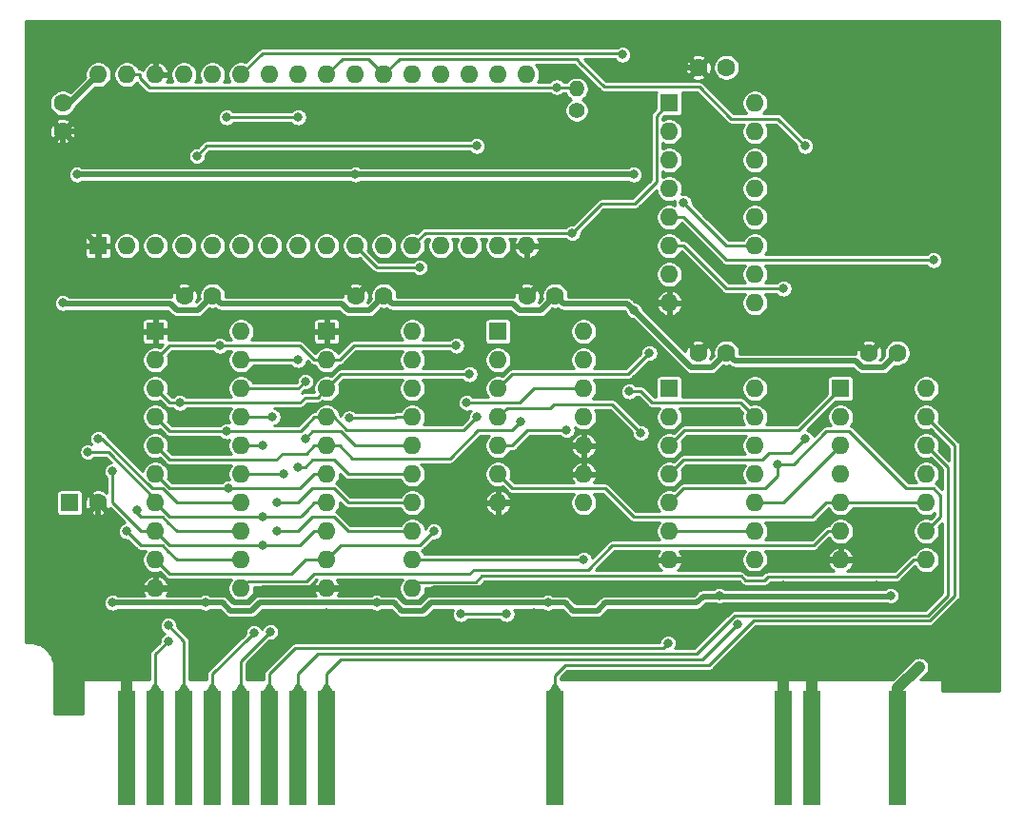
<source format=gbr>
G04 #@! TF.GenerationSoftware,KiCad,Pcbnew,(5.1.8)-1*
G04 #@! TF.CreationDate,2021-03-23T16:42:47+09:00*
G04 #@! TF.ProjectId,NEW_KANJI_ROM,4e45575f-4b41-44e4-9a49-5f524f4d2e6b,rev?*
G04 #@! TF.SameCoordinates,PX312c610PY9b45830*
G04 #@! TF.FileFunction,Copper,L1,Top*
G04 #@! TF.FilePolarity,Positive*
%FSLAX46Y46*%
G04 Gerber Fmt 4.6, Leading zero omitted, Abs format (unit mm)*
G04 Created by KiCad (PCBNEW (5.1.8)-1) date 2021-03-23 16:42:47*
%MOMM*%
%LPD*%
G01*
G04 APERTURE LIST*
G04 #@! TA.AperFunction,ConnectorPad*
%ADD10R,1.524000X10.160000*%
G04 #@! TD*
G04 #@! TA.AperFunction,SMDPad,CuDef*
%ADD11C,0.100000*%
G04 #@! TD*
G04 #@! TA.AperFunction,ComponentPad*
%ADD12R,1.600000X1.600000*%
G04 #@! TD*
G04 #@! TA.AperFunction,ComponentPad*
%ADD13O,1.600000X1.600000*%
G04 #@! TD*
G04 #@! TA.AperFunction,ComponentPad*
%ADD14C,1.400000*%
G04 #@! TD*
G04 #@! TA.AperFunction,ComponentPad*
%ADD15O,1.400000X1.400000*%
G04 #@! TD*
G04 #@! TA.AperFunction,ComponentPad*
%ADD16C,1.600000*%
G04 #@! TD*
G04 #@! TA.AperFunction,ViaPad*
%ADD17C,0.800000*%
G04 #@! TD*
G04 #@! TA.AperFunction,Conductor*
%ADD18C,0.250000*%
G04 #@! TD*
G04 #@! TA.AperFunction,Conductor*
%ADD19C,0.500000*%
G04 #@! TD*
G04 #@! TA.AperFunction,Conductor*
%ADD20C,1.000000*%
G04 #@! TD*
G04 #@! TA.AperFunction,Conductor*
%ADD21C,0.254000*%
G04 #@! TD*
G04 #@! TA.AperFunction,Conductor*
%ADD22C,0.100000*%
G04 #@! TD*
G04 APERTURE END LIST*
D10*
X77978000Y6350000D03*
X70358000Y6350000D03*
X67818000Y6350000D03*
X47498000Y6350000D03*
X27178000Y6350000D03*
X24638000Y6350000D03*
X22098000Y6350000D03*
X19558000Y6350000D03*
X17018000Y6350000D03*
X14478000Y6350000D03*
X11938000Y6350000D03*
X9398000Y6350000D03*
G04 #@! TA.AperFunction,SMDPad,CuDef*
D11*
G36*
X46873000Y11311000D02*
G01*
X47493000Y12311000D01*
X47503000Y12311000D01*
X48123000Y11311000D01*
X46873000Y11311000D01*
G37*
G04 #@! TD.AperFunction*
G04 #@! TA.AperFunction,SMDPad,CuDef*
G36*
X26553000Y11311000D02*
G01*
X27173000Y12311000D01*
X27183000Y12311000D01*
X27803000Y11311000D01*
X26553000Y11311000D01*
G37*
G04 #@! TD.AperFunction*
G04 #@! TA.AperFunction,SMDPad,CuDef*
G36*
X24013000Y11311000D02*
G01*
X24633000Y12311000D01*
X24643000Y12311000D01*
X25263000Y11311000D01*
X24013000Y11311000D01*
G37*
G04 #@! TD.AperFunction*
G04 #@! TA.AperFunction,SMDPad,CuDef*
G36*
X21473000Y11311000D02*
G01*
X22093000Y12311000D01*
X22103000Y12311000D01*
X22723000Y11311000D01*
X21473000Y11311000D01*
G37*
G04 #@! TD.AperFunction*
G04 #@! TA.AperFunction,SMDPad,CuDef*
G36*
X18933000Y11311000D02*
G01*
X19553000Y12311000D01*
X19563000Y12311000D01*
X20183000Y11311000D01*
X18933000Y11311000D01*
G37*
G04 #@! TD.AperFunction*
G04 #@! TA.AperFunction,SMDPad,CuDef*
G36*
X16393000Y11311000D02*
G01*
X17013000Y12311000D01*
X17023000Y12311000D01*
X17643000Y11311000D01*
X16393000Y11311000D01*
G37*
G04 #@! TD.AperFunction*
G04 #@! TA.AperFunction,SMDPad,CuDef*
G36*
X13853000Y11311000D02*
G01*
X14473000Y12311000D01*
X14483000Y12311000D01*
X15103000Y11311000D01*
X13853000Y11311000D01*
G37*
G04 #@! TD.AperFunction*
G04 #@! TA.AperFunction,SMDPad,CuDef*
G36*
X11313000Y11311000D02*
G01*
X11933000Y12311000D01*
X11943000Y12311000D01*
X12563000Y11311000D01*
X11313000Y11311000D01*
G37*
G04 #@! TD.AperFunction*
D12*
X27178000Y43434000D03*
D13*
X34798000Y20574000D03*
X27178000Y40894000D03*
X34798000Y23114000D03*
X27178000Y38354000D03*
X34798000Y25654000D03*
X27178000Y35814000D03*
X34798000Y28194000D03*
X27178000Y33274000D03*
X34798000Y30734000D03*
X27178000Y30734000D03*
X34798000Y33274000D03*
X27178000Y28194000D03*
X34798000Y35814000D03*
X27178000Y25654000D03*
X34798000Y38354000D03*
X27178000Y23114000D03*
X34798000Y40894000D03*
X27178000Y20574000D03*
X34798000Y43434000D03*
D12*
X6858000Y51054000D03*
D13*
X44958000Y66294000D03*
X9398000Y51054000D03*
X42418000Y66294000D03*
X11938000Y51054000D03*
X39878000Y66294000D03*
X14478000Y51054000D03*
X37338000Y66294000D03*
X17018000Y51054000D03*
X34798000Y66294000D03*
X19558000Y51054000D03*
X32258000Y66294000D03*
X22098000Y51054000D03*
X29718000Y66294000D03*
X24638000Y51054000D03*
X27178000Y66294000D03*
X27178000Y51054000D03*
X24638000Y66294000D03*
X29718000Y51054000D03*
X22098000Y66294000D03*
X32258000Y51054000D03*
X19558000Y66294000D03*
X34798000Y51054000D03*
X17018000Y66294000D03*
X37338000Y51054000D03*
X14478000Y66294000D03*
X39878000Y51054000D03*
X11938000Y66294000D03*
X42418000Y51054000D03*
X9398000Y66294000D03*
X44958000Y51054000D03*
X6858000Y66294000D03*
D12*
X72898000Y38354000D03*
D13*
X80518000Y23114000D03*
X72898000Y35814000D03*
X80518000Y25654000D03*
X72898000Y33274000D03*
X80518000Y28194000D03*
X72898000Y30734000D03*
X80518000Y30734000D03*
X72898000Y28194000D03*
X80518000Y33274000D03*
X72898000Y25654000D03*
X80518000Y35814000D03*
X72898000Y23114000D03*
X80518000Y38354000D03*
D12*
X57658000Y38354000D03*
D13*
X65278000Y23114000D03*
X57658000Y35814000D03*
X65278000Y25654000D03*
X57658000Y33274000D03*
X65278000Y28194000D03*
X57658000Y30734000D03*
X65278000Y30734000D03*
X57658000Y28194000D03*
X65278000Y33274000D03*
X57658000Y25654000D03*
X65278000Y35814000D03*
X57658000Y23114000D03*
X65278000Y38354000D03*
D12*
X42418000Y43434000D03*
D13*
X50038000Y28194000D03*
X42418000Y40894000D03*
X50038000Y30734000D03*
X42418000Y38354000D03*
X50038000Y33274000D03*
X42418000Y35814000D03*
X50038000Y35814000D03*
X42418000Y33274000D03*
X50038000Y38354000D03*
X42418000Y30734000D03*
X50038000Y40894000D03*
X42418000Y28194000D03*
X50038000Y43434000D03*
D12*
X57658000Y63754000D03*
D13*
X65278000Y45974000D03*
X57658000Y61214000D03*
X65278000Y48514000D03*
X57658000Y58674000D03*
X65278000Y51054000D03*
X57658000Y56134000D03*
X65278000Y53594000D03*
X57658000Y53594000D03*
X65278000Y56134000D03*
X57658000Y51054000D03*
X65278000Y58674000D03*
X57658000Y48514000D03*
X65278000Y61214000D03*
X57658000Y45974000D03*
X65278000Y63754000D03*
D12*
X11938000Y43434000D03*
D13*
X19558000Y20574000D03*
X11938000Y40894000D03*
X19558000Y23114000D03*
X11938000Y38354000D03*
X19558000Y25654000D03*
X11938000Y35814000D03*
X19558000Y28194000D03*
X11938000Y33274000D03*
X19558000Y30734000D03*
X11938000Y30734000D03*
X19558000Y33274000D03*
X11938000Y28194000D03*
X19558000Y35814000D03*
X11938000Y25654000D03*
X19558000Y38354000D03*
X11938000Y23114000D03*
X19558000Y40894000D03*
X11938000Y20574000D03*
X19558000Y43434000D03*
D14*
X49403000Y63119000D03*
D15*
X49403000Y65019000D03*
D16*
X77938000Y41529000D03*
X75438000Y41529000D03*
X62738000Y41529000D03*
X60238000Y41529000D03*
X47498000Y46609000D03*
X44998000Y46609000D03*
X62738000Y66929000D03*
X60238000Y66929000D03*
X32258000Y46609000D03*
X29758000Y46609000D03*
X17018000Y46609000D03*
X14518000Y46609000D03*
D12*
X4318000Y28194000D03*
D16*
X6818000Y28194000D03*
X3683000Y63754000D03*
X3683000Y61254000D03*
D17*
X22098000Y54229000D03*
X67818000Y13589000D03*
X67818000Y23114000D03*
X76073000Y13589000D03*
X11938000Y61214000D03*
X52618000Y61254000D03*
X52578000Y66929000D03*
X15113000Y20574000D03*
X30353000Y20574000D03*
X45593000Y20574000D03*
X60833000Y23114000D03*
X76073000Y23114000D03*
X44958000Y61214000D03*
X15113000Y43434000D03*
X30353000Y43434000D03*
X45593000Y28194000D03*
X45593000Y33274000D03*
X67818000Y18923000D03*
X76073000Y18923000D03*
X57658000Y20828000D03*
X67818000Y20828000D03*
X76073000Y20828000D03*
X22138000Y61254000D03*
X27178000Y18415000D03*
X45593000Y18415000D03*
X16383000Y19304000D03*
X31623000Y19304000D03*
X46863000Y19304000D03*
X62103000Y19939000D03*
X77343000Y19939000D03*
X8128000Y19304000D03*
X79883000Y13589000D03*
X54478000Y45344000D03*
X3683000Y45974000D03*
X4953000Y57404000D03*
X54483000Y57404000D03*
X29718000Y57404000D03*
X57544800Y15698400D03*
X63758660Y17394340D03*
X39624000Y37085806D03*
X43180000Y18288000D03*
X39115998Y18288000D03*
X54102000Y38100000D03*
X55118000Y34417000D03*
X18288000Y34544000D03*
X40513000Y35814010D03*
X14097000Y37084000D03*
X39878000Y39624000D03*
X13081000Y15875000D03*
X6858000Y33909000D03*
X17653000Y42164000D03*
X38702979Y42164000D03*
X23367994Y30734000D03*
X50038000Y23114000D03*
X53476400Y68072000D03*
X24638000Y40894000D03*
X35432990Y49149000D03*
X22352000Y35814000D03*
X24638000Y62484000D03*
X18288000Y62484000D03*
X29173001Y35723999D03*
X69723000Y59944000D03*
X25273000Y33909000D03*
X25273000Y38989000D03*
X24638000Y31369000D03*
X22733000Y28194000D03*
X36703000Y25654000D03*
X22167953Y16694049D03*
X22733000Y25654000D03*
X21463000Y24384000D03*
X8128000Y30987988D03*
X21463000Y33274000D03*
X5929100Y32700100D03*
X21463000Y26924000D03*
X20701000Y16637000D03*
X10287000Y27559000D03*
X40513000Y59944000D03*
X15621000Y59055000D03*
X18415000Y29464000D03*
X9398000Y25654000D03*
X44450000Y35433000D03*
X13081000Y17272000D03*
X69723008Y33909000D03*
X67309998Y31622998D03*
X58928000Y54864000D03*
X47642700Y65168700D03*
X48514000Y34671000D03*
X49022000Y52197000D03*
X81153000Y49784000D03*
X55880000Y41529000D03*
X67818000Y47244000D03*
D18*
X20828000Y54229000D02*
X20828000Y48514000D01*
X22098000Y54229000D02*
X20828000Y54229000D01*
D19*
X57658000Y23114000D02*
X60833000Y23114000D01*
X45593000Y20574000D02*
X48133000Y20574000D01*
X48133000Y20574000D02*
X49403000Y19304000D01*
X49403000Y19304000D02*
X50673000Y19304000D01*
X50673000Y19304000D02*
X51943000Y20574000D01*
X57658000Y20574000D02*
X57658000Y20828000D01*
X15113000Y20574000D02*
X17653000Y20574000D01*
X17653000Y20574000D02*
X18923000Y19304000D01*
X18923000Y19304000D02*
X20193000Y19304000D01*
X20193000Y19304000D02*
X21463000Y20574000D01*
X21463000Y20574000D02*
X27178000Y20574000D01*
X11938000Y20574000D02*
X15113000Y20574000D01*
X30353000Y20574000D02*
X32893000Y20574000D01*
X32893000Y20574000D02*
X34163000Y19304000D01*
X34163000Y19304000D02*
X35433000Y19304000D01*
X35433000Y19304000D02*
X36703000Y20574000D01*
X36703000Y20574000D02*
X45593000Y20574000D01*
X27178000Y20574000D02*
X30353000Y20574000D01*
X67818000Y23114000D02*
X72898000Y23114000D01*
X76073000Y13589000D02*
X70358000Y13589000D01*
X9398000Y14224000D02*
X6858000Y14224000D01*
X6858000Y14224000D02*
X6858000Y20574000D01*
X6858000Y20574000D02*
X6818000Y20614000D01*
X6818000Y20614000D02*
X6818000Y28194000D01*
D20*
X9398000Y5969000D02*
X9398000Y14224000D01*
X67818000Y5969000D02*
X67818000Y13589000D01*
D19*
X70358000Y13589000D02*
X67818000Y13589000D01*
D20*
X70358000Y5969000D02*
X70358000Y13589000D01*
D19*
X60238000Y66929000D02*
X52578000Y66929000D01*
X3683000Y61254000D02*
X22138000Y61254000D01*
X6858000Y51054000D02*
X3683000Y54229000D01*
X3683000Y54229000D02*
X3683000Y61254000D01*
X72898000Y23114000D02*
X76073000Y23114000D01*
X60198000Y41529000D02*
X61468000Y42799000D01*
X61468000Y42799000D02*
X63373000Y42799000D01*
X14478000Y46609000D02*
X15748000Y47879000D01*
X15748000Y47879000D02*
X17653000Y47879000D01*
X6858000Y20574000D02*
X11938000Y20574000D01*
D18*
X41855400Y28194000D02*
X42418000Y28194000D01*
D19*
X11938000Y43434000D02*
X15113000Y43434000D01*
X27178000Y43434000D02*
X30353000Y43434000D01*
X42418000Y28194000D02*
X45593000Y28194000D01*
X50038000Y33274000D02*
X45593000Y33274000D01*
X60833000Y23114000D02*
X63427998Y23114000D01*
X63427998Y23114000D02*
X64677999Y21863999D01*
X64677999Y21863999D02*
X65878001Y21863999D01*
X67128002Y23114000D02*
X67818000Y23114000D01*
X65878001Y21863999D02*
X67128002Y23114000D01*
X22138000Y61254000D02*
X52618000Y61254000D01*
X16383000Y48514000D02*
X15748000Y47879000D01*
X22098000Y48514000D02*
X16383000Y48514000D01*
D18*
X20828000Y48514000D02*
X22098000Y48514000D01*
D19*
X14518000Y46609000D02*
X14478000Y46609000D01*
X14097000Y46990000D02*
X6858000Y46990000D01*
X14478000Y46609000D02*
X14097000Y46990000D01*
X6858000Y51054000D02*
X6858000Y46990000D01*
X29758000Y46609000D02*
X29718000Y46609000D01*
X29400500Y46926500D02*
X18605500Y46926500D01*
X29718000Y46609000D02*
X29400500Y46926500D01*
X17653000Y47879000D02*
X18605500Y46926500D01*
X31028000Y47879000D02*
X29758000Y46609000D01*
X32893000Y47879000D02*
X31028000Y47879000D01*
X44998000Y46609000D02*
X44958000Y46609000D01*
X44513500Y47053500D02*
X33718500Y47053500D01*
X44958000Y46609000D02*
X44513500Y47053500D01*
X33718500Y47053500D02*
X32893000Y47879000D01*
X46268000Y47879000D02*
X44998000Y46609000D01*
X48133000Y47879000D02*
X46268000Y47879000D01*
X48958500Y47053500D02*
X48133000Y47879000D01*
X54673500Y47053500D02*
X48958500Y47053500D01*
X55753000Y45974000D02*
X54673500Y47053500D01*
X57658000Y45974000D02*
X55753000Y45974000D01*
X63373000Y42799000D02*
X64262000Y41910000D01*
X75057000Y41910000D02*
X75438000Y41529000D01*
X73152000Y41910000D02*
X75057000Y41910000D01*
X64262000Y41910000D02*
X73152000Y41910000D01*
X73152000Y41910000D02*
X73660000Y41910000D01*
D18*
X22098000Y48514000D02*
X23368000Y48514000D01*
X23368000Y48514000D02*
X23368000Y54229000D01*
D19*
X22098000Y54229000D02*
X23368000Y54229000D01*
X61479998Y20574000D02*
X57658000Y20574000D01*
X61694999Y20789001D02*
X61479998Y20574000D01*
X62522999Y20789001D02*
X61694999Y20789001D01*
X62737990Y20574010D02*
X62522999Y20789001D01*
X78486000Y20828000D02*
X76073000Y20828000D01*
X78486000Y18923000D02*
X78486000Y20828000D01*
X76073000Y18923000D02*
X78486000Y18923000D01*
X76073000Y20828000D02*
X75184000Y20828000D01*
X75184000Y20828000D02*
X74930010Y20574010D01*
X57404000Y20574000D02*
X57658000Y20828000D01*
X56642000Y20574000D02*
X57404000Y20574000D01*
X51943000Y20574000D02*
X56642000Y20574000D01*
X56642000Y20574000D02*
X57658000Y20574000D01*
X66675010Y20574010D02*
X67564010Y20574010D01*
X67564010Y20574010D02*
X67818000Y20828000D01*
X74930010Y20574010D02*
X66675010Y20574010D01*
X66675010Y20574010D02*
X62737990Y20574010D01*
X76073000Y18923000D02*
X67818000Y18923000D01*
X16383000Y19304000D02*
X17933000Y19304000D01*
X17933000Y19304000D02*
X18633000Y18604000D01*
X18633000Y18604000D02*
X20483000Y18604000D01*
X20483000Y18604000D02*
X21183000Y19304000D01*
X21183000Y19304000D02*
X31623000Y19304000D01*
X8128000Y19304000D02*
X16383000Y19304000D01*
X31623000Y19304000D02*
X33173000Y19304000D01*
X33173000Y19304000D02*
X33873000Y18604000D01*
X33873000Y18604000D02*
X35723000Y18604000D01*
X35723000Y18604000D02*
X36423000Y19304000D01*
X36423000Y19304000D02*
X46863000Y19304000D01*
X3683000Y63754000D02*
X4318000Y63754000D01*
X4318000Y63754000D02*
X6858000Y66294000D01*
X62698000Y41529000D02*
X62738000Y41529000D01*
X62738000Y41529000D02*
X63438000Y40829000D01*
X63438000Y40829000D02*
X74233000Y40829000D01*
X74233000Y40829000D02*
X74803000Y40259000D01*
X74803000Y40259000D02*
X76708000Y40259000D01*
X76708000Y40259000D02*
X77978000Y41529000D01*
X16978000Y46609000D02*
X17018000Y46609000D01*
X17018000Y46609000D02*
X17718000Y45909000D01*
X17718000Y45909000D02*
X28513000Y45909000D01*
X28513000Y45909000D02*
X29083000Y45339000D01*
X29083000Y45339000D02*
X30988000Y45339000D01*
X30988000Y45339000D02*
X32258000Y46609000D01*
X16978000Y46609000D02*
X15708000Y45339000D01*
X15708000Y45339000D02*
X13843000Y45339000D01*
X13843000Y45339000D02*
X13273000Y45909000D01*
X13273000Y45909000D02*
X3748000Y45909000D01*
X54532998Y45344000D02*
X54478000Y45344000D01*
X59617998Y40259000D02*
X54532998Y45344000D01*
X61428000Y40259000D02*
X59617998Y40259000D01*
X62698000Y41529000D02*
X61428000Y40259000D01*
D20*
X79883000Y13589000D02*
X77978000Y11684000D01*
X77978000Y5969000D02*
X77978000Y11684000D01*
D19*
X4953000Y57404000D02*
X29718000Y57404000D01*
X29718000Y57404000D02*
X54483000Y57404000D01*
X48198000Y45909000D02*
X47498000Y46609000D01*
X53913000Y45909000D02*
X48198000Y45909000D01*
X54478000Y45344000D02*
X53913000Y45909000D01*
X48413000Y19304000D02*
X46863000Y19304000D01*
X49113000Y18604000D02*
X48413000Y19304000D01*
X51243000Y18604000D02*
X49113000Y18604000D01*
X51943000Y19304000D02*
X51243000Y18604000D01*
X60074000Y19304000D02*
X51943000Y19304000D01*
X60644000Y19874000D02*
X60074000Y19304000D01*
X77278000Y19874000D02*
X60644000Y19874000D01*
X46228000Y45339000D02*
X47498000Y46609000D01*
X44323000Y45339000D02*
X46228000Y45339000D01*
X43753000Y45909000D02*
X44323000Y45339000D01*
X32958000Y45909000D02*
X43753000Y45909000D01*
X32258000Y46609000D02*
X32958000Y45909000D01*
D18*
X57086400Y15240000D02*
X57544800Y15698400D01*
X24384000Y15240000D02*
X57086400Y15240000D01*
X22098000Y12954000D02*
X24384000Y15240000D01*
X22098000Y5969000D02*
X22098000Y12954000D01*
X82423000Y19939000D02*
X82423000Y31369000D01*
X80645000Y18161000D02*
X82423000Y19939000D01*
X63500000Y18161000D02*
X80645000Y18161000D01*
X60071000Y14732000D02*
X63500000Y18161000D01*
X26416000Y14732000D02*
X60071000Y14732000D01*
X24638000Y12954000D02*
X26416000Y14732000D01*
X82423000Y31369000D02*
X80518000Y33274000D01*
X24638000Y5969000D02*
X24638000Y12954000D01*
X27178000Y12954000D02*
X27178000Y5969000D01*
X28448000Y14224000D02*
X27178000Y12954000D01*
X60588320Y14224000D02*
X28448000Y14224000D01*
X63758660Y17394340D02*
X60588320Y14224000D01*
X83058000Y33274000D02*
X80518000Y35814000D01*
X65138991Y17710989D02*
X80831400Y17710989D01*
X83058000Y19937590D02*
X83058000Y33274000D01*
X61144002Y13716000D02*
X65138991Y17710989D01*
X48387000Y13716000D02*
X61144002Y13716000D01*
X80831400Y17710989D02*
X83058000Y19937590D01*
X47498000Y12827000D02*
X48387000Y13716000D01*
X47498000Y5969000D02*
X47498000Y12827000D01*
X50038000Y38354000D02*
X45593411Y38354000D01*
X45593411Y38354000D02*
X44325217Y37085806D01*
X44325217Y37085806D02*
X39624000Y37085806D01*
X43180000Y18288000D02*
X39115998Y18288000D01*
X64008000Y37084000D02*
X65278000Y35814000D01*
X64008000Y37084000D02*
X64262000Y36830000D01*
X55118000Y38100000D02*
X56134000Y37084000D01*
X54102000Y38100000D02*
X55118000Y38100000D01*
X64008000Y37084000D02*
X56134000Y37084000D01*
X52559001Y36975999D02*
X55118000Y34417000D01*
X47389999Y36975999D02*
X52559001Y36975999D01*
X47027999Y36613999D02*
X47389999Y36975999D01*
X43217999Y36613999D02*
X47027999Y36613999D01*
X42418000Y35814000D02*
X43217999Y36613999D01*
X26052700Y35814000D02*
X27178000Y35814000D01*
X42387400Y51054000D02*
X42418000Y51054000D01*
X24782700Y34544000D02*
X25345350Y35106650D01*
X13208000Y34544000D02*
X24782700Y34544000D01*
X11938000Y35814000D02*
X13208000Y34544000D01*
X25345350Y35106650D02*
X26052700Y35814000D01*
X24824400Y34585700D02*
X25345350Y35106650D01*
X39373990Y34675000D02*
X40513000Y35814010D01*
X28953410Y34675000D02*
X39373990Y34675000D01*
X27178000Y35814000D02*
X27814410Y35814000D01*
X27814410Y35814000D02*
X28953410Y34675000D01*
X27178000Y38354000D02*
X26378001Y37554001D01*
X24782700Y37084000D02*
X13208000Y37084000D01*
X13208000Y37084000D02*
X11938000Y38354000D01*
X26378001Y37554001D02*
X25252701Y37554001D01*
X25252701Y37554001D02*
X24782700Y37084000D01*
X28448000Y39624000D02*
X39878000Y39624000D01*
X27178000Y38354000D02*
X28448000Y39624000D01*
X11938000Y14732000D02*
X13081000Y15875000D01*
X11938000Y5969000D02*
X11938000Y14732000D01*
X7170413Y33909000D02*
X6858000Y33909000D01*
X13841590Y28194000D02*
X12571590Y29464000D01*
X12571590Y29464000D02*
X11615413Y29464000D01*
X11615413Y29464000D02*
X7170413Y33909000D01*
X19558000Y28194000D02*
X13841590Y28194000D01*
X28303300Y40894000D02*
X27178000Y40894000D01*
X29573300Y42164000D02*
X28303300Y40894000D01*
X24782700Y42164000D02*
X26052700Y40894000D01*
X26052700Y40894000D02*
X27178000Y40894000D01*
X13208000Y42164000D02*
X24782700Y42164000D01*
X11938000Y40894000D02*
X13208000Y42164000D01*
X29573300Y42164000D02*
X38702979Y42164000D01*
X19558000Y30734000D02*
X23367994Y30734000D01*
X34798000Y23114000D02*
X50038000Y23114000D01*
X53349400Y68199000D02*
X53476400Y68072000D01*
X21463000Y68199000D02*
X53349400Y68199000D01*
X19558000Y66294000D02*
X21463000Y68199000D01*
X19558000Y40894000D02*
X24638000Y40894000D01*
X29718000Y51054000D02*
X31623000Y49149000D01*
X31623000Y49149000D02*
X35432990Y49149000D01*
X19558000Y35814000D02*
X22352000Y35814000D01*
X18288000Y62484000D02*
X24638000Y62484000D01*
X33241001Y35723999D02*
X29173001Y35723999D01*
X33331002Y35814000D02*
X33241001Y35723999D01*
X34798000Y35814000D02*
X33331002Y35814000D01*
X67818000Y28194000D02*
X72898000Y33274000D01*
X65278000Y28194000D02*
X67818000Y28194000D01*
X67317400Y62349600D02*
X69723000Y59944000D01*
X63159300Y62349600D02*
X67317400Y62349600D01*
X60310900Y65198000D02*
X63159300Y62349600D01*
X51872900Y65198000D02*
X60310900Y65198000D01*
X28575000Y67691000D02*
X27178000Y66294000D01*
X30861000Y67691000D02*
X28575000Y67691000D01*
X32258000Y66294000D02*
X30861000Y67691000D01*
X32258000Y66294000D02*
X33655000Y67691000D01*
X49379900Y67691000D02*
X49708950Y67361950D01*
X48895000Y67691000D02*
X49379900Y67691000D01*
X49708950Y67361950D02*
X51872900Y65198000D01*
X49506900Y67564000D02*
X49708950Y67361950D01*
X33655000Y67691000D02*
X48895000Y67691000D01*
X48895000Y67691000D02*
X49276000Y67691000D01*
X25273000Y33909000D02*
X25908000Y34544000D01*
X25908000Y34544000D02*
X28448000Y34544000D01*
X28448000Y34544000D02*
X29718000Y33274000D01*
X29718000Y33274000D02*
X34798000Y33274000D01*
X19558000Y38354000D02*
X24638000Y38354000D01*
X24638000Y38354000D02*
X25273000Y38989000D01*
X34798000Y30734000D02*
X29083000Y30734000D01*
X29083000Y30734000D02*
X27813000Y32004000D01*
X27813000Y32004000D02*
X25908000Y32004000D01*
X25908000Y32004000D02*
X25273000Y31369000D01*
X25273000Y31369000D02*
X24638000Y31369000D01*
X69178001Y34634001D02*
X72898000Y38354000D01*
X59018001Y34634001D02*
X69178001Y34634001D01*
X57658000Y33274000D02*
X59018001Y34634001D01*
X34798000Y28194000D02*
X29083000Y28194000D01*
X29083000Y28194000D02*
X27813000Y29464000D01*
X27813000Y29464000D02*
X25908000Y29464000D01*
X25908000Y29464000D02*
X24638000Y28194000D01*
X24638000Y28194000D02*
X22733000Y28194000D01*
X35433000Y24384000D02*
X36703000Y25654000D01*
X27178000Y23114000D02*
X28448000Y24384000D01*
X28448000Y24384000D02*
X35433000Y24384000D01*
X13208000Y21844000D02*
X11938000Y23114000D01*
X24003000Y21844000D02*
X13208000Y21844000D01*
X25273000Y23114000D02*
X24003000Y21844000D01*
X27178000Y23114000D02*
X25273000Y23114000D01*
X19558000Y5969000D02*
X19558000Y14084096D01*
X19558000Y14084096D02*
X22167953Y16694049D01*
X34798000Y25654000D02*
X29083000Y25654000D01*
X29083000Y25654000D02*
X27813000Y26924000D01*
X25908000Y26924000D02*
X24638000Y25654000D01*
X27813000Y26924000D02*
X25908000Y26924000D01*
X24638000Y25654000D02*
X22733000Y25654000D01*
X26052700Y25654000D02*
X27178000Y25654000D01*
X24782700Y24384000D02*
X26052700Y25654000D01*
X13208000Y24384000D02*
X24782700Y24384000D01*
X11938000Y25654000D02*
X13208000Y24384000D01*
X8128000Y28194000D02*
X8128000Y30987988D01*
X10668000Y25654000D02*
X8128000Y28194000D01*
X11938000Y25654000D02*
X10668000Y25654000D01*
X19558000Y33274000D02*
X21463000Y33274000D01*
X5929100Y32700100D02*
X6306600Y32700100D01*
X27178000Y28194000D02*
X26052700Y28194000D01*
X24782700Y26924000D02*
X25345350Y27486650D01*
X13208000Y26924000D02*
X24782700Y26924000D01*
X11938000Y28194000D02*
X13208000Y26924000D01*
X25345350Y27486650D02*
X26052700Y28194000D01*
X24927400Y27068700D02*
X25345350Y27486650D01*
X11938000Y28194000D02*
X11938000Y28505002D01*
X7742902Y32700100D02*
X5929100Y32700100D01*
X11938000Y28505002D02*
X7742902Y32700100D01*
X20301001Y16237001D02*
X20701000Y16637000D01*
X17018000Y5969000D02*
X17018000Y12954000D01*
X17018000Y12954000D02*
X20301001Y16237001D01*
X19558000Y25654000D02*
X13843000Y25654000D01*
X13023010Y26473990D02*
X13021599Y26473991D01*
X13843000Y25654000D02*
X13023010Y26473990D01*
X13021599Y26473991D02*
X12571590Y26924000D01*
X12571590Y26924000D02*
X10668000Y26924000D01*
X10668000Y26924000D02*
X10033000Y27559000D01*
X10033000Y27559000D02*
X10287000Y27559000D01*
X26052700Y30734000D02*
X27178000Y30734000D01*
X25027850Y29709150D02*
X26052700Y30734000D01*
X24927400Y29608700D02*
X25027850Y29709150D01*
X16510000Y59944000D02*
X15621000Y59055000D01*
X40513000Y59944000D02*
X16510000Y59944000D01*
X13208000Y29464000D02*
X11938000Y30734000D01*
X24782700Y29464000D02*
X13208000Y29464000D01*
X25027850Y29709150D02*
X24782700Y29464000D01*
X19558000Y23114000D02*
X13843000Y23114000D01*
X13023010Y23933990D02*
X13021599Y23933991D01*
X13843000Y23114000D02*
X13023010Y23933990D01*
X13021599Y23933991D02*
X12571590Y24384000D01*
X12571590Y24384000D02*
X10668000Y24384000D01*
X10668000Y24384000D02*
X9398000Y25654000D01*
X26615400Y33274000D02*
X27178000Y33274000D01*
X26052700Y33274000D02*
X26615400Y33274000D01*
X25345350Y32566650D02*
X26052700Y33274000D01*
X13208000Y32004000D02*
X22680674Y32004000D01*
X11938000Y33274000D02*
X13208000Y32004000D01*
X22680674Y32004000D02*
X23243324Y32566650D01*
X23243324Y32566650D02*
X25345350Y32566650D01*
X38117700Y32148700D02*
X40621001Y34652001D01*
X29434670Y32148700D02*
X38117700Y32148700D01*
X28309370Y33274000D02*
X29434670Y32148700D01*
X43669001Y34652001D02*
X44450000Y35433000D01*
X27178000Y33274000D02*
X28309370Y33274000D01*
X40621001Y34652001D02*
X43669001Y34652001D01*
X14478000Y15875000D02*
X13081000Y17272000D01*
X14478000Y5969000D02*
X14478000Y15875000D01*
X68453008Y32639000D02*
X69723008Y33909000D01*
X66548000Y32639000D02*
X68453008Y32639000D01*
X65913000Y32004000D02*
X66548000Y32639000D01*
X58928000Y32004000D02*
X65913000Y32004000D01*
X57658000Y30734000D02*
X58928000Y32004000D01*
X67309998Y30606998D02*
X67309998Y31622998D01*
X66167000Y29464000D02*
X67309998Y30606998D01*
X58928000Y29464000D02*
X66167000Y29464000D01*
X57658000Y28194000D02*
X58928000Y29464000D01*
X71628000Y34544000D02*
X68706998Y31622998D01*
X73660000Y34544000D02*
X71628000Y34544000D01*
X68706998Y31622998D02*
X67309998Y31622998D01*
X78740000Y29464000D02*
X73660000Y34544000D01*
X81788000Y28829000D02*
X81153000Y29464000D01*
X81788000Y26924000D02*
X81788000Y28829000D01*
X81153000Y29464000D02*
X78740000Y29464000D01*
X80518000Y25654000D02*
X81788000Y26924000D01*
X62738000Y51054000D02*
X58928000Y54864000D01*
X65278000Y51054000D02*
X62738000Y51054000D01*
X35373400Y21149400D02*
X34798000Y20574000D01*
X40458100Y21149400D02*
X35373400Y21149400D01*
X40974400Y21665700D02*
X40458100Y21149400D01*
X64063110Y21665700D02*
X40974400Y21665700D01*
X64439822Y21288988D02*
X64063110Y21665700D01*
X66116179Y21288989D02*
X64439822Y21288988D01*
X66417190Y21590000D02*
X66116179Y21288989D01*
X77868700Y21590000D02*
X66417190Y21590000D01*
X79392700Y23114000D02*
X77868700Y21590000D01*
X80518000Y23114000D02*
X79392700Y23114000D01*
X80518000Y28194000D02*
X72898000Y28194000D01*
X42418000Y30734000D02*
X43688000Y29464000D01*
X72898000Y28194000D02*
X71628000Y28194000D01*
X71628000Y28194000D02*
X70358000Y26924000D01*
X54483000Y26924000D02*
X51943000Y29464000D01*
X70358000Y26924000D02*
X54483000Y26924000D01*
X43688000Y29464000D02*
X51943000Y29464000D01*
X70502700Y24384000D02*
X71772700Y25654000D01*
X52578000Y24384000D02*
X70502700Y24384000D01*
X50419000Y22225000D02*
X52578000Y24384000D01*
X26035000Y21844000D02*
X39878000Y21844000D01*
X71772700Y25654000D02*
X72898000Y25654000D01*
X25400000Y21209000D02*
X26035000Y21844000D01*
X40259000Y22225000D02*
X50419000Y22225000D01*
X20193000Y21209000D02*
X25400000Y21209000D01*
X39878000Y21844000D02*
X40259000Y22225000D01*
X19558000Y20574000D02*
X20193000Y21209000D01*
X10523300Y66294000D02*
X9398000Y66294000D01*
X10523300Y66012600D02*
X10523300Y66294000D01*
X11367200Y65168700D02*
X10523300Y66012600D01*
X47642700Y65168700D02*
X11367200Y65168700D01*
X43688000Y33274000D02*
X42418000Y33274000D01*
X45031900Y34617900D02*
X43688000Y33274000D01*
X47752000Y34671000D02*
X47698900Y34617900D01*
X48514000Y34671000D02*
X47752000Y34671000D01*
X47698900Y34617900D02*
X45031900Y34617900D01*
X49253300Y65168700D02*
X49403000Y65019000D01*
X47642700Y65168700D02*
X49253300Y65168700D01*
X35923300Y52179300D02*
X34798000Y51054000D01*
X49022002Y52179300D02*
X35923300Y52179300D01*
X51618402Y54775700D02*
X49022002Y52179300D01*
X54571300Y54775700D02*
X51618402Y54775700D01*
X56532700Y56737100D02*
X54571300Y54775700D01*
X56532700Y62628700D02*
X56532700Y56737100D01*
X57658000Y63754000D02*
X56532700Y62628700D01*
X57658000Y25654000D02*
X65278000Y25654000D01*
X58293000Y53594000D02*
X57658000Y53594000D01*
X57658000Y53594000D02*
X58928000Y53594000D01*
X58928000Y53594000D02*
X62738000Y49784000D01*
X62738000Y49784000D02*
X81153000Y49784000D01*
X53975000Y39624000D02*
X55880000Y41529000D01*
X42418000Y38354000D02*
X43688000Y39624000D01*
X43688000Y39624000D02*
X53975000Y39624000D01*
X57658000Y51054000D02*
X58928000Y51054000D01*
X58928000Y51054000D02*
X62738000Y47244000D01*
X62738000Y47244000D02*
X67818000Y47244000D01*
D21*
X86970000Y11455000D02*
X81915000Y11455000D01*
X81915000Y12319000D01*
X81912560Y12343776D01*
X81905333Y12367601D01*
X81893597Y12389557D01*
X81877803Y12408803D01*
X81858557Y12424597D01*
X81836601Y12436333D01*
X81812776Y12443560D01*
X81788000Y12446000D01*
X79985922Y12446000D01*
X80536559Y12996637D01*
X80619068Y13097174D01*
X80700875Y13250225D01*
X80751251Y13416294D01*
X80768262Y13589000D01*
X80751251Y13761705D01*
X80700875Y13927774D01*
X80619068Y14080825D01*
X80508974Y14214974D01*
X80374825Y14325068D01*
X80221774Y14406875D01*
X80055705Y14457251D01*
X79883000Y14474262D01*
X79710294Y14457251D01*
X79544225Y14406875D01*
X79391174Y14325068D01*
X79290637Y14242559D01*
X77494079Y12446000D01*
X48004000Y12446000D01*
X48004000Y12617409D01*
X48596592Y13210000D01*
X61119156Y13210000D01*
X61144002Y13207553D01*
X61168848Y13210000D01*
X61168856Y13210000D01*
X61243195Y13217322D01*
X61338577Y13246255D01*
X61426481Y13293241D01*
X61503529Y13356473D01*
X61519378Y13375785D01*
X65348583Y17204989D01*
X80806554Y17204989D01*
X80831400Y17202542D01*
X80856246Y17204989D01*
X80856254Y17204989D01*
X80930593Y17212311D01*
X81025975Y17241244D01*
X81113879Y17288230D01*
X81190927Y17351462D01*
X81206776Y17370774D01*
X83398220Y19562218D01*
X83417527Y19578063D01*
X83480759Y19655111D01*
X83527745Y19743015D01*
X83556678Y19838397D01*
X83564000Y19912736D01*
X83564000Y19912737D01*
X83566448Y19937590D01*
X83564000Y19962444D01*
X83564000Y33249155D01*
X83566447Y33274001D01*
X83564000Y33298847D01*
X83564000Y33298854D01*
X83556678Y33373193D01*
X83527745Y33468575D01*
X83480759Y33556479D01*
X83417527Y33633527D01*
X83398220Y33649372D01*
X81631490Y35416102D01*
X81653614Y35469515D01*
X81699000Y35697682D01*
X81699000Y35930318D01*
X81653614Y36158485D01*
X81564588Y36373413D01*
X81435342Y36566843D01*
X81270843Y36731342D01*
X81077413Y36860588D01*
X80862485Y36949614D01*
X80634318Y36995000D01*
X80401682Y36995000D01*
X80173515Y36949614D01*
X79958587Y36860588D01*
X79765157Y36731342D01*
X79600658Y36566843D01*
X79471412Y36373413D01*
X79382386Y36158485D01*
X79337000Y35930318D01*
X79337000Y35697682D01*
X79382386Y35469515D01*
X79471412Y35254587D01*
X79600658Y35061157D01*
X79765157Y34896658D01*
X79958587Y34767412D01*
X80173515Y34678386D01*
X80401682Y34633000D01*
X80634318Y34633000D01*
X80862485Y34678386D01*
X80915898Y34700510D01*
X82552001Y33064407D01*
X82552001Y31955591D01*
X81631490Y32876102D01*
X81653614Y32929515D01*
X81699000Y33157682D01*
X81699000Y33390318D01*
X81653614Y33618485D01*
X81564588Y33833413D01*
X81435342Y34026843D01*
X81270843Y34191342D01*
X81077413Y34320588D01*
X80862485Y34409614D01*
X80634318Y34455000D01*
X80401682Y34455000D01*
X80173515Y34409614D01*
X79958587Y34320588D01*
X79765157Y34191342D01*
X79600658Y34026843D01*
X79471412Y33833413D01*
X79382386Y33618485D01*
X79337000Y33390318D01*
X79337000Y33157682D01*
X79382386Y32929515D01*
X79471412Y32714587D01*
X79600658Y32521157D01*
X79765157Y32356658D01*
X79958587Y32227412D01*
X80173515Y32138386D01*
X80401682Y32093000D01*
X80634318Y32093000D01*
X80862485Y32138386D01*
X80915898Y32160510D01*
X81917001Y31159407D01*
X81917001Y29415591D01*
X81528376Y29804215D01*
X81512527Y29823527D01*
X81435479Y29886759D01*
X81373873Y29919688D01*
X81435342Y29981157D01*
X81564588Y30174587D01*
X81653614Y30389515D01*
X81699000Y30617682D01*
X81699000Y30850318D01*
X81653614Y31078485D01*
X81564588Y31293413D01*
X81435342Y31486843D01*
X81270843Y31651342D01*
X81077413Y31780588D01*
X80862485Y31869614D01*
X80634318Y31915000D01*
X80401682Y31915000D01*
X80173515Y31869614D01*
X79958587Y31780588D01*
X79765157Y31651342D01*
X79600658Y31486843D01*
X79471412Y31293413D01*
X79382386Y31078485D01*
X79337000Y30850318D01*
X79337000Y30617682D01*
X79382386Y30389515D01*
X79471412Y30174587D01*
X79600658Y29981157D01*
X79611815Y29970000D01*
X78949592Y29970000D01*
X74035376Y34884215D01*
X74019527Y34903527D01*
X73942479Y34966759D01*
X73854575Y35013745D01*
X73788096Y35033911D01*
X73815342Y35061157D01*
X73944588Y35254587D01*
X74033614Y35469515D01*
X74079000Y35697682D01*
X74079000Y35930318D01*
X74033614Y36158485D01*
X73944588Y36373413D01*
X73815342Y36566843D01*
X73650843Y36731342D01*
X73457413Y36860588D01*
X73242485Y36949614D01*
X73014318Y36995000D01*
X72781682Y36995000D01*
X72553515Y36949614D01*
X72338587Y36860588D01*
X72145157Y36731342D01*
X71980658Y36566843D01*
X71851412Y36373413D01*
X71762386Y36158485D01*
X71717000Y35930318D01*
X71717000Y35697682D01*
X71762386Y35469515D01*
X71851412Y35254587D01*
X71980658Y35061157D01*
X71991815Y35050000D01*
X71652854Y35050000D01*
X71628000Y35052448D01*
X71603146Y35050000D01*
X71528807Y35042678D01*
X71433425Y35013745D01*
X71345521Y34966759D01*
X71268473Y34903527D01*
X71252630Y34884222D01*
X70479175Y34110767D01*
X70473995Y34136809D01*
X70415121Y34278942D01*
X70329650Y34406859D01*
X70220867Y34515642D01*
X70092950Y34601113D01*
X69950817Y34659987D01*
X69924761Y34665170D01*
X72430749Y37171157D01*
X73698000Y37171157D01*
X73772689Y37178513D01*
X73844508Y37200299D01*
X73910696Y37235678D01*
X73968711Y37283289D01*
X74016322Y37341304D01*
X74051701Y37407492D01*
X74073487Y37479311D01*
X74080843Y37554000D01*
X74080843Y38470318D01*
X79337000Y38470318D01*
X79337000Y38237682D01*
X79382386Y38009515D01*
X79471412Y37794587D01*
X79600658Y37601157D01*
X79765157Y37436658D01*
X79958587Y37307412D01*
X80173515Y37218386D01*
X80401682Y37173000D01*
X80634318Y37173000D01*
X80862485Y37218386D01*
X81077413Y37307412D01*
X81270843Y37436658D01*
X81435342Y37601157D01*
X81564588Y37794587D01*
X81653614Y38009515D01*
X81699000Y38237682D01*
X81699000Y38470318D01*
X81653614Y38698485D01*
X81564588Y38913413D01*
X81435342Y39106843D01*
X81270843Y39271342D01*
X81077413Y39400588D01*
X80862485Y39489614D01*
X80634318Y39535000D01*
X80401682Y39535000D01*
X80173515Y39489614D01*
X79958587Y39400588D01*
X79765157Y39271342D01*
X79600658Y39106843D01*
X79471412Y38913413D01*
X79382386Y38698485D01*
X79337000Y38470318D01*
X74080843Y38470318D01*
X74080843Y39154000D01*
X74073487Y39228689D01*
X74051701Y39300508D01*
X74016322Y39366696D01*
X73968711Y39424711D01*
X73910696Y39472322D01*
X73844508Y39507701D01*
X73772689Y39529487D01*
X73698000Y39536843D01*
X72098000Y39536843D01*
X72023311Y39529487D01*
X71951492Y39507701D01*
X71885304Y39472322D01*
X71827289Y39424711D01*
X71779678Y39366696D01*
X71744299Y39300508D01*
X71722513Y39228689D01*
X71715157Y39154000D01*
X71715157Y37886749D01*
X68968410Y35140001D01*
X66248024Y35140001D01*
X66324588Y35254587D01*
X66413614Y35469515D01*
X66459000Y35697682D01*
X66459000Y35930318D01*
X66413614Y36158485D01*
X66324588Y36373413D01*
X66195342Y36566843D01*
X66030843Y36731342D01*
X65837413Y36860588D01*
X65622485Y36949614D01*
X65394318Y36995000D01*
X65161682Y36995000D01*
X64933515Y36949614D01*
X64880102Y36927490D01*
X64383376Y37424215D01*
X64367527Y37443527D01*
X64290479Y37506759D01*
X64202575Y37553745D01*
X64107193Y37582678D01*
X64032854Y37590000D01*
X64032846Y37590000D01*
X64008000Y37592447D01*
X63983154Y37590000D01*
X58840843Y37590000D01*
X58840843Y38470318D01*
X64097000Y38470318D01*
X64097000Y38237682D01*
X64142386Y38009515D01*
X64231412Y37794587D01*
X64360658Y37601157D01*
X64525157Y37436658D01*
X64718587Y37307412D01*
X64933515Y37218386D01*
X65161682Y37173000D01*
X65394318Y37173000D01*
X65622485Y37218386D01*
X65837413Y37307412D01*
X66030843Y37436658D01*
X66195342Y37601157D01*
X66324588Y37794587D01*
X66413614Y38009515D01*
X66459000Y38237682D01*
X66459000Y38470318D01*
X66413614Y38698485D01*
X66324588Y38913413D01*
X66195342Y39106843D01*
X66030843Y39271342D01*
X65837413Y39400588D01*
X65622485Y39489614D01*
X65394318Y39535000D01*
X65161682Y39535000D01*
X64933515Y39489614D01*
X64718587Y39400588D01*
X64525157Y39271342D01*
X64360658Y39106843D01*
X64231412Y38913413D01*
X64142386Y38698485D01*
X64097000Y38470318D01*
X58840843Y38470318D01*
X58840843Y39154000D01*
X58833487Y39228689D01*
X58811701Y39300508D01*
X58776322Y39366696D01*
X58728711Y39424711D01*
X58670696Y39472322D01*
X58604508Y39507701D01*
X58532689Y39529487D01*
X58458000Y39536843D01*
X56858000Y39536843D01*
X56783311Y39529487D01*
X56711492Y39507701D01*
X56645304Y39472322D01*
X56587289Y39424711D01*
X56539678Y39366696D01*
X56504299Y39300508D01*
X56482513Y39228689D01*
X56475157Y39154000D01*
X56475157Y37590000D01*
X56343592Y37590000D01*
X55493376Y38440215D01*
X55477527Y38459527D01*
X55400479Y38522759D01*
X55312575Y38569745D01*
X55217193Y38598678D01*
X55142854Y38606000D01*
X55142846Y38606000D01*
X55118000Y38608447D01*
X55093154Y38606000D01*
X54700501Y38606000D01*
X54599859Y38706642D01*
X54471942Y38792113D01*
X54329809Y38850987D01*
X54178922Y38881000D01*
X54025078Y38881000D01*
X53874191Y38850987D01*
X53732058Y38792113D01*
X53604141Y38706642D01*
X53495358Y38597859D01*
X53409887Y38469942D01*
X53351013Y38327809D01*
X53321000Y38176922D01*
X53321000Y38023078D01*
X53351013Y37872191D01*
X53409887Y37730058D01*
X53495358Y37602141D01*
X53604141Y37493358D01*
X53732058Y37407887D01*
X53874191Y37349013D01*
X54025078Y37319000D01*
X54178922Y37319000D01*
X54329809Y37349013D01*
X54471942Y37407887D01*
X54599859Y37493358D01*
X54700501Y37594000D01*
X54908409Y37594000D01*
X55758628Y36743780D01*
X55774473Y36724473D01*
X55851521Y36661241D01*
X55939425Y36614255D01*
X56034807Y36585322D01*
X56109146Y36578000D01*
X56109154Y36578000D01*
X56134000Y36575553D01*
X56158846Y36578000D01*
X56751815Y36578000D01*
X56740658Y36566843D01*
X56611412Y36373413D01*
X56522386Y36158485D01*
X56477000Y35930318D01*
X56477000Y35697682D01*
X56522386Y35469515D01*
X56611412Y35254587D01*
X56740658Y35061157D01*
X56905157Y34896658D01*
X57098587Y34767412D01*
X57313515Y34678386D01*
X57541682Y34633000D01*
X57774318Y34633000D01*
X58002485Y34678386D01*
X58217413Y34767412D01*
X58410843Y34896658D01*
X58575342Y35061157D01*
X58704588Y35254587D01*
X58793614Y35469515D01*
X58839000Y35697682D01*
X58839000Y35930318D01*
X58793614Y36158485D01*
X58704588Y36373413D01*
X58575342Y36566843D01*
X58564185Y36578000D01*
X63798409Y36578000D01*
X64164510Y36211898D01*
X64142386Y36158485D01*
X64097000Y35930318D01*
X64097000Y35697682D01*
X64142386Y35469515D01*
X64231412Y35254587D01*
X64307976Y35140001D01*
X59042855Y35140001D01*
X59018001Y35142449D01*
X58993147Y35140001D01*
X58918808Y35132679D01*
X58823426Y35103746D01*
X58735522Y35056760D01*
X58658474Y34993528D01*
X58642630Y34974222D01*
X58055898Y34387490D01*
X58002485Y34409614D01*
X57774318Y34455000D01*
X57541682Y34455000D01*
X57313515Y34409614D01*
X57098587Y34320588D01*
X56905157Y34191342D01*
X56740658Y34026843D01*
X56611412Y33833413D01*
X56522386Y33618485D01*
X56477000Y33390318D01*
X56477000Y33157682D01*
X56522386Y32929515D01*
X56611412Y32714587D01*
X56740658Y32521157D01*
X56905157Y32356658D01*
X57098587Y32227412D01*
X57313515Y32138386D01*
X57541682Y32093000D01*
X57774318Y32093000D01*
X58002485Y32138386D01*
X58217413Y32227412D01*
X58410843Y32356658D01*
X58575342Y32521157D01*
X58704588Y32714587D01*
X58793614Y32929515D01*
X58839000Y33157682D01*
X58839000Y33390318D01*
X58793614Y33618485D01*
X58771490Y33671898D01*
X59227593Y34128001D01*
X64461816Y34128001D01*
X64360658Y34026843D01*
X64231412Y33833413D01*
X64142386Y33618485D01*
X64097000Y33390318D01*
X64097000Y33157682D01*
X64142386Y32929515D01*
X64231412Y32714587D01*
X64360658Y32521157D01*
X64371815Y32510000D01*
X58952845Y32510000D01*
X58927999Y32512447D01*
X58903153Y32510000D01*
X58903146Y32510000D01*
X58838694Y32503652D01*
X58828806Y32502678D01*
X58733425Y32473745D01*
X58645521Y32426759D01*
X58568473Y32363527D01*
X58552630Y32344222D01*
X58055898Y31847490D01*
X58002485Y31869614D01*
X57774318Y31915000D01*
X57541682Y31915000D01*
X57313515Y31869614D01*
X57098587Y31780588D01*
X56905157Y31651342D01*
X56740658Y31486843D01*
X56611412Y31293413D01*
X56522386Y31078485D01*
X56477000Y30850318D01*
X56477000Y30617682D01*
X56522386Y30389515D01*
X56611412Y30174587D01*
X56740658Y29981157D01*
X56905157Y29816658D01*
X57098587Y29687412D01*
X57313515Y29598386D01*
X57541682Y29553000D01*
X57774318Y29553000D01*
X58002485Y29598386D01*
X58217413Y29687412D01*
X58410843Y29816658D01*
X58575342Y29981157D01*
X58704588Y30174587D01*
X58793614Y30389515D01*
X58839000Y30617682D01*
X58839000Y30850318D01*
X58793614Y31078485D01*
X58771490Y31131898D01*
X59137592Y31498000D01*
X64371815Y31498000D01*
X64360658Y31486843D01*
X64231412Y31293413D01*
X64142386Y31078485D01*
X64097000Y30850318D01*
X64097000Y30617682D01*
X64142386Y30389515D01*
X64231412Y30174587D01*
X64360658Y29981157D01*
X64371815Y29970000D01*
X58952845Y29970000D01*
X58927999Y29972447D01*
X58903153Y29970000D01*
X58903146Y29970000D01*
X58838694Y29963652D01*
X58828806Y29962678D01*
X58733425Y29933745D01*
X58645521Y29886759D01*
X58568473Y29823527D01*
X58552630Y29804222D01*
X58055898Y29307490D01*
X58002485Y29329614D01*
X57774318Y29375000D01*
X57541682Y29375000D01*
X57313515Y29329614D01*
X57098587Y29240588D01*
X56905157Y29111342D01*
X56740658Y28946843D01*
X56611412Y28753413D01*
X56522386Y28538485D01*
X56477000Y28310318D01*
X56477000Y28077682D01*
X56522386Y27849515D01*
X56611412Y27634587D01*
X56740658Y27441157D01*
X56751815Y27430000D01*
X54692592Y27430000D01*
X52318376Y29804215D01*
X52302527Y29823527D01*
X52225479Y29886759D01*
X52137575Y29933745D01*
X52042193Y29962678D01*
X51967854Y29970000D01*
X51967846Y29970000D01*
X51943000Y29972447D01*
X51918154Y29970000D01*
X50936824Y29970000D01*
X51062562Y30146592D01*
X51157473Y30357761D01*
X51177829Y30424886D01*
X51116297Y30607000D01*
X50165000Y30607000D01*
X50165000Y30587000D01*
X49911000Y30587000D01*
X49911000Y30607000D01*
X48959703Y30607000D01*
X48898171Y30424886D01*
X48918527Y30357761D01*
X49013438Y30146592D01*
X49139176Y29970000D01*
X43897592Y29970000D01*
X43531490Y30336102D01*
X43553614Y30389515D01*
X43599000Y30617682D01*
X43599000Y30850318D01*
X43560650Y31043114D01*
X48898171Y31043114D01*
X48959703Y30861000D01*
X49911000Y30861000D01*
X49911000Y31812908D01*
X50165000Y31812908D01*
X50165000Y30861000D01*
X51116297Y30861000D01*
X51177829Y31043114D01*
X51157473Y31110239D01*
X51062562Y31321408D01*
X50928278Y31510003D01*
X50759781Y31668777D01*
X50563546Y31791628D01*
X50347115Y31873835D01*
X50165000Y31812908D01*
X49911000Y31812908D01*
X49728885Y31873835D01*
X49512454Y31791628D01*
X49316219Y31668777D01*
X49147722Y31510003D01*
X49013438Y31321408D01*
X48918527Y31110239D01*
X48898171Y31043114D01*
X43560650Y31043114D01*
X43553614Y31078485D01*
X43464588Y31293413D01*
X43335342Y31486843D01*
X43170843Y31651342D01*
X42977413Y31780588D01*
X42762485Y31869614D01*
X42534318Y31915000D01*
X42301682Y31915000D01*
X42073515Y31869614D01*
X41858587Y31780588D01*
X41665157Y31651342D01*
X41500658Y31486843D01*
X41371412Y31293413D01*
X41282386Y31078485D01*
X41237000Y30850318D01*
X41237000Y30617682D01*
X41282386Y30389515D01*
X41371412Y30174587D01*
X41500658Y29981157D01*
X41665157Y29816658D01*
X41858587Y29687412D01*
X42073515Y29598386D01*
X42301682Y29553000D01*
X42534318Y29553000D01*
X42762485Y29598386D01*
X42815898Y29620510D01*
X43312628Y29123780D01*
X43328473Y29104473D01*
X43405521Y29041241D01*
X43493423Y28994256D01*
X43493425Y28994255D01*
X43588806Y28965322D01*
X43598694Y28964348D01*
X43663146Y28958000D01*
X43663153Y28958000D01*
X43687999Y28955553D01*
X43712845Y28958000D01*
X49131815Y28958000D01*
X49120658Y28946843D01*
X48991412Y28753413D01*
X48902386Y28538485D01*
X48857000Y28310318D01*
X48857000Y28077682D01*
X48902386Y27849515D01*
X48991412Y27634587D01*
X49120658Y27441157D01*
X49285157Y27276658D01*
X49478587Y27147412D01*
X49693515Y27058386D01*
X49921682Y27013000D01*
X50154318Y27013000D01*
X50382485Y27058386D01*
X50597413Y27147412D01*
X50790843Y27276658D01*
X50955342Y27441157D01*
X51084588Y27634587D01*
X51173614Y27849515D01*
X51219000Y28077682D01*
X51219000Y28310318D01*
X51173614Y28538485D01*
X51084588Y28753413D01*
X50955342Y28946843D01*
X50944185Y28958000D01*
X51733409Y28958000D01*
X54107628Y26583780D01*
X54123473Y26564473D01*
X54200521Y26501241D01*
X54288425Y26454255D01*
X54351902Y26435000D01*
X54383806Y26425322D01*
X54393694Y26424348D01*
X54458146Y26418000D01*
X54458153Y26418000D01*
X54482999Y26415553D01*
X54507845Y26418000D01*
X56751815Y26418000D01*
X56740658Y26406843D01*
X56611412Y26213413D01*
X56522386Y25998485D01*
X56477000Y25770318D01*
X56477000Y25537682D01*
X56522386Y25309515D01*
X56611412Y25094587D01*
X56740658Y24901157D01*
X56751815Y24890000D01*
X52602845Y24890000D01*
X52577999Y24892447D01*
X52553153Y24890000D01*
X52553146Y24890000D01*
X52478807Y24882678D01*
X52383425Y24853745D01*
X52295521Y24806759D01*
X52218473Y24743527D01*
X52202630Y24724222D01*
X50794168Y23315760D01*
X50788987Y23341809D01*
X50730113Y23483942D01*
X50644642Y23611859D01*
X50535859Y23720642D01*
X50407942Y23806113D01*
X50265809Y23864987D01*
X50114922Y23895000D01*
X49961078Y23895000D01*
X49810191Y23864987D01*
X49668058Y23806113D01*
X49540141Y23720642D01*
X49439499Y23620000D01*
X35866712Y23620000D01*
X35844588Y23673413D01*
X35715342Y23866843D01*
X35653873Y23928312D01*
X35715479Y23961241D01*
X35792527Y24024473D01*
X35808376Y24043785D01*
X36637592Y24873000D01*
X36779922Y24873000D01*
X36930809Y24903013D01*
X37072942Y24961887D01*
X37200859Y25047358D01*
X37309642Y25156141D01*
X37395113Y25284058D01*
X37453987Y25426191D01*
X37484000Y25577078D01*
X37484000Y25730922D01*
X37453987Y25881809D01*
X37395113Y26023942D01*
X37309642Y26151859D01*
X37200859Y26260642D01*
X37072942Y26346113D01*
X36930809Y26404987D01*
X36779922Y26435000D01*
X36626078Y26435000D01*
X36475191Y26404987D01*
X36333058Y26346113D01*
X36205141Y26260642D01*
X36096358Y26151859D01*
X36010887Y26023942D01*
X35955262Y25889653D01*
X35933614Y25998485D01*
X35844588Y26213413D01*
X35715342Y26406843D01*
X35550843Y26571342D01*
X35357413Y26700588D01*
X35142485Y26789614D01*
X34914318Y26835000D01*
X34681682Y26835000D01*
X34453515Y26789614D01*
X34238587Y26700588D01*
X34045157Y26571342D01*
X33880658Y26406843D01*
X33751412Y26213413D01*
X33729288Y26160000D01*
X29292592Y26160000D01*
X28188376Y27264215D01*
X28172527Y27283527D01*
X28095479Y27346759D01*
X28033873Y27379688D01*
X28095342Y27441157D01*
X28224588Y27634587D01*
X28313614Y27849515D01*
X28359000Y28077682D01*
X28359000Y28202408D01*
X28707628Y27853780D01*
X28723473Y27834473D01*
X28800521Y27771241D01*
X28888425Y27724255D01*
X28983806Y27695322D01*
X28993694Y27694348D01*
X29058146Y27688000D01*
X29058153Y27688000D01*
X29082999Y27685553D01*
X29107845Y27688000D01*
X33729288Y27688000D01*
X33751412Y27634587D01*
X33880658Y27441157D01*
X34045157Y27276658D01*
X34238587Y27147412D01*
X34453515Y27058386D01*
X34681682Y27013000D01*
X34914318Y27013000D01*
X35142485Y27058386D01*
X35357413Y27147412D01*
X35550843Y27276658D01*
X35715342Y27441157D01*
X35844588Y27634587D01*
X35933614Y27849515D01*
X35940649Y27884886D01*
X41278171Y27884886D01*
X41298527Y27817761D01*
X41393438Y27606592D01*
X41527722Y27417997D01*
X41696219Y27259223D01*
X41892454Y27136372D01*
X42108885Y27054165D01*
X42291000Y27115092D01*
X42291000Y28067000D01*
X42545000Y28067000D01*
X42545000Y27115092D01*
X42727115Y27054165D01*
X42943546Y27136372D01*
X43139781Y27259223D01*
X43308278Y27417997D01*
X43442562Y27606592D01*
X43537473Y27817761D01*
X43557829Y27884886D01*
X43496297Y28067000D01*
X42545000Y28067000D01*
X42291000Y28067000D01*
X41339703Y28067000D01*
X41278171Y27884886D01*
X35940649Y27884886D01*
X35979000Y28077682D01*
X35979000Y28310318D01*
X35940650Y28503114D01*
X41278171Y28503114D01*
X41339703Y28321000D01*
X42291000Y28321000D01*
X42291000Y29272908D01*
X42545000Y29272908D01*
X42545000Y28321000D01*
X43496297Y28321000D01*
X43557829Y28503114D01*
X43537473Y28570239D01*
X43442562Y28781408D01*
X43308278Y28970003D01*
X43139781Y29128777D01*
X42943546Y29251628D01*
X42727115Y29333835D01*
X42545000Y29272908D01*
X42291000Y29272908D01*
X42108885Y29333835D01*
X41892454Y29251628D01*
X41696219Y29128777D01*
X41527722Y28970003D01*
X41393438Y28781408D01*
X41298527Y28570239D01*
X41278171Y28503114D01*
X35940650Y28503114D01*
X35933614Y28538485D01*
X35844588Y28753413D01*
X35715342Y28946843D01*
X35550843Y29111342D01*
X35357413Y29240588D01*
X35142485Y29329614D01*
X34914318Y29375000D01*
X34681682Y29375000D01*
X34453515Y29329614D01*
X34238587Y29240588D01*
X34045157Y29111342D01*
X33880658Y28946843D01*
X33751412Y28753413D01*
X33729288Y28700000D01*
X29292592Y28700000D01*
X28188376Y29804215D01*
X28172527Y29823527D01*
X28095479Y29886759D01*
X28033873Y29919688D01*
X28095342Y29981157D01*
X28224588Y30174587D01*
X28313614Y30389515D01*
X28359000Y30617682D01*
X28359000Y30742408D01*
X28707628Y30393780D01*
X28723473Y30374473D01*
X28800521Y30311241D01*
X28883709Y30266776D01*
X28888425Y30264255D01*
X28983806Y30235322D01*
X28993694Y30234348D01*
X29058146Y30228000D01*
X29058153Y30228000D01*
X29082999Y30225553D01*
X29107845Y30228000D01*
X33729288Y30228000D01*
X33751412Y30174587D01*
X33880658Y29981157D01*
X34045157Y29816658D01*
X34238587Y29687412D01*
X34453515Y29598386D01*
X34681682Y29553000D01*
X34914318Y29553000D01*
X35142485Y29598386D01*
X35357413Y29687412D01*
X35550843Y29816658D01*
X35715342Y29981157D01*
X35844588Y30174587D01*
X35933614Y30389515D01*
X35979000Y30617682D01*
X35979000Y30850318D01*
X35933614Y31078485D01*
X35844588Y31293413D01*
X35715342Y31486843D01*
X35559485Y31642700D01*
X38092854Y31642700D01*
X38117700Y31640253D01*
X38142546Y31642700D01*
X38142554Y31642700D01*
X38216893Y31650022D01*
X38312275Y31678955D01*
X38400179Y31725941D01*
X38477227Y31789173D01*
X38493076Y31808485D01*
X40830593Y34146001D01*
X41619816Y34146001D01*
X41500658Y34026843D01*
X41371412Y33833413D01*
X41282386Y33618485D01*
X41237000Y33390318D01*
X41237000Y33157682D01*
X41282386Y32929515D01*
X41371412Y32714587D01*
X41500658Y32521157D01*
X41665157Y32356658D01*
X41858587Y32227412D01*
X42073515Y32138386D01*
X42301682Y32093000D01*
X42534318Y32093000D01*
X42762485Y32138386D01*
X42977413Y32227412D01*
X43170843Y32356658D01*
X43335342Y32521157D01*
X43464588Y32714587D01*
X43486712Y32768000D01*
X43663154Y32768000D01*
X43688000Y32765553D01*
X43712846Y32768000D01*
X43712854Y32768000D01*
X43787193Y32775322D01*
X43882575Y32804255D01*
X43970479Y32851241D01*
X44047527Y32914473D01*
X44063376Y32933785D01*
X44094477Y32964886D01*
X48898171Y32964886D01*
X48918527Y32897761D01*
X49013438Y32686592D01*
X49147722Y32497997D01*
X49316219Y32339223D01*
X49512454Y32216372D01*
X49728885Y32134165D01*
X49911000Y32195092D01*
X49911000Y33147000D01*
X50165000Y33147000D01*
X50165000Y32195092D01*
X50347115Y32134165D01*
X50563546Y32216372D01*
X50759781Y32339223D01*
X50928278Y32497997D01*
X51062562Y32686592D01*
X51157473Y32897761D01*
X51177829Y32964886D01*
X51116297Y33147000D01*
X50165000Y33147000D01*
X49911000Y33147000D01*
X48959703Y33147000D01*
X48898171Y32964886D01*
X44094477Y32964886D01*
X44712705Y33583114D01*
X48898171Y33583114D01*
X48959703Y33401000D01*
X49911000Y33401000D01*
X49911000Y34352908D01*
X50165000Y34352908D01*
X50165000Y33401000D01*
X51116297Y33401000D01*
X51177829Y33583114D01*
X51157473Y33650239D01*
X51062562Y33861408D01*
X50928278Y34050003D01*
X50759781Y34208777D01*
X50563546Y34331628D01*
X50347115Y34413835D01*
X50165000Y34352908D01*
X49911000Y34352908D01*
X49728885Y34413835D01*
X49512454Y34331628D01*
X49316219Y34208777D01*
X49147722Y34050003D01*
X49013438Y33861408D01*
X48918527Y33650239D01*
X48898171Y33583114D01*
X44712705Y33583114D01*
X45241492Y34111900D01*
X47674054Y34111900D01*
X47698900Y34109453D01*
X47723746Y34111900D01*
X47723754Y34111900D01*
X47798093Y34119222D01*
X47893475Y34148155D01*
X47918805Y34161694D01*
X48016141Y34064358D01*
X48144058Y33978887D01*
X48286191Y33920013D01*
X48437078Y33890000D01*
X48590922Y33890000D01*
X48741809Y33920013D01*
X48883942Y33978887D01*
X49011859Y34064358D01*
X49120642Y34173141D01*
X49206113Y34301058D01*
X49264987Y34443191D01*
X49295000Y34594078D01*
X49295000Y34747922D01*
X49264987Y34898809D01*
X49252245Y34929570D01*
X49285157Y34896658D01*
X49478587Y34767412D01*
X49693515Y34678386D01*
X49921682Y34633000D01*
X50154318Y34633000D01*
X50382485Y34678386D01*
X50597413Y34767412D01*
X50790843Y34896658D01*
X50955342Y35061157D01*
X51084588Y35254587D01*
X51173614Y35469515D01*
X51219000Y35697682D01*
X51219000Y35930318D01*
X51173614Y36158485D01*
X51084588Y36373413D01*
X51020051Y36469999D01*
X52349410Y36469999D01*
X54337000Y34482408D01*
X54337000Y34340078D01*
X54367013Y34189191D01*
X54425887Y34047058D01*
X54511358Y33919141D01*
X54620141Y33810358D01*
X54748058Y33724887D01*
X54890191Y33666013D01*
X55041078Y33636000D01*
X55194922Y33636000D01*
X55345809Y33666013D01*
X55487942Y33724887D01*
X55615859Y33810358D01*
X55724642Y33919141D01*
X55810113Y34047058D01*
X55868987Y34189191D01*
X55899000Y34340078D01*
X55899000Y34493922D01*
X55868987Y34644809D01*
X55810113Y34786942D01*
X55724642Y34914859D01*
X55615859Y35023642D01*
X55487942Y35109113D01*
X55345809Y35167987D01*
X55194922Y35198000D01*
X55052592Y35198000D01*
X52934377Y37316214D01*
X52918528Y37335526D01*
X52841480Y37398758D01*
X52753576Y37445744D01*
X52658194Y37474677D01*
X52583855Y37481999D01*
X52583847Y37481999D01*
X52559001Y37484446D01*
X52534155Y37481999D01*
X50836184Y37481999D01*
X50955342Y37601157D01*
X51084588Y37794587D01*
X51173614Y38009515D01*
X51219000Y38237682D01*
X51219000Y38470318D01*
X51173614Y38698485D01*
X51084588Y38913413D01*
X50955342Y39106843D01*
X50944185Y39118000D01*
X53950154Y39118000D01*
X53975000Y39115553D01*
X53999846Y39118000D01*
X53999854Y39118000D01*
X54074193Y39125322D01*
X54169575Y39154255D01*
X54257479Y39201241D01*
X54334527Y39264473D01*
X54350376Y39283785D01*
X55814592Y40748000D01*
X55956922Y40748000D01*
X56107809Y40778013D01*
X56249942Y40836887D01*
X56377859Y40922358D01*
X56486642Y41031141D01*
X56572113Y41159058D01*
X56630987Y41301191D01*
X56661000Y41452078D01*
X56661000Y41605922D01*
X56630987Y41756809D01*
X56572113Y41898942D01*
X56486642Y42026859D01*
X56377859Y42135642D01*
X56249942Y42221113D01*
X56107809Y42279987D01*
X55956922Y42310000D01*
X55803078Y42310000D01*
X55652191Y42279987D01*
X55510058Y42221113D01*
X55382141Y42135642D01*
X55273358Y42026859D01*
X55187887Y41898942D01*
X55129013Y41756809D01*
X55099000Y41605922D01*
X55099000Y41463592D01*
X53765409Y40130000D01*
X50944185Y40130000D01*
X50955342Y40141157D01*
X51084588Y40334587D01*
X51173614Y40549515D01*
X51219000Y40777682D01*
X51219000Y41010318D01*
X51173614Y41238485D01*
X51084588Y41453413D01*
X50955342Y41646843D01*
X50790843Y41811342D01*
X50597413Y41940588D01*
X50382485Y42029614D01*
X50154318Y42075000D01*
X49921682Y42075000D01*
X49693515Y42029614D01*
X49478587Y41940588D01*
X49285157Y41811342D01*
X49120658Y41646843D01*
X48991412Y41453413D01*
X48902386Y41238485D01*
X48857000Y41010318D01*
X48857000Y40777682D01*
X48902386Y40549515D01*
X48991412Y40334587D01*
X49120658Y40141157D01*
X49131815Y40130000D01*
X43712845Y40130000D01*
X43687999Y40132447D01*
X43663153Y40130000D01*
X43663146Y40130000D01*
X43598694Y40123652D01*
X43588806Y40122678D01*
X43493425Y40093745D01*
X43405521Y40046759D01*
X43328473Y39983527D01*
X43312629Y39964221D01*
X42815898Y39467490D01*
X42762485Y39489614D01*
X42534318Y39535000D01*
X42301682Y39535000D01*
X42073515Y39489614D01*
X41858587Y39400588D01*
X41665157Y39271342D01*
X41500658Y39106843D01*
X41371412Y38913413D01*
X41282386Y38698485D01*
X41237000Y38470318D01*
X41237000Y38237682D01*
X41282386Y38009515D01*
X41371412Y37794587D01*
X41500658Y37601157D01*
X41510009Y37591806D01*
X40222501Y37591806D01*
X40121859Y37692448D01*
X39993942Y37777919D01*
X39851809Y37836793D01*
X39700922Y37866806D01*
X39547078Y37866806D01*
X39396191Y37836793D01*
X39254058Y37777919D01*
X39126141Y37692448D01*
X39017358Y37583665D01*
X38931887Y37455748D01*
X38873013Y37313615D01*
X38843000Y37162728D01*
X38843000Y37008884D01*
X38873013Y36857997D01*
X38931887Y36715864D01*
X39017358Y36587947D01*
X39126141Y36479164D01*
X39254058Y36393693D01*
X39396191Y36334819D01*
X39547078Y36304806D01*
X39700922Y36304806D01*
X39851809Y36334819D01*
X39984109Y36389620D01*
X39906358Y36311869D01*
X39820887Y36183952D01*
X39762013Y36041819D01*
X39732000Y35890932D01*
X39732000Y35748602D01*
X39164399Y35181000D01*
X35795419Y35181000D01*
X35844588Y35254587D01*
X35933614Y35469515D01*
X35979000Y35697682D01*
X35979000Y35930318D01*
X35933614Y36158485D01*
X35844588Y36373413D01*
X35715342Y36566843D01*
X35550843Y36731342D01*
X35357413Y36860588D01*
X35142485Y36949614D01*
X34914318Y36995000D01*
X34681682Y36995000D01*
X34453515Y36949614D01*
X34238587Y36860588D01*
X34045157Y36731342D01*
X33880658Y36566843D01*
X33751412Y36373413D01*
X33729288Y36320000D01*
X33355856Y36320000D01*
X33331002Y36322448D01*
X33306148Y36320000D01*
X33231809Y36312678D01*
X33136427Y36283745D01*
X33048523Y36236759D01*
X33040286Y36229999D01*
X29771502Y36229999D01*
X29670860Y36330641D01*
X29542943Y36416112D01*
X29400810Y36474986D01*
X29249923Y36504999D01*
X29096079Y36504999D01*
X28945192Y36474986D01*
X28803059Y36416112D01*
X28675142Y36330641D01*
X28566359Y36221858D01*
X28480888Y36093941D01*
X28422014Y35951808D01*
X28417066Y35926935D01*
X28345422Y35998579D01*
X28313614Y36158485D01*
X28224588Y36373413D01*
X28095342Y36566843D01*
X27930843Y36731342D01*
X27737413Y36860588D01*
X27522485Y36949614D01*
X27294318Y36995000D01*
X27061682Y36995000D01*
X26833515Y36949614D01*
X26618587Y36860588D01*
X26425157Y36731342D01*
X26260658Y36566843D01*
X26131412Y36373413D01*
X26109288Y36320000D01*
X26077546Y36320000D01*
X26052700Y36322447D01*
X26027854Y36320000D01*
X26027846Y36320000D01*
X25953507Y36312678D01*
X25858125Y36283745D01*
X25770221Y36236759D01*
X25693173Y36173527D01*
X25677330Y36154222D01*
X25005133Y35482024D01*
X25005128Y35482020D01*
X24573109Y35050000D01*
X22514388Y35050000D01*
X22579809Y35063013D01*
X22721942Y35121887D01*
X22849859Y35207358D01*
X22958642Y35316141D01*
X23044113Y35444058D01*
X23102987Y35586191D01*
X23133000Y35737078D01*
X23133000Y35890922D01*
X23102987Y36041809D01*
X23044113Y36183942D01*
X22958642Y36311859D01*
X22849859Y36420642D01*
X22721942Y36506113D01*
X22579809Y36564987D01*
X22514388Y36578000D01*
X24757854Y36578000D01*
X24782700Y36575553D01*
X24807546Y36578000D01*
X24807554Y36578000D01*
X24881893Y36585322D01*
X24977275Y36614255D01*
X25065179Y36661241D01*
X25142227Y36724473D01*
X25158076Y36743785D01*
X25462293Y37048001D01*
X26353155Y37048001D01*
X26378001Y37045554D01*
X26402847Y37048001D01*
X26402855Y37048001D01*
X26477194Y37055323D01*
X26572576Y37084256D01*
X26660480Y37131242D01*
X26737528Y37194474D01*
X26753377Y37213786D01*
X26780102Y37240511D01*
X26833515Y37218386D01*
X27061682Y37173000D01*
X27294318Y37173000D01*
X27522485Y37218386D01*
X27737413Y37307412D01*
X27930843Y37436658D01*
X28095342Y37601157D01*
X28224588Y37794587D01*
X28313614Y38009515D01*
X28359000Y38237682D01*
X28359000Y38470318D01*
X28313614Y38698485D01*
X28291490Y38751898D01*
X28657592Y39118000D01*
X33891815Y39118000D01*
X33880658Y39106843D01*
X33751412Y38913413D01*
X33662386Y38698485D01*
X33617000Y38470318D01*
X33617000Y38237682D01*
X33662386Y38009515D01*
X33751412Y37794587D01*
X33880658Y37601157D01*
X34045157Y37436658D01*
X34238587Y37307412D01*
X34453515Y37218386D01*
X34681682Y37173000D01*
X34914318Y37173000D01*
X35142485Y37218386D01*
X35357413Y37307412D01*
X35550843Y37436658D01*
X35715342Y37601157D01*
X35844588Y37794587D01*
X35933614Y38009515D01*
X35979000Y38237682D01*
X35979000Y38470318D01*
X35933614Y38698485D01*
X35844588Y38913413D01*
X35715342Y39106843D01*
X35704185Y39118000D01*
X39279499Y39118000D01*
X39380141Y39017358D01*
X39508058Y38931887D01*
X39650191Y38873013D01*
X39801078Y38843000D01*
X39954922Y38843000D01*
X40105809Y38873013D01*
X40247942Y38931887D01*
X40375859Y39017358D01*
X40484642Y39126141D01*
X40570113Y39254058D01*
X40628987Y39396191D01*
X40659000Y39547078D01*
X40659000Y39700922D01*
X40628987Y39851809D01*
X40570113Y39993942D01*
X40484642Y40121859D01*
X40375859Y40230642D01*
X40247942Y40316113D01*
X40105809Y40374987D01*
X39954922Y40405000D01*
X39801078Y40405000D01*
X39650191Y40374987D01*
X39508058Y40316113D01*
X39380141Y40230642D01*
X39279499Y40130000D01*
X35704185Y40130000D01*
X35715342Y40141157D01*
X35844588Y40334587D01*
X35933614Y40549515D01*
X35979000Y40777682D01*
X35979000Y41010318D01*
X41237000Y41010318D01*
X41237000Y40777682D01*
X41282386Y40549515D01*
X41371412Y40334587D01*
X41500658Y40141157D01*
X41665157Y39976658D01*
X41858587Y39847412D01*
X42073515Y39758386D01*
X42301682Y39713000D01*
X42534318Y39713000D01*
X42762485Y39758386D01*
X42977413Y39847412D01*
X43170843Y39976658D01*
X43335342Y40141157D01*
X43464588Y40334587D01*
X43553614Y40549515D01*
X43599000Y40777682D01*
X43599000Y41010318D01*
X43553614Y41238485D01*
X43464588Y41453413D01*
X43335342Y41646843D01*
X43170843Y41811342D01*
X42977413Y41940588D01*
X42762485Y42029614D01*
X42534318Y42075000D01*
X42301682Y42075000D01*
X42073515Y42029614D01*
X41858587Y41940588D01*
X41665157Y41811342D01*
X41500658Y41646843D01*
X41371412Y41453413D01*
X41282386Y41238485D01*
X41237000Y41010318D01*
X35979000Y41010318D01*
X35933614Y41238485D01*
X35844588Y41453413D01*
X35715342Y41646843D01*
X35704185Y41658000D01*
X38104478Y41658000D01*
X38205120Y41557358D01*
X38333037Y41471887D01*
X38475170Y41413013D01*
X38626057Y41383000D01*
X38779901Y41383000D01*
X38930788Y41413013D01*
X39072921Y41471887D01*
X39200838Y41557358D01*
X39309621Y41666141D01*
X39395092Y41794058D01*
X39453966Y41936191D01*
X39483979Y42087078D01*
X39483979Y42240922D01*
X39453966Y42391809D01*
X39395092Y42533942D01*
X39309621Y42661859D01*
X39200838Y42770642D01*
X39072921Y42856113D01*
X38930788Y42914987D01*
X38779901Y42945000D01*
X38626057Y42945000D01*
X38475170Y42914987D01*
X38333037Y42856113D01*
X38205120Y42770642D01*
X38104478Y42670000D01*
X35704185Y42670000D01*
X35715342Y42681157D01*
X35844588Y42874587D01*
X35933614Y43089515D01*
X35979000Y43317682D01*
X35979000Y43550318D01*
X35933614Y43778485D01*
X35844588Y43993413D01*
X35715342Y44186843D01*
X35668185Y44234000D01*
X41235157Y44234000D01*
X41235157Y42634000D01*
X41242513Y42559311D01*
X41264299Y42487492D01*
X41299678Y42421304D01*
X41347289Y42363289D01*
X41405304Y42315678D01*
X41471492Y42280299D01*
X41543311Y42258513D01*
X41618000Y42251157D01*
X43218000Y42251157D01*
X43292689Y42258513D01*
X43364508Y42280299D01*
X43430696Y42315678D01*
X43488711Y42363289D01*
X43536322Y42421304D01*
X43571701Y42487492D01*
X43593487Y42559311D01*
X43600843Y42634000D01*
X43600843Y43550318D01*
X48857000Y43550318D01*
X48857000Y43317682D01*
X48902386Y43089515D01*
X48991412Y42874587D01*
X49120658Y42681157D01*
X49285157Y42516658D01*
X49478587Y42387412D01*
X49693515Y42298386D01*
X49921682Y42253000D01*
X50154318Y42253000D01*
X50382485Y42298386D01*
X50597413Y42387412D01*
X50790843Y42516658D01*
X50955342Y42681157D01*
X51084588Y42874587D01*
X51173614Y43089515D01*
X51219000Y43317682D01*
X51219000Y43550318D01*
X51173614Y43778485D01*
X51084588Y43993413D01*
X50955342Y44186843D01*
X50790843Y44351342D01*
X50597413Y44480588D01*
X50382485Y44569614D01*
X50154318Y44615000D01*
X49921682Y44615000D01*
X49693515Y44569614D01*
X49478587Y44480588D01*
X49285157Y44351342D01*
X49120658Y44186843D01*
X48991412Y43993413D01*
X48902386Y43778485D01*
X48857000Y43550318D01*
X43600843Y43550318D01*
X43600843Y44234000D01*
X43593487Y44308689D01*
X43571701Y44380508D01*
X43536322Y44446696D01*
X43488711Y44504711D01*
X43430696Y44552322D01*
X43364508Y44587701D01*
X43292689Y44609487D01*
X43218000Y44616843D01*
X41618000Y44616843D01*
X41543311Y44609487D01*
X41471492Y44587701D01*
X41405304Y44552322D01*
X41347289Y44504711D01*
X41299678Y44446696D01*
X41264299Y44380508D01*
X41242513Y44308689D01*
X41235157Y44234000D01*
X35668185Y44234000D01*
X35550843Y44351342D01*
X35357413Y44480588D01*
X35142485Y44569614D01*
X34914318Y44615000D01*
X34681682Y44615000D01*
X34453515Y44569614D01*
X34238587Y44480588D01*
X34045157Y44351342D01*
X33880658Y44186843D01*
X33751412Y43993413D01*
X33662386Y43778485D01*
X33617000Y43550318D01*
X33617000Y43317682D01*
X33662386Y43089515D01*
X33751412Y42874587D01*
X33880658Y42681157D01*
X33891815Y42670000D01*
X29598145Y42670000D01*
X29573299Y42672447D01*
X29548453Y42670000D01*
X29548446Y42670000D01*
X29483994Y42663652D01*
X29474106Y42662678D01*
X29379566Y42634000D01*
X29378725Y42633745D01*
X29290821Y42586759D01*
X29213773Y42523527D01*
X29197928Y42504220D01*
X28193559Y41499851D01*
X28095342Y41646843D01*
X27930843Y41811342D01*
X27737413Y41940588D01*
X27522485Y42029614D01*
X27294318Y42075000D01*
X27061682Y42075000D01*
X26833515Y42029614D01*
X26618587Y41940588D01*
X26425157Y41811342D01*
X26260658Y41646843D01*
X26162441Y41499851D01*
X25158076Y42504215D01*
X25142227Y42523527D01*
X25065179Y42586759D01*
X24977275Y42633745D01*
X24976435Y42634000D01*
X25995157Y42634000D01*
X26002513Y42559311D01*
X26024299Y42487492D01*
X26059678Y42421304D01*
X26107289Y42363289D01*
X26165304Y42315678D01*
X26231492Y42280299D01*
X26303311Y42258513D01*
X26378000Y42251157D01*
X26955750Y42253000D01*
X27051000Y42348250D01*
X27051000Y43307000D01*
X27305000Y43307000D01*
X27305000Y42348250D01*
X27400250Y42253000D01*
X27978000Y42251157D01*
X28052689Y42258513D01*
X28124508Y42280299D01*
X28190696Y42315678D01*
X28248711Y42363289D01*
X28296322Y42421304D01*
X28331701Y42487492D01*
X28353487Y42559311D01*
X28360843Y42634000D01*
X28359000Y43211750D01*
X28263750Y43307000D01*
X27305000Y43307000D01*
X27051000Y43307000D01*
X26092250Y43307000D01*
X25997000Y43211750D01*
X25995157Y42634000D01*
X24976435Y42634000D01*
X24881893Y42662678D01*
X24807554Y42670000D01*
X24807546Y42670000D01*
X24782700Y42672447D01*
X24757854Y42670000D01*
X20464185Y42670000D01*
X20475342Y42681157D01*
X20604588Y42874587D01*
X20693614Y43089515D01*
X20739000Y43317682D01*
X20739000Y43550318D01*
X20693614Y43778485D01*
X20604588Y43993413D01*
X20475342Y44186843D01*
X20428185Y44234000D01*
X25995157Y44234000D01*
X25997000Y43656250D01*
X26092250Y43561000D01*
X27051000Y43561000D01*
X27051000Y44519750D01*
X27305000Y44519750D01*
X27305000Y43561000D01*
X28263750Y43561000D01*
X28359000Y43656250D01*
X28360843Y44234000D01*
X28353487Y44308689D01*
X28331701Y44380508D01*
X28296322Y44446696D01*
X28248711Y44504711D01*
X28190696Y44552322D01*
X28124508Y44587701D01*
X28052689Y44609487D01*
X27978000Y44616843D01*
X27400250Y44615000D01*
X27305000Y44519750D01*
X27051000Y44519750D01*
X26955750Y44615000D01*
X26378000Y44616843D01*
X26303311Y44609487D01*
X26231492Y44587701D01*
X26165304Y44552322D01*
X26107289Y44504711D01*
X26059678Y44446696D01*
X26024299Y44380508D01*
X26002513Y44308689D01*
X25995157Y44234000D01*
X20428185Y44234000D01*
X20310843Y44351342D01*
X20117413Y44480588D01*
X19902485Y44569614D01*
X19674318Y44615000D01*
X19441682Y44615000D01*
X19213515Y44569614D01*
X18998587Y44480588D01*
X18805157Y44351342D01*
X18640658Y44186843D01*
X18511412Y43993413D01*
X18422386Y43778485D01*
X18377000Y43550318D01*
X18377000Y43317682D01*
X18422386Y43089515D01*
X18511412Y42874587D01*
X18640658Y42681157D01*
X18651815Y42670000D01*
X18251501Y42670000D01*
X18150859Y42770642D01*
X18022942Y42856113D01*
X17880809Y42914987D01*
X17729922Y42945000D01*
X17576078Y42945000D01*
X17425191Y42914987D01*
X17283058Y42856113D01*
X17155141Y42770642D01*
X17054499Y42670000D01*
X13232845Y42670000D01*
X13207999Y42672447D01*
X13183153Y42670000D01*
X13183146Y42670000D01*
X13120748Y42663854D01*
X13119000Y43211750D01*
X13023750Y43307000D01*
X12065000Y43307000D01*
X12065000Y42348250D01*
X12160250Y42253000D01*
X12580069Y42251661D01*
X12335898Y42007490D01*
X12282485Y42029614D01*
X12054318Y42075000D01*
X11821682Y42075000D01*
X11593515Y42029614D01*
X11378587Y41940588D01*
X11185157Y41811342D01*
X11020658Y41646843D01*
X10891412Y41453413D01*
X10802386Y41238485D01*
X10757000Y41010318D01*
X10757000Y40777682D01*
X10802386Y40549515D01*
X10891412Y40334587D01*
X11020658Y40141157D01*
X11185157Y39976658D01*
X11378587Y39847412D01*
X11593515Y39758386D01*
X11821682Y39713000D01*
X12054318Y39713000D01*
X12282485Y39758386D01*
X12497413Y39847412D01*
X12690843Y39976658D01*
X12855342Y40141157D01*
X12984588Y40334587D01*
X13073614Y40549515D01*
X13119000Y40777682D01*
X13119000Y41010318D01*
X13073614Y41238485D01*
X13051490Y41291898D01*
X13417592Y41658000D01*
X17054499Y41658000D01*
X17155141Y41557358D01*
X17283058Y41471887D01*
X17425191Y41413013D01*
X17576078Y41383000D01*
X17729922Y41383000D01*
X17880809Y41413013D01*
X18022942Y41471887D01*
X18150859Y41557358D01*
X18251501Y41658000D01*
X18651815Y41658000D01*
X18640658Y41646843D01*
X18511412Y41453413D01*
X18422386Y41238485D01*
X18377000Y41010318D01*
X18377000Y40777682D01*
X18422386Y40549515D01*
X18511412Y40334587D01*
X18640658Y40141157D01*
X18805157Y39976658D01*
X18998587Y39847412D01*
X19213515Y39758386D01*
X19441682Y39713000D01*
X19674318Y39713000D01*
X19902485Y39758386D01*
X20117413Y39847412D01*
X20310843Y39976658D01*
X20475342Y40141157D01*
X20604588Y40334587D01*
X20626712Y40388000D01*
X24039499Y40388000D01*
X24140141Y40287358D01*
X24268058Y40201887D01*
X24410191Y40143013D01*
X24561078Y40113000D01*
X24714922Y40113000D01*
X24865809Y40143013D01*
X25007942Y40201887D01*
X25135859Y40287358D01*
X25244642Y40396141D01*
X25330113Y40524058D01*
X25388987Y40666191D01*
X25418175Y40812933D01*
X25677328Y40553780D01*
X25693173Y40534473D01*
X25770221Y40471241D01*
X25858125Y40424255D01*
X25953506Y40395322D01*
X25963394Y40394348D01*
X26027846Y40388000D01*
X26027853Y40388000D01*
X26052699Y40385553D01*
X26077545Y40388000D01*
X26109288Y40388000D01*
X26131412Y40334587D01*
X26260658Y40141157D01*
X26425157Y39976658D01*
X26618587Y39847412D01*
X26833515Y39758386D01*
X27061682Y39713000D01*
X27294318Y39713000D01*
X27522485Y39758386D01*
X27737413Y39847412D01*
X27930843Y39976658D01*
X28095342Y40141157D01*
X28224588Y40334587D01*
X28246712Y40388000D01*
X28278454Y40388000D01*
X28303300Y40385553D01*
X28328146Y40388000D01*
X28328154Y40388000D01*
X28402493Y40395322D01*
X28497875Y40424255D01*
X28585779Y40471241D01*
X28662827Y40534473D01*
X28678676Y40553785D01*
X29782892Y41658000D01*
X33891815Y41658000D01*
X33880658Y41646843D01*
X33751412Y41453413D01*
X33662386Y41238485D01*
X33617000Y41010318D01*
X33617000Y40777682D01*
X33662386Y40549515D01*
X33751412Y40334587D01*
X33880658Y40141157D01*
X33891815Y40130000D01*
X28472845Y40130000D01*
X28447999Y40132447D01*
X28423153Y40130000D01*
X28423146Y40130000D01*
X28358694Y40123652D01*
X28348806Y40122678D01*
X28253425Y40093745D01*
X28165521Y40046759D01*
X28088473Y39983527D01*
X28072629Y39964221D01*
X27575898Y39467490D01*
X27522485Y39489614D01*
X27294318Y39535000D01*
X27061682Y39535000D01*
X26833515Y39489614D01*
X26618587Y39400588D01*
X26425157Y39271342D01*
X26260658Y39106843D01*
X26131412Y38913413D01*
X26042386Y38698485D01*
X25997000Y38470318D01*
X25997000Y38237682D01*
X26032344Y38060001D01*
X25277555Y38060001D01*
X25252701Y38062449D01*
X25227847Y38060001D01*
X25153508Y38052679D01*
X25058126Y38023746D01*
X24986631Y37985531D01*
X24997527Y37994473D01*
X25013376Y38013785D01*
X25207591Y38208000D01*
X25349922Y38208000D01*
X25500809Y38238013D01*
X25642942Y38296887D01*
X25770859Y38382358D01*
X25879642Y38491141D01*
X25965113Y38619058D01*
X26023987Y38761191D01*
X26054000Y38912078D01*
X26054000Y39065922D01*
X26023987Y39216809D01*
X25965113Y39358942D01*
X25879642Y39486859D01*
X25770859Y39595642D01*
X25642942Y39681113D01*
X25500809Y39739987D01*
X25349922Y39770000D01*
X25196078Y39770000D01*
X25045191Y39739987D01*
X24903058Y39681113D01*
X24775141Y39595642D01*
X24666358Y39486859D01*
X24580887Y39358942D01*
X24522013Y39216809D01*
X24492000Y39065922D01*
X24492000Y38923591D01*
X24428409Y38860000D01*
X20626712Y38860000D01*
X20604588Y38913413D01*
X20475342Y39106843D01*
X20310843Y39271342D01*
X20117413Y39400588D01*
X19902485Y39489614D01*
X19674318Y39535000D01*
X19441682Y39535000D01*
X19213515Y39489614D01*
X18998587Y39400588D01*
X18805157Y39271342D01*
X18640658Y39106843D01*
X18511412Y38913413D01*
X18422386Y38698485D01*
X18377000Y38470318D01*
X18377000Y38237682D01*
X18422386Y38009515D01*
X18511412Y37794587D01*
X18640658Y37601157D01*
X18651815Y37590000D01*
X14695501Y37590000D01*
X14594859Y37690642D01*
X14466942Y37776113D01*
X14324809Y37834987D01*
X14173922Y37865000D01*
X14020078Y37865000D01*
X13869191Y37834987D01*
X13727058Y37776113D01*
X13599141Y37690642D01*
X13498499Y37590000D01*
X13417592Y37590000D01*
X13051490Y37956102D01*
X13073614Y38009515D01*
X13119000Y38237682D01*
X13119000Y38470318D01*
X13073614Y38698485D01*
X12984588Y38913413D01*
X12855342Y39106843D01*
X12690843Y39271342D01*
X12497413Y39400588D01*
X12282485Y39489614D01*
X12054318Y39535000D01*
X11821682Y39535000D01*
X11593515Y39489614D01*
X11378587Y39400588D01*
X11185157Y39271342D01*
X11020658Y39106843D01*
X10891412Y38913413D01*
X10802386Y38698485D01*
X10757000Y38470318D01*
X10757000Y38237682D01*
X10802386Y38009515D01*
X10891412Y37794587D01*
X11020658Y37601157D01*
X11185157Y37436658D01*
X11378587Y37307412D01*
X11593515Y37218386D01*
X11821682Y37173000D01*
X12054318Y37173000D01*
X12282485Y37218386D01*
X12335898Y37240510D01*
X12832628Y36743780D01*
X12848473Y36724473D01*
X12925521Y36661241D01*
X13009277Y36616472D01*
X13013425Y36614255D01*
X13108806Y36585322D01*
X13118694Y36584348D01*
X13183146Y36578000D01*
X13183153Y36578000D01*
X13207999Y36575553D01*
X13232845Y36578000D01*
X13498499Y36578000D01*
X13599141Y36477358D01*
X13727058Y36391887D01*
X13869191Y36333013D01*
X14020078Y36303000D01*
X14173922Y36303000D01*
X14324809Y36333013D01*
X14466942Y36391887D01*
X14594859Y36477358D01*
X14695501Y36578000D01*
X18651815Y36578000D01*
X18640658Y36566843D01*
X18511412Y36373413D01*
X18422386Y36158485D01*
X18377000Y35930318D01*
X18377000Y35697682D01*
X18422386Y35469515D01*
X18492780Y35299568D01*
X18364922Y35325000D01*
X18211078Y35325000D01*
X18060191Y35294987D01*
X17918058Y35236113D01*
X17790141Y35150642D01*
X17689499Y35050000D01*
X13417592Y35050000D01*
X13051490Y35416102D01*
X13073614Y35469515D01*
X13119000Y35697682D01*
X13119000Y35930318D01*
X13073614Y36158485D01*
X12984588Y36373413D01*
X12855342Y36566843D01*
X12690843Y36731342D01*
X12497413Y36860588D01*
X12282485Y36949614D01*
X12054318Y36995000D01*
X11821682Y36995000D01*
X11593515Y36949614D01*
X11378587Y36860588D01*
X11185157Y36731342D01*
X11020658Y36566843D01*
X10891412Y36373413D01*
X10802386Y36158485D01*
X10757000Y35930318D01*
X10757000Y35697682D01*
X10802386Y35469515D01*
X10891412Y35254587D01*
X11020658Y35061157D01*
X11185157Y34896658D01*
X11378587Y34767412D01*
X11593515Y34678386D01*
X11821682Y34633000D01*
X12054318Y34633000D01*
X12282485Y34678386D01*
X12335898Y34700510D01*
X12832628Y34203780D01*
X12848473Y34184473D01*
X12925521Y34121241D01*
X12989540Y34087022D01*
X13013425Y34074255D01*
X13108806Y34045322D01*
X13118694Y34044348D01*
X13183146Y34038000D01*
X13183153Y34038000D01*
X13207999Y34035553D01*
X13232845Y34038000D01*
X17689499Y34038000D01*
X17790141Y33937358D01*
X17918058Y33851887D01*
X18060191Y33793013D01*
X18211078Y33763000D01*
X18364922Y33763000D01*
X18492780Y33788432D01*
X18422386Y33618485D01*
X18377000Y33390318D01*
X18377000Y33157682D01*
X18422386Y32929515D01*
X18511412Y32714587D01*
X18640658Y32521157D01*
X18651815Y32510000D01*
X13417592Y32510000D01*
X13051490Y32876102D01*
X13073614Y32929515D01*
X13119000Y33157682D01*
X13119000Y33390318D01*
X13073614Y33618485D01*
X12984588Y33833413D01*
X12855342Y34026843D01*
X12690843Y34191342D01*
X12497413Y34320588D01*
X12282485Y34409614D01*
X12054318Y34455000D01*
X11821682Y34455000D01*
X11593515Y34409614D01*
X11378587Y34320588D01*
X11185157Y34191342D01*
X11020658Y34026843D01*
X10891412Y33833413D01*
X10802386Y33618485D01*
X10757000Y33390318D01*
X10757000Y33157682D01*
X10802386Y32929515D01*
X10891412Y32714587D01*
X11020658Y32521157D01*
X11185157Y32356658D01*
X11378587Y32227412D01*
X11593515Y32138386D01*
X11821682Y32093000D01*
X12054318Y32093000D01*
X12282485Y32138386D01*
X12335898Y32160510D01*
X12832628Y31663780D01*
X12848473Y31644473D01*
X12925521Y31581241D01*
X12991310Y31546076D01*
X13013425Y31534255D01*
X13108806Y31505322D01*
X13118694Y31504348D01*
X13183146Y31498000D01*
X13183153Y31498000D01*
X13207999Y31495553D01*
X13232845Y31498000D01*
X18651815Y31498000D01*
X18640658Y31486843D01*
X18511412Y31293413D01*
X18422386Y31078485D01*
X18377000Y30850318D01*
X18377000Y30617682D01*
X18422386Y30389515D01*
X18482246Y30245000D01*
X18338078Y30245000D01*
X18187191Y30214987D01*
X18045058Y30156113D01*
X17917141Y30070642D01*
X17816499Y29970000D01*
X13417592Y29970000D01*
X13051490Y30336102D01*
X13073614Y30389515D01*
X13119000Y30617682D01*
X13119000Y30850318D01*
X13073614Y31078485D01*
X12984588Y31293413D01*
X12855342Y31486843D01*
X12690843Y31651342D01*
X12497413Y31780588D01*
X12282485Y31869614D01*
X12054318Y31915000D01*
X11821682Y31915000D01*
X11593515Y31869614D01*
X11378587Y31780588D01*
X11185157Y31651342D01*
X11020658Y31486843D01*
X10891412Y31293413D01*
X10802386Y31078485D01*
X10788140Y31006865D01*
X7574191Y34220813D01*
X7550113Y34278942D01*
X7464642Y34406859D01*
X7355859Y34515642D01*
X7227942Y34601113D01*
X7085809Y34659987D01*
X6934922Y34690000D01*
X6781078Y34690000D01*
X6630191Y34659987D01*
X6488058Y34601113D01*
X6360141Y34515642D01*
X6251358Y34406859D01*
X6165887Y34278942D01*
X6107013Y34136809D01*
X6077000Y33985922D01*
X6077000Y33832078D01*
X6107013Y33681191D01*
X6165887Y33539058D01*
X6250597Y33412280D01*
X6156909Y33451087D01*
X6006022Y33481100D01*
X5852178Y33481100D01*
X5701291Y33451087D01*
X5559158Y33392213D01*
X5431241Y33306742D01*
X5322458Y33197959D01*
X5236987Y33070042D01*
X5178113Y32927909D01*
X5148100Y32777022D01*
X5148100Y32623178D01*
X5178113Y32472291D01*
X5236987Y32330158D01*
X5322458Y32202241D01*
X5431241Y32093458D01*
X5559158Y32007987D01*
X5701291Y31949113D01*
X5852178Y31919100D01*
X6006022Y31919100D01*
X6156909Y31949113D01*
X6299042Y32007987D01*
X6426959Y32093458D01*
X6527601Y32194100D01*
X7533311Y32194100D01*
X7973795Y31753616D01*
X7900191Y31738975D01*
X7758058Y31680101D01*
X7630141Y31594630D01*
X7521358Y31485847D01*
X7435887Y31357930D01*
X7377013Y31215797D01*
X7347000Y31064910D01*
X7347000Y30911066D01*
X7377013Y30760179D01*
X7435887Y30618046D01*
X7521358Y30490129D01*
X7622001Y30389486D01*
X7622000Y29067398D01*
X7566895Y29122503D01*
X7494736Y29050344D01*
X7408782Y29223207D01*
X7196642Y29318687D01*
X6969952Y29370945D01*
X6737422Y29377975D01*
X6507988Y29339505D01*
X6290468Y29257014D01*
X6227218Y29223207D01*
X6141263Y29050342D01*
X6818000Y28373605D01*
X6832143Y28387747D01*
X7011748Y28208142D01*
X6997605Y28194000D01*
X7674342Y27517263D01*
X7847207Y27603218D01*
X7895622Y27710787D01*
X9196240Y26410168D01*
X9170191Y26404987D01*
X9028058Y26346113D01*
X8900141Y26260642D01*
X8791358Y26151859D01*
X8705887Y26023942D01*
X8647013Y25881809D01*
X8617000Y25730922D01*
X8617000Y25577078D01*
X8647013Y25426191D01*
X8705887Y25284058D01*
X8791358Y25156141D01*
X8900141Y25047358D01*
X9028058Y24961887D01*
X9170191Y24903013D01*
X9321078Y24873000D01*
X9463409Y24873000D01*
X10292628Y24043780D01*
X10308473Y24024473D01*
X10385521Y23961241D01*
X10473425Y23914255D01*
X10568806Y23885322D01*
X10578694Y23884348D01*
X10643146Y23878000D01*
X10643153Y23878000D01*
X10667999Y23875553D01*
X10692845Y23878000D01*
X11031815Y23878000D01*
X11020658Y23866843D01*
X10891412Y23673413D01*
X10802386Y23458485D01*
X10757000Y23230318D01*
X10757000Y22997682D01*
X10802386Y22769515D01*
X10891412Y22554587D01*
X11020658Y22361157D01*
X11185157Y22196658D01*
X11378587Y22067412D01*
X11593515Y21978386D01*
X11821682Y21933000D01*
X12054318Y21933000D01*
X12282485Y21978386D01*
X12335898Y22000510D01*
X12832628Y21503780D01*
X12848473Y21484473D01*
X12925521Y21421241D01*
X12996649Y21383222D01*
X13013425Y21374255D01*
X13108806Y21345322D01*
X13118694Y21344348D01*
X13183146Y21338000D01*
X13183153Y21338000D01*
X13207999Y21335553D01*
X13232845Y21338000D01*
X18651815Y21338000D01*
X18640658Y21326843D01*
X18511412Y21133413D01*
X18422386Y20918485D01*
X18377000Y20690318D01*
X18377000Y20457682D01*
X18422386Y20229515D01*
X18511412Y20014587D01*
X18640658Y19821157D01*
X18805157Y19656658D01*
X18998587Y19527412D01*
X19213515Y19438386D01*
X19441682Y19393000D01*
X19674318Y19393000D01*
X19902485Y19438386D01*
X20117413Y19527412D01*
X20310843Y19656658D01*
X20475342Y19821157D01*
X20604588Y20014587D01*
X20693614Y20229515D01*
X20739000Y20457682D01*
X20739000Y20690318D01*
X20736477Y20703000D01*
X25375154Y20703000D01*
X25400000Y20700553D01*
X25424846Y20703000D01*
X25424854Y20703000D01*
X25499193Y20710322D01*
X25594575Y20739255D01*
X25682479Y20786241D01*
X25759527Y20849473D01*
X25775376Y20868785D01*
X26244592Y21338000D01*
X26279176Y21338000D01*
X26153438Y21161408D01*
X26058527Y20950239D01*
X26038171Y20883114D01*
X26099703Y20701000D01*
X27051000Y20701000D01*
X27051000Y20721000D01*
X27305000Y20721000D01*
X27305000Y20701000D01*
X28256297Y20701000D01*
X28317829Y20883114D01*
X28297473Y20950239D01*
X28202562Y21161408D01*
X28076824Y21338000D01*
X33891815Y21338000D01*
X33880658Y21326843D01*
X33751412Y21133413D01*
X33662386Y20918485D01*
X33617000Y20690318D01*
X33617000Y20457682D01*
X33662386Y20229515D01*
X33751412Y20014587D01*
X33880658Y19821157D01*
X34045157Y19656658D01*
X34238587Y19527412D01*
X34453515Y19438386D01*
X34681682Y19393000D01*
X34914318Y19393000D01*
X35142485Y19438386D01*
X35357413Y19527412D01*
X35550843Y19656658D01*
X35715342Y19821157D01*
X35844588Y20014587D01*
X35933614Y20229515D01*
X35979000Y20457682D01*
X35979000Y20643400D01*
X40433254Y20643400D01*
X40458100Y20640953D01*
X40482946Y20643400D01*
X40482954Y20643400D01*
X40557293Y20650722D01*
X40652675Y20679655D01*
X40740579Y20726641D01*
X40817627Y20789873D01*
X40833476Y20809185D01*
X41183992Y21159700D01*
X63853519Y21159700D01*
X64064456Y20948763D01*
X64080296Y20929461D01*
X64099597Y20913621D01*
X64099600Y20913618D01*
X64136770Y20883114D01*
X64157344Y20866229D01*
X64175587Y20856478D01*
X64245247Y20819243D01*
X64340628Y20790310D01*
X64360403Y20788362D01*
X64414969Y20782988D01*
X64414975Y20782988D01*
X64439821Y20780541D01*
X64464668Y20782988D01*
X66091323Y20782990D01*
X66116179Y20780542D01*
X66215371Y20790311D01*
X66310753Y20819244D01*
X66367306Y20849473D01*
X66398658Y20866231D01*
X66475706Y20929463D01*
X66491551Y20948770D01*
X66626781Y21084000D01*
X77843854Y21084000D01*
X77868700Y21081553D01*
X77893546Y21084000D01*
X77893554Y21084000D01*
X77967893Y21091322D01*
X78063275Y21120255D01*
X78151179Y21167241D01*
X78228227Y21230473D01*
X78244076Y21249785D01*
X79502441Y22508149D01*
X79600658Y22361157D01*
X79765157Y22196658D01*
X79958587Y22067412D01*
X80173515Y21978386D01*
X80401682Y21933000D01*
X80634318Y21933000D01*
X80862485Y21978386D01*
X81077413Y22067412D01*
X81270843Y22196658D01*
X81435342Y22361157D01*
X81564588Y22554587D01*
X81653614Y22769515D01*
X81699000Y22997682D01*
X81699000Y23230318D01*
X81653614Y23458485D01*
X81564588Y23673413D01*
X81435342Y23866843D01*
X81270843Y24031342D01*
X81077413Y24160588D01*
X80862485Y24249614D01*
X80634318Y24295000D01*
X80401682Y24295000D01*
X80173515Y24249614D01*
X79958587Y24160588D01*
X79765157Y24031342D01*
X79600658Y23866843D01*
X79471412Y23673413D01*
X79449288Y23620000D01*
X79417545Y23620000D01*
X79392699Y23622447D01*
X79367853Y23620000D01*
X79367846Y23620000D01*
X79303394Y23613652D01*
X79293506Y23612678D01*
X79271307Y23605944D01*
X79198125Y23583745D01*
X79110221Y23536759D01*
X79033173Y23473527D01*
X79017330Y23454222D01*
X77659109Y22096000D01*
X73486845Y22096000D01*
X73619781Y22179223D01*
X73788278Y22337997D01*
X73922562Y22526592D01*
X74017473Y22737761D01*
X74037829Y22804886D01*
X73976297Y22987000D01*
X73025000Y22987000D01*
X73025000Y22967000D01*
X72771000Y22967000D01*
X72771000Y22987000D01*
X71819703Y22987000D01*
X71758171Y22804886D01*
X71778527Y22737761D01*
X71873438Y22526592D01*
X72007722Y22337997D01*
X72176219Y22179223D01*
X72309155Y22096000D01*
X66442044Y22096000D01*
X66417190Y22098448D01*
X66392336Y22096000D01*
X66317997Y22088678D01*
X66222615Y22059745D01*
X66134711Y22012759D01*
X66057663Y21949527D01*
X66041814Y21930215D01*
X65906588Y21794989D01*
X64649414Y21794987D01*
X64438486Y22005915D01*
X64422637Y22025227D01*
X64345589Y22088459D01*
X64257685Y22135445D01*
X64162303Y22164378D01*
X64087964Y22171700D01*
X64087956Y22171700D01*
X64063110Y22174147D01*
X64038264Y22171700D01*
X58367764Y22171700D01*
X58379781Y22179223D01*
X58548278Y22337997D01*
X58682562Y22526592D01*
X58777473Y22737761D01*
X58797829Y22804886D01*
X58736297Y22987000D01*
X57785000Y22987000D01*
X57785000Y22967000D01*
X57531000Y22967000D01*
X57531000Y22987000D01*
X56579703Y22987000D01*
X56518171Y22804886D01*
X56538527Y22737761D01*
X56633438Y22526592D01*
X56767722Y22337997D01*
X56936219Y22179223D01*
X56948236Y22171700D01*
X51081291Y22171700D01*
X52787592Y23878000D01*
X56759176Y23878000D01*
X56633438Y23701408D01*
X56538527Y23490239D01*
X56518171Y23423114D01*
X56579703Y23241000D01*
X57531000Y23241000D01*
X57531000Y23261000D01*
X57785000Y23261000D01*
X57785000Y23241000D01*
X58736297Y23241000D01*
X58797829Y23423114D01*
X58777473Y23490239D01*
X58682562Y23701408D01*
X58556824Y23878000D01*
X64371815Y23878000D01*
X64360658Y23866843D01*
X64231412Y23673413D01*
X64142386Y23458485D01*
X64097000Y23230318D01*
X64097000Y22997682D01*
X64142386Y22769515D01*
X64231412Y22554587D01*
X64360658Y22361157D01*
X64525157Y22196658D01*
X64718587Y22067412D01*
X64933515Y21978386D01*
X65161682Y21933000D01*
X65394318Y21933000D01*
X65622485Y21978386D01*
X65837413Y22067412D01*
X66030843Y22196658D01*
X66195342Y22361157D01*
X66324588Y22554587D01*
X66413614Y22769515D01*
X66459000Y22997682D01*
X66459000Y23230318D01*
X66420650Y23423114D01*
X71758171Y23423114D01*
X71819703Y23241000D01*
X72771000Y23241000D01*
X72771000Y24192908D01*
X73025000Y24192908D01*
X73025000Y23241000D01*
X73976297Y23241000D01*
X74037829Y23423114D01*
X74017473Y23490239D01*
X73922562Y23701408D01*
X73788278Y23890003D01*
X73619781Y24048777D01*
X73423546Y24171628D01*
X73207115Y24253835D01*
X73025000Y24192908D01*
X72771000Y24192908D01*
X72588885Y24253835D01*
X72372454Y24171628D01*
X72176219Y24048777D01*
X72007722Y23890003D01*
X71873438Y23701408D01*
X71778527Y23490239D01*
X71758171Y23423114D01*
X66420650Y23423114D01*
X66413614Y23458485D01*
X66324588Y23673413D01*
X66195342Y23866843D01*
X66184185Y23878000D01*
X70477854Y23878000D01*
X70502700Y23875553D01*
X70527546Y23878000D01*
X70527554Y23878000D01*
X70601893Y23885322D01*
X70697275Y23914255D01*
X70785179Y23961241D01*
X70862227Y24024473D01*
X70878076Y24043785D01*
X71882441Y25048149D01*
X71980658Y24901157D01*
X72145157Y24736658D01*
X72338587Y24607412D01*
X72553515Y24518386D01*
X72781682Y24473000D01*
X73014318Y24473000D01*
X73242485Y24518386D01*
X73457413Y24607412D01*
X73650843Y24736658D01*
X73815342Y24901157D01*
X73944588Y25094587D01*
X74033614Y25309515D01*
X74079000Y25537682D01*
X74079000Y25770318D01*
X74033614Y25998485D01*
X73944588Y26213413D01*
X73815342Y26406843D01*
X73650843Y26571342D01*
X73457413Y26700588D01*
X73242485Y26789614D01*
X73014318Y26835000D01*
X72781682Y26835000D01*
X72553515Y26789614D01*
X72338587Y26700588D01*
X72145157Y26571342D01*
X71980658Y26406843D01*
X71851412Y26213413D01*
X71829288Y26160000D01*
X71797545Y26160000D01*
X71772699Y26162447D01*
X71747853Y26160000D01*
X71747846Y26160000D01*
X71683394Y26153652D01*
X71673506Y26152678D01*
X71578125Y26123745D01*
X71490221Y26076759D01*
X71413173Y26013527D01*
X71397330Y25994222D01*
X70293109Y24890000D01*
X66184185Y24890000D01*
X66195342Y24901157D01*
X66324588Y25094587D01*
X66413614Y25309515D01*
X66459000Y25537682D01*
X66459000Y25770318D01*
X66413614Y25998485D01*
X66324588Y26213413D01*
X66195342Y26406843D01*
X66184185Y26418000D01*
X70333154Y26418000D01*
X70358000Y26415553D01*
X70382846Y26418000D01*
X70382854Y26418000D01*
X70457193Y26425322D01*
X70552575Y26454255D01*
X70640479Y26501241D01*
X70717527Y26564473D01*
X70733376Y26583785D01*
X71831720Y27682128D01*
X71851412Y27634587D01*
X71980658Y27441157D01*
X72145157Y27276658D01*
X72338587Y27147412D01*
X72553515Y27058386D01*
X72781682Y27013000D01*
X73014318Y27013000D01*
X73242485Y27058386D01*
X73457413Y27147412D01*
X73650843Y27276658D01*
X73815342Y27441157D01*
X73944588Y27634587D01*
X73966712Y27688000D01*
X79449288Y27688000D01*
X79471412Y27634587D01*
X79600658Y27441157D01*
X79765157Y27276658D01*
X79958587Y27147412D01*
X80173515Y27058386D01*
X80401682Y27013000D01*
X80634318Y27013000D01*
X80862485Y27058386D01*
X81077413Y27147412D01*
X81270843Y27276658D01*
X81282000Y27287815D01*
X81282000Y27133592D01*
X80915898Y26767490D01*
X80862485Y26789614D01*
X80634318Y26835000D01*
X80401682Y26835000D01*
X80173515Y26789614D01*
X79958587Y26700588D01*
X79765157Y26571342D01*
X79600658Y26406843D01*
X79471412Y26213413D01*
X79382386Y25998485D01*
X79337000Y25770318D01*
X79337000Y25537682D01*
X79382386Y25309515D01*
X79471412Y25094587D01*
X79600658Y24901157D01*
X79765157Y24736658D01*
X79958587Y24607412D01*
X80173515Y24518386D01*
X80401682Y24473000D01*
X80634318Y24473000D01*
X80862485Y24518386D01*
X81077413Y24607412D01*
X81270843Y24736658D01*
X81435342Y24901157D01*
X81564588Y25094587D01*
X81653614Y25309515D01*
X81699000Y25537682D01*
X81699000Y25770318D01*
X81653614Y25998485D01*
X81631490Y26051898D01*
X81917001Y26337409D01*
X81917000Y20148592D01*
X80435409Y18667000D01*
X63524845Y18667000D01*
X63499999Y18669447D01*
X63475153Y18667000D01*
X63475146Y18667000D01*
X63410694Y18660652D01*
X63400806Y18659678D01*
X63378607Y18652944D01*
X63305425Y18630745D01*
X63217521Y18583759D01*
X63140473Y18520527D01*
X63124629Y18501221D01*
X59861409Y15238000D01*
X58176471Y15238000D01*
X58236913Y15328458D01*
X58295787Y15470591D01*
X58325800Y15621478D01*
X58325800Y15775322D01*
X58295787Y15926209D01*
X58236913Y16068342D01*
X58151442Y16196259D01*
X58042659Y16305042D01*
X57914742Y16390513D01*
X57772609Y16449387D01*
X57621722Y16479400D01*
X57467878Y16479400D01*
X57316991Y16449387D01*
X57174858Y16390513D01*
X57046941Y16305042D01*
X56938158Y16196259D01*
X56852687Y16068342D01*
X56793813Y15926209D01*
X56763800Y15775322D01*
X56763800Y15746000D01*
X24408845Y15746000D01*
X24383999Y15748447D01*
X24359153Y15746000D01*
X24359146Y15746000D01*
X24294694Y15739652D01*
X24284806Y15738678D01*
X24189425Y15709745D01*
X24101521Y15662759D01*
X24024473Y15599527D01*
X24008629Y15580221D01*
X21757781Y13329372D01*
X21738474Y13313527D01*
X21675242Y13236479D01*
X21654327Y13197350D01*
X21628255Y13148574D01*
X21599322Y13053192D01*
X21589553Y12954000D01*
X21592001Y12929144D01*
X21592001Y12446000D01*
X20064000Y12446000D01*
X20064000Y13874505D01*
X22102545Y15913049D01*
X22244875Y15913049D01*
X22395762Y15943062D01*
X22537895Y16001936D01*
X22665812Y16087407D01*
X22774595Y16196190D01*
X22860066Y16324107D01*
X22918940Y16466240D01*
X22948953Y16617127D01*
X22948953Y16770971D01*
X22918940Y16921858D01*
X22860066Y17063991D01*
X22774595Y17191908D01*
X22665812Y17300691D01*
X22537895Y17386162D01*
X22395762Y17445036D01*
X22244875Y17475049D01*
X22091031Y17475049D01*
X21940144Y17445036D01*
X21798011Y17386162D01*
X21670094Y17300691D01*
X21561311Y17191908D01*
X21475840Y17063991D01*
X21422661Y16935607D01*
X21393113Y17006942D01*
X21307642Y17134859D01*
X21198859Y17243642D01*
X21070942Y17329113D01*
X20928809Y17387987D01*
X20777922Y17418000D01*
X20624078Y17418000D01*
X20473191Y17387987D01*
X20331058Y17329113D01*
X20203141Y17243642D01*
X20094358Y17134859D01*
X20008887Y17006942D01*
X19950013Y16864809D01*
X19920000Y16713922D01*
X19920000Y16571592D01*
X16677781Y13329372D01*
X16658474Y13313527D01*
X16595242Y13236479D01*
X16574327Y13197350D01*
X16548255Y13148574D01*
X16519322Y13053192D01*
X16509553Y12954000D01*
X16512001Y12929144D01*
X16512001Y12446000D01*
X14984000Y12446000D01*
X14984000Y15850155D01*
X14986447Y15875001D01*
X14984000Y15899847D01*
X14984000Y15899854D01*
X14976678Y15974193D01*
X14947745Y16069575D01*
X14900759Y16157479D01*
X14837527Y16234527D01*
X14818220Y16250372D01*
X13862000Y17206591D01*
X13862000Y17348922D01*
X13831987Y17499809D01*
X13773113Y17641942D01*
X13687642Y17769859D01*
X13578859Y17878642D01*
X13450942Y17964113D01*
X13308809Y18022987D01*
X13157922Y18053000D01*
X13004078Y18053000D01*
X12853191Y18022987D01*
X12711058Y17964113D01*
X12583141Y17878642D01*
X12474358Y17769859D01*
X12388887Y17641942D01*
X12330013Y17499809D01*
X12300000Y17348922D01*
X12300000Y17195078D01*
X12330013Y17044191D01*
X12388887Y16902058D01*
X12474358Y16774141D01*
X12583141Y16665358D01*
X12711058Y16579887D01*
X12726477Y16573500D01*
X12711058Y16567113D01*
X12583141Y16481642D01*
X12474358Y16372859D01*
X12388887Y16244942D01*
X12330013Y16102809D01*
X12300000Y15951922D01*
X12300000Y15809592D01*
X11597780Y15107371D01*
X11578474Y15091527D01*
X11515242Y15014479D01*
X11502206Y14990090D01*
X11468255Y14926574D01*
X11439322Y14831192D01*
X11429553Y14732000D01*
X11432001Y14707144D01*
X11432001Y12446000D01*
X5588000Y12446000D01*
X5563224Y12443560D01*
X5539399Y12436333D01*
X5517443Y12424597D01*
X5498197Y12408803D01*
X5482403Y12389557D01*
X5470667Y12367601D01*
X5463440Y12343776D01*
X5461000Y12319000D01*
X5461000Y9423000D01*
X2946000Y9423000D01*
X2946000Y13608941D01*
X2944209Y13627128D01*
X2944286Y13638209D01*
X2943733Y13643852D01*
X2907461Y13988956D01*
X2900056Y14025029D01*
X2893166Y14061147D01*
X2891528Y14066574D01*
X2788916Y14398060D01*
X2774665Y14431962D01*
X2760872Y14466101D01*
X2758215Y14471097D01*
X2758211Y14471106D01*
X2758206Y14471113D01*
X2593166Y14776349D01*
X2572581Y14806867D01*
X2552440Y14837645D01*
X2548858Y14842039D01*
X2327669Y15109411D01*
X2301549Y15135349D01*
X2275811Y15161631D01*
X2271443Y15165245D01*
X2002533Y15384562D01*
X1971876Y15404931D01*
X1941522Y15425714D01*
X1936536Y15428411D01*
X1630149Y15591320D01*
X1596088Y15605359D01*
X1562305Y15619838D01*
X1556893Y15621514D01*
X1556887Y15621516D01*
X1224696Y15721810D01*
X1188526Y15728972D01*
X1152606Y15736607D01*
X1146979Y15737199D01*
X1146968Y15737201D01*
X1146958Y15737201D01*
X801619Y15771062D01*
X801618Y15771062D01*
X781941Y15773000D01*
X406000Y15773000D01*
X406000Y19380922D01*
X7347000Y19380922D01*
X7347000Y19227078D01*
X7377013Y19076191D01*
X7435887Y18934058D01*
X7521358Y18806141D01*
X7630141Y18697358D01*
X7758058Y18611887D01*
X7900191Y18553013D01*
X8051078Y18523000D01*
X8204922Y18523000D01*
X8355809Y18553013D01*
X8497942Y18611887D01*
X8589405Y18673000D01*
X15921595Y18673000D01*
X16013058Y18611887D01*
X16155191Y18553013D01*
X16306078Y18523000D01*
X16459922Y18523000D01*
X16610809Y18553013D01*
X16752942Y18611887D01*
X16844405Y18673000D01*
X17671632Y18673000D01*
X18164895Y18179737D01*
X18184657Y18155657D01*
X18280739Y18076804D01*
X18390358Y18018211D01*
X18509302Y17982130D01*
X18602002Y17973000D01*
X18602011Y17973000D01*
X18632999Y17969948D01*
X18663987Y17973000D01*
X20452010Y17973000D01*
X20483000Y17969948D01*
X20513990Y17973000D01*
X20513998Y17973000D01*
X20606698Y17982130D01*
X20725642Y18018211D01*
X20835261Y18076804D01*
X20931343Y18155657D01*
X20951105Y18179737D01*
X21444368Y18673000D01*
X31161595Y18673000D01*
X31253058Y18611887D01*
X31395191Y18553013D01*
X31546078Y18523000D01*
X31699922Y18523000D01*
X31850809Y18553013D01*
X31992942Y18611887D01*
X32084405Y18673000D01*
X32911632Y18673000D01*
X33404895Y18179737D01*
X33424657Y18155657D01*
X33520739Y18076804D01*
X33630358Y18018211D01*
X33749302Y17982130D01*
X33842002Y17973000D01*
X33842011Y17973000D01*
X33872999Y17969948D01*
X33903987Y17973000D01*
X35692010Y17973000D01*
X35723000Y17969948D01*
X35753990Y17973000D01*
X35753998Y17973000D01*
X35846698Y17982130D01*
X35965642Y18018211D01*
X36075261Y18076804D01*
X36171343Y18155657D01*
X36191105Y18179737D01*
X36684368Y18673000D01*
X38433946Y18673000D01*
X38423885Y18657942D01*
X38365011Y18515809D01*
X38334998Y18364922D01*
X38334998Y18211078D01*
X38365011Y18060191D01*
X38423885Y17918058D01*
X38509356Y17790141D01*
X38618139Y17681358D01*
X38746056Y17595887D01*
X38888189Y17537013D01*
X39039076Y17507000D01*
X39192920Y17507000D01*
X39343807Y17537013D01*
X39485940Y17595887D01*
X39613857Y17681358D01*
X39714499Y17782000D01*
X42581499Y17782000D01*
X42682141Y17681358D01*
X42810058Y17595887D01*
X42952191Y17537013D01*
X43103078Y17507000D01*
X43256922Y17507000D01*
X43407809Y17537013D01*
X43549942Y17595887D01*
X43677859Y17681358D01*
X43786642Y17790141D01*
X43872113Y17918058D01*
X43930987Y18060191D01*
X43961000Y18211078D01*
X43961000Y18364922D01*
X43930987Y18515809D01*
X43872113Y18657942D01*
X43862052Y18673000D01*
X46401595Y18673000D01*
X46493058Y18611887D01*
X46635191Y18553013D01*
X46786078Y18523000D01*
X46939922Y18523000D01*
X47090809Y18553013D01*
X47232942Y18611887D01*
X47324405Y18673000D01*
X48151632Y18673000D01*
X48644895Y18179737D01*
X48664657Y18155657D01*
X48760739Y18076804D01*
X48870358Y18018211D01*
X48989302Y17982130D01*
X49082002Y17973000D01*
X49082011Y17973000D01*
X49112999Y17969948D01*
X49143987Y17973000D01*
X51212010Y17973000D01*
X51243000Y17969948D01*
X51273990Y17973000D01*
X51273998Y17973000D01*
X51366698Y17982130D01*
X51485642Y18018211D01*
X51595261Y18076804D01*
X51691343Y18155657D01*
X51711105Y18179737D01*
X52204368Y18673000D01*
X60043010Y18673000D01*
X60074000Y18669948D01*
X60104990Y18673000D01*
X60104998Y18673000D01*
X60197698Y18682130D01*
X60316642Y18718211D01*
X60426261Y18776804D01*
X60522343Y18855657D01*
X60542105Y18879737D01*
X60905369Y19243000D01*
X61742442Y19243000D01*
X61875191Y19188013D01*
X62026078Y19158000D01*
X62179922Y19158000D01*
X62330809Y19188013D01*
X62463558Y19243000D01*
X76982442Y19243000D01*
X77115191Y19188013D01*
X77266078Y19158000D01*
X77419922Y19158000D01*
X77570809Y19188013D01*
X77712942Y19246887D01*
X77840859Y19332358D01*
X77949642Y19441141D01*
X78035113Y19569058D01*
X78093987Y19711191D01*
X78124000Y19862078D01*
X78124000Y20015922D01*
X78093987Y20166809D01*
X78035113Y20308942D01*
X77949642Y20436859D01*
X77840859Y20545642D01*
X77712942Y20631113D01*
X77570809Y20689987D01*
X77419922Y20720000D01*
X77266078Y20720000D01*
X77115191Y20689987D01*
X76973058Y20631113D01*
X76845141Y20545642D01*
X76804499Y20505000D01*
X62641501Y20505000D01*
X62600859Y20545642D01*
X62472942Y20631113D01*
X62330809Y20689987D01*
X62179922Y20720000D01*
X62026078Y20720000D01*
X61875191Y20689987D01*
X61733058Y20631113D01*
X61605141Y20545642D01*
X61564499Y20505000D01*
X60674990Y20505000D01*
X60644000Y20508052D01*
X60613009Y20505000D01*
X60613002Y20505000D01*
X60520302Y20495870D01*
X60401358Y20459789D01*
X60291739Y20401196D01*
X60195657Y20322343D01*
X60175899Y20298268D01*
X59812632Y19935000D01*
X51973987Y19935000D01*
X51942999Y19938052D01*
X51912011Y19935000D01*
X51912002Y19935000D01*
X51819302Y19925870D01*
X51700358Y19889789D01*
X51590739Y19831196D01*
X51494657Y19752343D01*
X51474897Y19728265D01*
X50981632Y19235000D01*
X49374368Y19235000D01*
X48881103Y19728265D01*
X48861343Y19752343D01*
X48765261Y19831196D01*
X48655642Y19889789D01*
X48536698Y19925870D01*
X48443998Y19935000D01*
X48443990Y19935000D01*
X48413000Y19938052D01*
X48382010Y19935000D01*
X47324405Y19935000D01*
X47232942Y19996113D01*
X47090809Y20054987D01*
X46939922Y20085000D01*
X46786078Y20085000D01*
X46635191Y20054987D01*
X46493058Y19996113D01*
X46401595Y19935000D01*
X36453987Y19935000D01*
X36422999Y19938052D01*
X36392011Y19935000D01*
X36392002Y19935000D01*
X36299302Y19925870D01*
X36180358Y19889789D01*
X36070739Y19831196D01*
X35974657Y19752343D01*
X35954897Y19728265D01*
X35461632Y19235000D01*
X34134368Y19235000D01*
X33641103Y19728265D01*
X33621343Y19752343D01*
X33525261Y19831196D01*
X33415642Y19889789D01*
X33296698Y19925870D01*
X33203998Y19935000D01*
X33203990Y19935000D01*
X33173000Y19938052D01*
X33142010Y19935000D01*
X32084405Y19935000D01*
X31992942Y19996113D01*
X31850809Y20054987D01*
X31699922Y20085000D01*
X31546078Y20085000D01*
X31395191Y20054987D01*
X31253058Y19996113D01*
X31161595Y19935000D01*
X28165827Y19935000D01*
X28202562Y19986592D01*
X28297473Y20197761D01*
X28317829Y20264886D01*
X28256297Y20447000D01*
X27305000Y20447000D01*
X27305000Y20427000D01*
X27051000Y20427000D01*
X27051000Y20447000D01*
X26099703Y20447000D01*
X26038171Y20264886D01*
X26058527Y20197761D01*
X26153438Y19986592D01*
X26190173Y19935000D01*
X21213987Y19935000D01*
X21182999Y19938052D01*
X21152011Y19935000D01*
X21152002Y19935000D01*
X21059302Y19925870D01*
X20940358Y19889789D01*
X20830739Y19831196D01*
X20734657Y19752343D01*
X20714897Y19728265D01*
X20221632Y19235000D01*
X18894368Y19235000D01*
X18401103Y19728265D01*
X18381343Y19752343D01*
X18285261Y19831196D01*
X18175642Y19889789D01*
X18056698Y19925870D01*
X17963998Y19935000D01*
X17963990Y19935000D01*
X17933000Y19938052D01*
X17902010Y19935000D01*
X16844405Y19935000D01*
X16752942Y19996113D01*
X16610809Y20054987D01*
X16459922Y20085000D01*
X16306078Y20085000D01*
X16155191Y20054987D01*
X16013058Y19996113D01*
X15921595Y19935000D01*
X12925827Y19935000D01*
X12962562Y19986592D01*
X13057473Y20197761D01*
X13077829Y20264886D01*
X13016297Y20447000D01*
X12065000Y20447000D01*
X12065000Y20427000D01*
X11811000Y20427000D01*
X11811000Y20447000D01*
X10859703Y20447000D01*
X10798171Y20264886D01*
X10818527Y20197761D01*
X10913438Y19986592D01*
X10950173Y19935000D01*
X8589405Y19935000D01*
X8497942Y19996113D01*
X8355809Y20054987D01*
X8204922Y20085000D01*
X8051078Y20085000D01*
X7900191Y20054987D01*
X7758058Y19996113D01*
X7630141Y19910642D01*
X7521358Y19801859D01*
X7435887Y19673942D01*
X7377013Y19531809D01*
X7347000Y19380922D01*
X406000Y19380922D01*
X406000Y20883114D01*
X10798171Y20883114D01*
X10859703Y20701000D01*
X11811000Y20701000D01*
X11811000Y21652908D01*
X12065000Y21652908D01*
X12065000Y20701000D01*
X13016297Y20701000D01*
X13077829Y20883114D01*
X13057473Y20950239D01*
X12962562Y21161408D01*
X12828278Y21350003D01*
X12659781Y21508777D01*
X12463546Y21631628D01*
X12247115Y21713835D01*
X12065000Y21652908D01*
X11811000Y21652908D01*
X11628885Y21713835D01*
X11412454Y21631628D01*
X11216219Y21508777D01*
X11047722Y21350003D01*
X10913438Y21161408D01*
X10818527Y20950239D01*
X10798171Y20883114D01*
X406000Y20883114D01*
X406000Y28994000D01*
X3135157Y28994000D01*
X3135157Y27394000D01*
X3142513Y27319311D01*
X3164299Y27247492D01*
X3199678Y27181304D01*
X3247289Y27123289D01*
X3305304Y27075678D01*
X3371492Y27040299D01*
X3443311Y27018513D01*
X3518000Y27011157D01*
X5118000Y27011157D01*
X5192689Y27018513D01*
X5264508Y27040299D01*
X5330696Y27075678D01*
X5388711Y27123289D01*
X5436322Y27181304D01*
X5471701Y27247492D01*
X5493487Y27319311D01*
X5495293Y27337658D01*
X6141263Y27337658D01*
X6227218Y27164793D01*
X6439358Y27069313D01*
X6666048Y27017055D01*
X6898578Y27010025D01*
X7128012Y27048495D01*
X7345532Y27130986D01*
X7408782Y27164793D01*
X7494737Y27337658D01*
X6818000Y28014395D01*
X6141263Y27337658D01*
X5495293Y27337658D01*
X5500843Y27394000D01*
X5500843Y28113422D01*
X5634025Y28113422D01*
X5672495Y27883988D01*
X5754986Y27666468D01*
X5788793Y27603218D01*
X5961658Y27517263D01*
X6638395Y28194000D01*
X5961658Y28870737D01*
X5788793Y28784782D01*
X5693313Y28572642D01*
X5641055Y28345952D01*
X5634025Y28113422D01*
X5500843Y28113422D01*
X5500843Y28994000D01*
X5493487Y29068689D01*
X5471701Y29140508D01*
X5436322Y29206696D01*
X5388711Y29264711D01*
X5330696Y29312322D01*
X5264508Y29347701D01*
X5192689Y29369487D01*
X5118000Y29376843D01*
X3518000Y29376843D01*
X3443311Y29369487D01*
X3371492Y29347701D01*
X3305304Y29312322D01*
X3247289Y29264711D01*
X3199678Y29206696D01*
X3164299Y29140508D01*
X3142513Y29068689D01*
X3135157Y28994000D01*
X406000Y28994000D01*
X406000Y42634000D01*
X10755157Y42634000D01*
X10762513Y42559311D01*
X10784299Y42487492D01*
X10819678Y42421304D01*
X10867289Y42363289D01*
X10925304Y42315678D01*
X10991492Y42280299D01*
X11063311Y42258513D01*
X11138000Y42251157D01*
X11715750Y42253000D01*
X11811000Y42348250D01*
X11811000Y43307000D01*
X10852250Y43307000D01*
X10757000Y43211750D01*
X10755157Y42634000D01*
X406000Y42634000D01*
X406000Y44234000D01*
X10755157Y44234000D01*
X10757000Y43656250D01*
X10852250Y43561000D01*
X11811000Y43561000D01*
X11811000Y44519750D01*
X12065000Y44519750D01*
X12065000Y43561000D01*
X13023750Y43561000D01*
X13119000Y43656250D01*
X13120843Y44234000D01*
X13113487Y44308689D01*
X13091701Y44380508D01*
X13056322Y44446696D01*
X13008711Y44504711D01*
X12950696Y44552322D01*
X12884508Y44587701D01*
X12812689Y44609487D01*
X12738000Y44616843D01*
X12160250Y44615000D01*
X12065000Y44519750D01*
X11811000Y44519750D01*
X11715750Y44615000D01*
X11138000Y44616843D01*
X11063311Y44609487D01*
X10991492Y44587701D01*
X10925304Y44552322D01*
X10867289Y44504711D01*
X10819678Y44446696D01*
X10784299Y44380508D01*
X10762513Y44308689D01*
X10755157Y44234000D01*
X406000Y44234000D01*
X406000Y46050922D01*
X2902000Y46050922D01*
X2902000Y45897078D01*
X2932013Y45746191D01*
X2990887Y45604058D01*
X3076358Y45476141D01*
X3185141Y45367358D01*
X3313058Y45281887D01*
X3455191Y45223013D01*
X3606078Y45193000D01*
X3759922Y45193000D01*
X3910809Y45223013D01*
X4043558Y45278000D01*
X13011632Y45278000D01*
X13374899Y44914732D01*
X13394657Y44890657D01*
X13418732Y44870899D01*
X13418734Y44870897D01*
X13490739Y44811804D01*
X13600358Y44753211D01*
X13719302Y44717130D01*
X13812002Y44708000D01*
X13812009Y44708000D01*
X13843000Y44704948D01*
X13873990Y44708000D01*
X15677010Y44708000D01*
X15708000Y44704948D01*
X15738990Y44708000D01*
X15738998Y44708000D01*
X15831698Y44717130D01*
X15950642Y44753211D01*
X16060261Y44811804D01*
X16156343Y44890657D01*
X16176105Y44914737D01*
X16724594Y45463226D01*
X16901682Y45428000D01*
X17134318Y45428000D01*
X17275283Y45456040D01*
X17365739Y45381804D01*
X17475358Y45323211D01*
X17594302Y45287130D01*
X17687002Y45278000D01*
X17687011Y45278000D01*
X17717999Y45274948D01*
X17748987Y45278000D01*
X28251632Y45278000D01*
X28614899Y44914732D01*
X28634657Y44890657D01*
X28658732Y44870899D01*
X28658734Y44870897D01*
X28730739Y44811804D01*
X28840358Y44753211D01*
X28959302Y44717130D01*
X29052002Y44708000D01*
X29052009Y44708000D01*
X29083000Y44704948D01*
X29113990Y44708000D01*
X30957010Y44708000D01*
X30988000Y44704948D01*
X31018990Y44708000D01*
X31018998Y44708000D01*
X31111698Y44717130D01*
X31230642Y44753211D01*
X31340261Y44811804D01*
X31436343Y44890657D01*
X31456105Y44914737D01*
X31997958Y45456589D01*
X32141682Y45428000D01*
X32374318Y45428000D01*
X32515283Y45456040D01*
X32605739Y45381804D01*
X32715358Y45323211D01*
X32834302Y45287130D01*
X32927002Y45278000D01*
X32927011Y45278000D01*
X32957999Y45274948D01*
X32988987Y45278000D01*
X43491632Y45278000D01*
X43854899Y44914732D01*
X43874657Y44890657D01*
X43898732Y44870899D01*
X43898734Y44870897D01*
X43970739Y44811804D01*
X44080358Y44753211D01*
X44199302Y44717130D01*
X44292002Y44708000D01*
X44292009Y44708000D01*
X44323000Y44704948D01*
X44353990Y44708000D01*
X46197010Y44708000D01*
X46228000Y44704948D01*
X46258990Y44708000D01*
X46258998Y44708000D01*
X46351698Y44717130D01*
X46470642Y44753211D01*
X46580261Y44811804D01*
X46676343Y44890657D01*
X46696105Y44914737D01*
X47237958Y45456589D01*
X47381682Y45428000D01*
X47614318Y45428000D01*
X47755283Y45456040D01*
X47845739Y45381804D01*
X47955358Y45323211D01*
X48074302Y45287130D01*
X48167002Y45278000D01*
X48167011Y45278000D01*
X48197999Y45274948D01*
X48228987Y45278000D01*
X53651632Y45278000D01*
X53705553Y45224079D01*
X53727013Y45116191D01*
X53785887Y44974058D01*
X53871358Y44846141D01*
X53980141Y44737358D01*
X54108058Y44651887D01*
X54250191Y44593013D01*
X54401078Y44563000D01*
X54421630Y44563000D01*
X59149897Y39834732D01*
X59169655Y39810657D01*
X59265737Y39731804D01*
X59375356Y39673211D01*
X59494300Y39637130D01*
X59587000Y39628000D01*
X59587007Y39628000D01*
X59617998Y39624948D01*
X59648988Y39628000D01*
X61397010Y39628000D01*
X61428000Y39624948D01*
X61458990Y39628000D01*
X61458998Y39628000D01*
X61551698Y39637130D01*
X61670642Y39673211D01*
X61780261Y39731804D01*
X61876343Y39810657D01*
X61896105Y39834737D01*
X62444594Y40383226D01*
X62621682Y40348000D01*
X62854318Y40348000D01*
X62995283Y40376040D01*
X63085739Y40301804D01*
X63195358Y40243211D01*
X63314302Y40207130D01*
X63407002Y40198000D01*
X63407011Y40198000D01*
X63437999Y40194948D01*
X63468987Y40198000D01*
X73971632Y40198000D01*
X74334899Y39834732D01*
X74354657Y39810657D01*
X74450739Y39731804D01*
X74560358Y39673211D01*
X74679302Y39637130D01*
X74772002Y39628000D01*
X74772009Y39628000D01*
X74803000Y39624948D01*
X74833990Y39628000D01*
X76677010Y39628000D01*
X76708000Y39624948D01*
X76738990Y39628000D01*
X76738998Y39628000D01*
X76831698Y39637130D01*
X76950642Y39673211D01*
X77060261Y39731804D01*
X77156343Y39810657D01*
X77176105Y39834737D01*
X77711321Y40369953D01*
X77821682Y40348000D01*
X78054318Y40348000D01*
X78282485Y40393386D01*
X78497413Y40482412D01*
X78690843Y40611658D01*
X78855342Y40776157D01*
X78984588Y40969587D01*
X79073614Y41184515D01*
X79119000Y41412682D01*
X79119000Y41645318D01*
X79073614Y41873485D01*
X78984588Y42088413D01*
X78855342Y42281843D01*
X78690843Y42446342D01*
X78497413Y42575588D01*
X78282485Y42664614D01*
X78054318Y42710000D01*
X77821682Y42710000D01*
X77593515Y42664614D01*
X77378587Y42575588D01*
X77185157Y42446342D01*
X77020658Y42281843D01*
X76891412Y42088413D01*
X76802386Y41873485D01*
X76757000Y41645318D01*
X76757000Y41412682D01*
X76792226Y41235594D01*
X76446632Y40890000D01*
X76370235Y40890000D01*
X76467207Y40938218D01*
X76562687Y41150358D01*
X76614945Y41377048D01*
X76621975Y41609578D01*
X76583505Y41839012D01*
X76501014Y42056532D01*
X76467207Y42119782D01*
X76294342Y42205737D01*
X75617605Y41529000D01*
X75631748Y41514857D01*
X75452143Y41335252D01*
X75438000Y41349395D01*
X75423858Y41335252D01*
X75244253Y41514857D01*
X75258395Y41529000D01*
X74581658Y42205737D01*
X74408793Y42119782D01*
X74313313Y41907642D01*
X74261055Y41680952D01*
X74254404Y41460944D01*
X74233000Y41463052D01*
X74202010Y41460000D01*
X63919000Y41460000D01*
X63919000Y41645318D01*
X63873614Y41873485D01*
X63784588Y42088413D01*
X63655342Y42281843D01*
X63551843Y42385342D01*
X74761263Y42385342D01*
X75438000Y41708605D01*
X76114737Y42385342D01*
X76028782Y42558207D01*
X75816642Y42653687D01*
X75589952Y42705945D01*
X75357422Y42712975D01*
X75127988Y42674505D01*
X74910468Y42592014D01*
X74847218Y42558207D01*
X74761263Y42385342D01*
X63551843Y42385342D01*
X63490843Y42446342D01*
X63297413Y42575588D01*
X63082485Y42664614D01*
X62854318Y42710000D01*
X62621682Y42710000D01*
X62393515Y42664614D01*
X62178587Y42575588D01*
X61985157Y42446342D01*
X61820658Y42281843D01*
X61691412Y42088413D01*
X61602386Y41873485D01*
X61557000Y41645318D01*
X61557000Y41412682D01*
X61578953Y41302321D01*
X61310059Y41033427D01*
X61362687Y41150358D01*
X61414945Y41377048D01*
X61421975Y41609578D01*
X61383505Y41839012D01*
X61301014Y42056532D01*
X61267207Y42119782D01*
X61094342Y42205737D01*
X60417605Y41529000D01*
X60431748Y41514857D01*
X60252143Y41335252D01*
X60238000Y41349395D01*
X60223858Y41335252D01*
X60044253Y41514857D01*
X60058395Y41529000D01*
X59381658Y42205737D01*
X59208793Y42119782D01*
X59113313Y41907642D01*
X59066181Y41703186D01*
X58384025Y42385342D01*
X59561263Y42385342D01*
X60238000Y41708605D01*
X60914737Y42385342D01*
X60828782Y42558207D01*
X60616642Y42653687D01*
X60389952Y42705945D01*
X60157422Y42712975D01*
X59927988Y42674505D01*
X59710468Y42592014D01*
X59647218Y42558207D01*
X59561263Y42385342D01*
X58384025Y42385342D01*
X55236791Y45532575D01*
X55228987Y45571809D01*
X55190433Y45664886D01*
X56518171Y45664886D01*
X56538527Y45597761D01*
X56633438Y45386592D01*
X56767722Y45197997D01*
X56936219Y45039223D01*
X57132454Y44916372D01*
X57348885Y44834165D01*
X57531000Y44895092D01*
X57531000Y45847000D01*
X57785000Y45847000D01*
X57785000Y44895092D01*
X57967115Y44834165D01*
X58183546Y44916372D01*
X58379781Y45039223D01*
X58548278Y45197997D01*
X58682562Y45386592D01*
X58777473Y45597761D01*
X58797829Y45664886D01*
X58736297Y45847000D01*
X57785000Y45847000D01*
X57531000Y45847000D01*
X56579703Y45847000D01*
X56518171Y45664886D01*
X55190433Y45664886D01*
X55170113Y45713942D01*
X55084642Y45841859D01*
X54975859Y45950642D01*
X54847942Y46036113D01*
X54705809Y46094987D01*
X54597921Y46116447D01*
X54431254Y46283114D01*
X56518171Y46283114D01*
X56579703Y46101000D01*
X57531000Y46101000D01*
X57531000Y47052908D01*
X57785000Y47052908D01*
X57785000Y46101000D01*
X58736297Y46101000D01*
X58797829Y46283114D01*
X58777473Y46350239D01*
X58682562Y46561408D01*
X58548278Y46750003D01*
X58379781Y46908777D01*
X58183546Y47031628D01*
X57967115Y47113835D01*
X57785000Y47052908D01*
X57531000Y47052908D01*
X57348885Y47113835D01*
X57132454Y47031628D01*
X56936219Y46908777D01*
X56767722Y46750003D01*
X56633438Y46561408D01*
X56538527Y46350239D01*
X56518171Y46283114D01*
X54431254Y46283114D01*
X54381105Y46333263D01*
X54361343Y46357343D01*
X54265261Y46436196D01*
X54155642Y46494789D01*
X54036698Y46530870D01*
X53943998Y46540000D01*
X53943990Y46540000D01*
X53913000Y46543052D01*
X53882010Y46540000D01*
X48679000Y46540000D01*
X48679000Y46725318D01*
X48633614Y46953485D01*
X48544588Y47168413D01*
X48415342Y47361843D01*
X48250843Y47526342D01*
X48057413Y47655588D01*
X47842485Y47744614D01*
X47614318Y47790000D01*
X47381682Y47790000D01*
X47153515Y47744614D01*
X46938587Y47655588D01*
X46745157Y47526342D01*
X46580658Y47361843D01*
X46451412Y47168413D01*
X46362386Y46953485D01*
X46317000Y46725318D01*
X46317000Y46492682D01*
X46345589Y46348958D01*
X46037321Y46040689D01*
X46122687Y46230358D01*
X46174945Y46457048D01*
X46181975Y46689578D01*
X46143505Y46919012D01*
X46061014Y47136532D01*
X46027207Y47199782D01*
X45854342Y47285737D01*
X45177605Y46609000D01*
X45191748Y46594857D01*
X45012143Y46415252D01*
X44998000Y46429395D01*
X44983858Y46415252D01*
X44804253Y46594857D01*
X44818395Y46609000D01*
X44141658Y47285737D01*
X43968793Y47199782D01*
X43873313Y46987642D01*
X43821055Y46760952D01*
X43814285Y46537017D01*
X43783998Y46540000D01*
X43783990Y46540000D01*
X43753000Y46543052D01*
X43722010Y46540000D01*
X33439000Y46540000D01*
X33439000Y46725318D01*
X33393614Y46953485D01*
X33304588Y47168413D01*
X33175342Y47361843D01*
X33071843Y47465342D01*
X44321263Y47465342D01*
X44998000Y46788605D01*
X45674737Y47465342D01*
X45588782Y47638207D01*
X45376642Y47733687D01*
X45149952Y47785945D01*
X44917422Y47792975D01*
X44687988Y47754505D01*
X44470468Y47672014D01*
X44407218Y47638207D01*
X44321263Y47465342D01*
X33071843Y47465342D01*
X33010843Y47526342D01*
X32817413Y47655588D01*
X32602485Y47744614D01*
X32374318Y47790000D01*
X32141682Y47790000D01*
X31913515Y47744614D01*
X31698587Y47655588D01*
X31505157Y47526342D01*
X31340658Y47361843D01*
X31211412Y47168413D01*
X31122386Y46953485D01*
X31077000Y46725318D01*
X31077000Y46492682D01*
X31105589Y46348958D01*
X30797321Y46040689D01*
X30882687Y46230358D01*
X30934945Y46457048D01*
X30941975Y46689578D01*
X30903505Y46919012D01*
X30821014Y47136532D01*
X30787207Y47199782D01*
X30614342Y47285737D01*
X29937605Y46609000D01*
X29951748Y46594857D01*
X29772143Y46415252D01*
X29758000Y46429395D01*
X29743858Y46415252D01*
X29564253Y46594857D01*
X29578395Y46609000D01*
X28901658Y47285737D01*
X28728793Y47199782D01*
X28633313Y46987642D01*
X28581055Y46760952D01*
X28574285Y46537017D01*
X28543998Y46540000D01*
X28543990Y46540000D01*
X28513000Y46543052D01*
X28482010Y46540000D01*
X18199000Y46540000D01*
X18199000Y46725318D01*
X18153614Y46953485D01*
X18064588Y47168413D01*
X17935342Y47361843D01*
X17831843Y47465342D01*
X29081263Y47465342D01*
X29758000Y46788605D01*
X30434737Y47465342D01*
X30348782Y47638207D01*
X30136642Y47733687D01*
X29909952Y47785945D01*
X29677422Y47792975D01*
X29447988Y47754505D01*
X29230468Y47672014D01*
X29167218Y47638207D01*
X29081263Y47465342D01*
X17831843Y47465342D01*
X17770843Y47526342D01*
X17577413Y47655588D01*
X17362485Y47744614D01*
X17134318Y47790000D01*
X16901682Y47790000D01*
X16673515Y47744614D01*
X16458587Y47655588D01*
X16265157Y47526342D01*
X16100658Y47361843D01*
X15971412Y47168413D01*
X15882386Y46953485D01*
X15837000Y46725318D01*
X15837000Y46492682D01*
X15858953Y46382321D01*
X15590059Y46113427D01*
X15642687Y46230358D01*
X15694945Y46457048D01*
X15701975Y46689578D01*
X15663505Y46919012D01*
X15581014Y47136532D01*
X15547207Y47199782D01*
X15374342Y47285737D01*
X14697605Y46609000D01*
X14711748Y46594857D01*
X14532143Y46415252D01*
X14518000Y46429395D01*
X14503858Y46415252D01*
X14324253Y46594857D01*
X14338395Y46609000D01*
X13661658Y47285737D01*
X13488793Y47199782D01*
X13393313Y46987642D01*
X13341055Y46760952D01*
X13334285Y46537017D01*
X13303998Y46540000D01*
X13303990Y46540000D01*
X13273000Y46543052D01*
X13242010Y46540000D01*
X4221501Y46540000D01*
X4180859Y46580642D01*
X4052942Y46666113D01*
X3910809Y46724987D01*
X3759922Y46755000D01*
X3606078Y46755000D01*
X3455191Y46724987D01*
X3313058Y46666113D01*
X3185141Y46580642D01*
X3076358Y46471859D01*
X2990887Y46343942D01*
X2932013Y46201809D01*
X2902000Y46050922D01*
X406000Y46050922D01*
X406000Y47465342D01*
X13841263Y47465342D01*
X14518000Y46788605D01*
X15194737Y47465342D01*
X15108782Y47638207D01*
X14896642Y47733687D01*
X14669952Y47785945D01*
X14437422Y47792975D01*
X14207988Y47754505D01*
X13990468Y47672014D01*
X13927218Y47638207D01*
X13841263Y47465342D01*
X406000Y47465342D01*
X406000Y50254000D01*
X5675157Y50254000D01*
X5682513Y50179311D01*
X5704299Y50107492D01*
X5739678Y50041304D01*
X5787289Y49983289D01*
X5845304Y49935678D01*
X5911492Y49900299D01*
X5983311Y49878513D01*
X6058000Y49871157D01*
X6635750Y49873000D01*
X6731000Y49968250D01*
X6731000Y50927000D01*
X6985000Y50927000D01*
X6985000Y49968250D01*
X7080250Y49873000D01*
X7658000Y49871157D01*
X7732689Y49878513D01*
X7804508Y49900299D01*
X7870696Y49935678D01*
X7928711Y49983289D01*
X7976322Y50041304D01*
X8011701Y50107492D01*
X8033487Y50179311D01*
X8040843Y50254000D01*
X8039000Y50831750D01*
X7943750Y50927000D01*
X6985000Y50927000D01*
X6731000Y50927000D01*
X5772250Y50927000D01*
X5677000Y50831750D01*
X5675157Y50254000D01*
X406000Y50254000D01*
X406000Y51170318D01*
X8217000Y51170318D01*
X8217000Y50937682D01*
X8262386Y50709515D01*
X8351412Y50494587D01*
X8480658Y50301157D01*
X8645157Y50136658D01*
X8838587Y50007412D01*
X9053515Y49918386D01*
X9281682Y49873000D01*
X9514318Y49873000D01*
X9742485Y49918386D01*
X9957413Y50007412D01*
X10150843Y50136658D01*
X10315342Y50301157D01*
X10444588Y50494587D01*
X10533614Y50709515D01*
X10579000Y50937682D01*
X10579000Y51170318D01*
X10757000Y51170318D01*
X10757000Y50937682D01*
X10802386Y50709515D01*
X10891412Y50494587D01*
X11020658Y50301157D01*
X11185157Y50136658D01*
X11378587Y50007412D01*
X11593515Y49918386D01*
X11821682Y49873000D01*
X12054318Y49873000D01*
X12282485Y49918386D01*
X12497413Y50007412D01*
X12690843Y50136658D01*
X12855342Y50301157D01*
X12984588Y50494587D01*
X13073614Y50709515D01*
X13119000Y50937682D01*
X13119000Y51170318D01*
X13297000Y51170318D01*
X13297000Y50937682D01*
X13342386Y50709515D01*
X13431412Y50494587D01*
X13560658Y50301157D01*
X13725157Y50136658D01*
X13918587Y50007412D01*
X14133515Y49918386D01*
X14361682Y49873000D01*
X14594318Y49873000D01*
X14822485Y49918386D01*
X15037413Y50007412D01*
X15230843Y50136658D01*
X15395342Y50301157D01*
X15524588Y50494587D01*
X15613614Y50709515D01*
X15659000Y50937682D01*
X15659000Y51170318D01*
X15837000Y51170318D01*
X15837000Y50937682D01*
X15882386Y50709515D01*
X15971412Y50494587D01*
X16100658Y50301157D01*
X16265157Y50136658D01*
X16458587Y50007412D01*
X16673515Y49918386D01*
X16901682Y49873000D01*
X17134318Y49873000D01*
X17362485Y49918386D01*
X17577413Y50007412D01*
X17770843Y50136658D01*
X17935342Y50301157D01*
X18064588Y50494587D01*
X18153614Y50709515D01*
X18199000Y50937682D01*
X18199000Y51170318D01*
X18377000Y51170318D01*
X18377000Y50937682D01*
X18422386Y50709515D01*
X18511412Y50494587D01*
X18640658Y50301157D01*
X18805157Y50136658D01*
X18998587Y50007412D01*
X19213515Y49918386D01*
X19441682Y49873000D01*
X19674318Y49873000D01*
X19902485Y49918386D01*
X20117413Y50007412D01*
X20310843Y50136658D01*
X20475342Y50301157D01*
X20604588Y50494587D01*
X20693614Y50709515D01*
X20739000Y50937682D01*
X20739000Y51170318D01*
X20917000Y51170318D01*
X20917000Y50937682D01*
X20962386Y50709515D01*
X21051412Y50494587D01*
X21180658Y50301157D01*
X21345157Y50136658D01*
X21538587Y50007412D01*
X21753515Y49918386D01*
X21981682Y49873000D01*
X22214318Y49873000D01*
X22442485Y49918386D01*
X22657413Y50007412D01*
X22850843Y50136658D01*
X23015342Y50301157D01*
X23144588Y50494587D01*
X23233614Y50709515D01*
X23279000Y50937682D01*
X23279000Y51170318D01*
X23457000Y51170318D01*
X23457000Y50937682D01*
X23502386Y50709515D01*
X23591412Y50494587D01*
X23720658Y50301157D01*
X23885157Y50136658D01*
X24078587Y50007412D01*
X24293515Y49918386D01*
X24521682Y49873000D01*
X24754318Y49873000D01*
X24982485Y49918386D01*
X25197413Y50007412D01*
X25390843Y50136658D01*
X25555342Y50301157D01*
X25684588Y50494587D01*
X25773614Y50709515D01*
X25819000Y50937682D01*
X25819000Y51170318D01*
X25997000Y51170318D01*
X25997000Y50937682D01*
X26042386Y50709515D01*
X26131412Y50494587D01*
X26260658Y50301157D01*
X26425157Y50136658D01*
X26618587Y50007412D01*
X26833515Y49918386D01*
X27061682Y49873000D01*
X27294318Y49873000D01*
X27522485Y49918386D01*
X27737413Y50007412D01*
X27930843Y50136658D01*
X28095342Y50301157D01*
X28224588Y50494587D01*
X28313614Y50709515D01*
X28359000Y50937682D01*
X28359000Y51170318D01*
X28537000Y51170318D01*
X28537000Y50937682D01*
X28582386Y50709515D01*
X28671412Y50494587D01*
X28800658Y50301157D01*
X28965157Y50136658D01*
X29158587Y50007412D01*
X29373515Y49918386D01*
X29601682Y49873000D01*
X29834318Y49873000D01*
X30062485Y49918386D01*
X30115898Y49940510D01*
X31247628Y48808780D01*
X31263473Y48789473D01*
X31340521Y48726241D01*
X31428425Y48679255D01*
X31523807Y48650322D01*
X31623000Y48640552D01*
X31647854Y48643000D01*
X34834489Y48643000D01*
X34935131Y48542358D01*
X35063048Y48456887D01*
X35205181Y48398013D01*
X35356068Y48368000D01*
X35509912Y48368000D01*
X35660799Y48398013D01*
X35802932Y48456887D01*
X35930849Y48542358D01*
X36018809Y48630318D01*
X56477000Y48630318D01*
X56477000Y48397682D01*
X56522386Y48169515D01*
X56611412Y47954587D01*
X56740658Y47761157D01*
X56905157Y47596658D01*
X57098587Y47467412D01*
X57313515Y47378386D01*
X57541682Y47333000D01*
X57774318Y47333000D01*
X58002485Y47378386D01*
X58217413Y47467412D01*
X58410843Y47596658D01*
X58575342Y47761157D01*
X58704588Y47954587D01*
X58793614Y48169515D01*
X58839000Y48397682D01*
X58839000Y48630318D01*
X58793614Y48858485D01*
X58704588Y49073413D01*
X58575342Y49266843D01*
X58410843Y49431342D01*
X58217413Y49560588D01*
X58002485Y49649614D01*
X57774318Y49695000D01*
X57541682Y49695000D01*
X57313515Y49649614D01*
X57098587Y49560588D01*
X56905157Y49431342D01*
X56740658Y49266843D01*
X56611412Y49073413D01*
X56522386Y48858485D01*
X56477000Y48630318D01*
X36018809Y48630318D01*
X36039632Y48651141D01*
X36125103Y48779058D01*
X36183977Y48921191D01*
X36213990Y49072078D01*
X36213990Y49225922D01*
X36183977Y49376809D01*
X36125103Y49518942D01*
X36039632Y49646859D01*
X35930849Y49755642D01*
X35802932Y49841113D01*
X35660799Y49899987D01*
X35509912Y49930000D01*
X35356068Y49930000D01*
X35205181Y49899987D01*
X35063048Y49841113D01*
X34935131Y49755642D01*
X34834489Y49655000D01*
X31832592Y49655000D01*
X30831490Y50656102D01*
X30853614Y50709515D01*
X30899000Y50937682D01*
X30899000Y51170318D01*
X31077000Y51170318D01*
X31077000Y50937682D01*
X31122386Y50709515D01*
X31211412Y50494587D01*
X31340658Y50301157D01*
X31505157Y50136658D01*
X31698587Y50007412D01*
X31913515Y49918386D01*
X32141682Y49873000D01*
X32374318Y49873000D01*
X32602485Y49918386D01*
X32817413Y50007412D01*
X33010843Y50136658D01*
X33175342Y50301157D01*
X33304588Y50494587D01*
X33393614Y50709515D01*
X33439000Y50937682D01*
X33439000Y51170318D01*
X33393614Y51398485D01*
X33304588Y51613413D01*
X33175342Y51806843D01*
X33010843Y51971342D01*
X32817413Y52100588D01*
X32602485Y52189614D01*
X32374318Y52235000D01*
X32141682Y52235000D01*
X31913515Y52189614D01*
X31698587Y52100588D01*
X31505157Y51971342D01*
X31340658Y51806843D01*
X31211412Y51613413D01*
X31122386Y51398485D01*
X31077000Y51170318D01*
X30899000Y51170318D01*
X30853614Y51398485D01*
X30764588Y51613413D01*
X30635342Y51806843D01*
X30470843Y51971342D01*
X30277413Y52100588D01*
X30062485Y52189614D01*
X29834318Y52235000D01*
X29601682Y52235000D01*
X29373515Y52189614D01*
X29158587Y52100588D01*
X28965157Y51971342D01*
X28800658Y51806843D01*
X28671412Y51613413D01*
X28582386Y51398485D01*
X28537000Y51170318D01*
X28359000Y51170318D01*
X28313614Y51398485D01*
X28224588Y51613413D01*
X28095342Y51806843D01*
X27930843Y51971342D01*
X27737413Y52100588D01*
X27522485Y52189614D01*
X27294318Y52235000D01*
X27061682Y52235000D01*
X26833515Y52189614D01*
X26618587Y52100588D01*
X26425157Y51971342D01*
X26260658Y51806843D01*
X26131412Y51613413D01*
X26042386Y51398485D01*
X25997000Y51170318D01*
X25819000Y51170318D01*
X25773614Y51398485D01*
X25684588Y51613413D01*
X25555342Y51806843D01*
X25390843Y51971342D01*
X25197413Y52100588D01*
X24982485Y52189614D01*
X24754318Y52235000D01*
X24521682Y52235000D01*
X24293515Y52189614D01*
X24078587Y52100588D01*
X23885157Y51971342D01*
X23720658Y51806843D01*
X23591412Y51613413D01*
X23502386Y51398485D01*
X23457000Y51170318D01*
X23279000Y51170318D01*
X23233614Y51398485D01*
X23144588Y51613413D01*
X23015342Y51806843D01*
X22850843Y51971342D01*
X22657413Y52100588D01*
X22442485Y52189614D01*
X22214318Y52235000D01*
X21981682Y52235000D01*
X21753515Y52189614D01*
X21538587Y52100588D01*
X21345157Y51971342D01*
X21180658Y51806843D01*
X21051412Y51613413D01*
X20962386Y51398485D01*
X20917000Y51170318D01*
X20739000Y51170318D01*
X20693614Y51398485D01*
X20604588Y51613413D01*
X20475342Y51806843D01*
X20310843Y51971342D01*
X20117413Y52100588D01*
X19902485Y52189614D01*
X19674318Y52235000D01*
X19441682Y52235000D01*
X19213515Y52189614D01*
X18998587Y52100588D01*
X18805157Y51971342D01*
X18640658Y51806843D01*
X18511412Y51613413D01*
X18422386Y51398485D01*
X18377000Y51170318D01*
X18199000Y51170318D01*
X18153614Y51398485D01*
X18064588Y51613413D01*
X17935342Y51806843D01*
X17770843Y51971342D01*
X17577413Y52100588D01*
X17362485Y52189614D01*
X17134318Y52235000D01*
X16901682Y52235000D01*
X16673515Y52189614D01*
X16458587Y52100588D01*
X16265157Y51971342D01*
X16100658Y51806843D01*
X15971412Y51613413D01*
X15882386Y51398485D01*
X15837000Y51170318D01*
X15659000Y51170318D01*
X15613614Y51398485D01*
X15524588Y51613413D01*
X15395342Y51806843D01*
X15230843Y51971342D01*
X15037413Y52100588D01*
X14822485Y52189614D01*
X14594318Y52235000D01*
X14361682Y52235000D01*
X14133515Y52189614D01*
X13918587Y52100588D01*
X13725157Y51971342D01*
X13560658Y51806843D01*
X13431412Y51613413D01*
X13342386Y51398485D01*
X13297000Y51170318D01*
X13119000Y51170318D01*
X13073614Y51398485D01*
X12984588Y51613413D01*
X12855342Y51806843D01*
X12690843Y51971342D01*
X12497413Y52100588D01*
X12282485Y52189614D01*
X12054318Y52235000D01*
X11821682Y52235000D01*
X11593515Y52189614D01*
X11378587Y52100588D01*
X11185157Y51971342D01*
X11020658Y51806843D01*
X10891412Y51613413D01*
X10802386Y51398485D01*
X10757000Y51170318D01*
X10579000Y51170318D01*
X10533614Y51398485D01*
X10444588Y51613413D01*
X10315342Y51806843D01*
X10150843Y51971342D01*
X9957413Y52100588D01*
X9742485Y52189614D01*
X9514318Y52235000D01*
X9281682Y52235000D01*
X9053515Y52189614D01*
X8838587Y52100588D01*
X8645157Y51971342D01*
X8480658Y51806843D01*
X8351412Y51613413D01*
X8262386Y51398485D01*
X8217000Y51170318D01*
X406000Y51170318D01*
X406000Y51854000D01*
X5675157Y51854000D01*
X5677000Y51276250D01*
X5772250Y51181000D01*
X6731000Y51181000D01*
X6731000Y52139750D01*
X6985000Y52139750D01*
X6985000Y51181000D01*
X7943750Y51181000D01*
X8039000Y51276250D01*
X8040843Y51854000D01*
X8033487Y51928689D01*
X8011701Y52000508D01*
X7976322Y52066696D01*
X7928711Y52124711D01*
X7870696Y52172322D01*
X7804508Y52207701D01*
X7732689Y52229487D01*
X7658000Y52236843D01*
X7080250Y52235000D01*
X6985000Y52139750D01*
X6731000Y52139750D01*
X6635750Y52235000D01*
X6058000Y52236843D01*
X5983311Y52229487D01*
X5911492Y52207701D01*
X5845304Y52172322D01*
X5787289Y52124711D01*
X5739678Y52066696D01*
X5704299Y52000508D01*
X5682513Y51928689D01*
X5675157Y51854000D01*
X406000Y51854000D01*
X406000Y57480922D01*
X4172000Y57480922D01*
X4172000Y57327078D01*
X4202013Y57176191D01*
X4260887Y57034058D01*
X4346358Y56906141D01*
X4455141Y56797358D01*
X4583058Y56711887D01*
X4725191Y56653013D01*
X4876078Y56623000D01*
X5029922Y56623000D01*
X5180809Y56653013D01*
X5322942Y56711887D01*
X5414405Y56773000D01*
X29256595Y56773000D01*
X29348058Y56711887D01*
X29490191Y56653013D01*
X29641078Y56623000D01*
X29794922Y56623000D01*
X29945809Y56653013D01*
X30087942Y56711887D01*
X30179405Y56773000D01*
X54021595Y56773000D01*
X54113058Y56711887D01*
X54255191Y56653013D01*
X54406078Y56623000D01*
X54559922Y56623000D01*
X54710809Y56653013D01*
X54852942Y56711887D01*
X54980859Y56797358D01*
X55089642Y56906141D01*
X55175113Y57034058D01*
X55233987Y57176191D01*
X55264000Y57327078D01*
X55264000Y57480922D01*
X55233987Y57631809D01*
X55175113Y57773942D01*
X55089642Y57901859D01*
X54980859Y58010642D01*
X54852942Y58096113D01*
X54710809Y58154987D01*
X54559922Y58185000D01*
X54406078Y58185000D01*
X54255191Y58154987D01*
X54113058Y58096113D01*
X54021595Y58035000D01*
X30179405Y58035000D01*
X30087942Y58096113D01*
X29945809Y58154987D01*
X29794922Y58185000D01*
X29641078Y58185000D01*
X29490191Y58154987D01*
X29348058Y58096113D01*
X29256595Y58035000D01*
X5414405Y58035000D01*
X5322942Y58096113D01*
X5180809Y58154987D01*
X5029922Y58185000D01*
X4876078Y58185000D01*
X4725191Y58154987D01*
X4583058Y58096113D01*
X4455141Y58010642D01*
X4346358Y57901859D01*
X4260887Y57773942D01*
X4202013Y57631809D01*
X4172000Y57480922D01*
X406000Y57480922D01*
X406000Y59131922D01*
X14840000Y59131922D01*
X14840000Y58978078D01*
X14870013Y58827191D01*
X14928887Y58685058D01*
X15014358Y58557141D01*
X15123141Y58448358D01*
X15251058Y58362887D01*
X15393191Y58304013D01*
X15544078Y58274000D01*
X15697922Y58274000D01*
X15848809Y58304013D01*
X15990942Y58362887D01*
X16118859Y58448358D01*
X16227642Y58557141D01*
X16313113Y58685058D01*
X16371987Y58827191D01*
X16402000Y58978078D01*
X16402000Y59120409D01*
X16719592Y59438000D01*
X39914499Y59438000D01*
X40015141Y59337358D01*
X40143058Y59251887D01*
X40285191Y59193013D01*
X40436078Y59163000D01*
X40589922Y59163000D01*
X40740809Y59193013D01*
X40882942Y59251887D01*
X41010859Y59337358D01*
X41119642Y59446141D01*
X41205113Y59574058D01*
X41263987Y59716191D01*
X41294000Y59867078D01*
X41294000Y60020922D01*
X41263987Y60171809D01*
X41205113Y60313942D01*
X41119642Y60441859D01*
X41010859Y60550642D01*
X40882942Y60636113D01*
X40740809Y60694987D01*
X40589922Y60725000D01*
X40436078Y60725000D01*
X40285191Y60694987D01*
X40143058Y60636113D01*
X40015141Y60550642D01*
X39914499Y60450000D01*
X16534854Y60450000D01*
X16510000Y60452448D01*
X16485146Y60450000D01*
X16410807Y60442678D01*
X16315425Y60413745D01*
X16227521Y60366759D01*
X16150473Y60303527D01*
X16134630Y60284222D01*
X15686409Y59836000D01*
X15544078Y59836000D01*
X15393191Y59805987D01*
X15251058Y59747113D01*
X15123141Y59661642D01*
X15014358Y59552859D01*
X14928887Y59424942D01*
X14870013Y59282809D01*
X14840000Y59131922D01*
X406000Y59131922D01*
X406000Y60397658D01*
X3006263Y60397658D01*
X3092218Y60224793D01*
X3304358Y60129313D01*
X3531048Y60077055D01*
X3763578Y60070025D01*
X3993012Y60108495D01*
X4210532Y60190986D01*
X4273782Y60224793D01*
X4359737Y60397658D01*
X3683000Y61074395D01*
X3006263Y60397658D01*
X406000Y60397658D01*
X406000Y61173422D01*
X2499025Y61173422D01*
X2537495Y60943988D01*
X2619986Y60726468D01*
X2653793Y60663218D01*
X2826658Y60577263D01*
X3503395Y61254000D01*
X3862605Y61254000D01*
X4539342Y60577263D01*
X4712207Y60663218D01*
X4807687Y60875358D01*
X4859945Y61102048D01*
X4866975Y61334578D01*
X4828505Y61564012D01*
X4746014Y61781532D01*
X4712207Y61844782D01*
X4539342Y61930737D01*
X3862605Y61254000D01*
X3503395Y61254000D01*
X2826658Y61930737D01*
X2653793Y61844782D01*
X2558313Y61632642D01*
X2506055Y61405952D01*
X2499025Y61173422D01*
X406000Y61173422D01*
X406000Y62110342D01*
X3006263Y62110342D01*
X3683000Y61433605D01*
X4359737Y62110342D01*
X4273782Y62283207D01*
X4061642Y62378687D01*
X3834952Y62430945D01*
X3602422Y62437975D01*
X3372988Y62399505D01*
X3155468Y62317014D01*
X3092218Y62283207D01*
X3006263Y62110342D01*
X406000Y62110342D01*
X406000Y62560922D01*
X17507000Y62560922D01*
X17507000Y62407078D01*
X17537013Y62256191D01*
X17595887Y62114058D01*
X17681358Y61986141D01*
X17790141Y61877358D01*
X17918058Y61791887D01*
X18060191Y61733013D01*
X18211078Y61703000D01*
X18364922Y61703000D01*
X18515809Y61733013D01*
X18657942Y61791887D01*
X18785859Y61877358D01*
X18886501Y61978000D01*
X24039499Y61978000D01*
X24140141Y61877358D01*
X24268058Y61791887D01*
X24410191Y61733013D01*
X24561078Y61703000D01*
X24714922Y61703000D01*
X24865809Y61733013D01*
X25007942Y61791887D01*
X25135859Y61877358D01*
X25244642Y61986141D01*
X25330113Y62114058D01*
X25388987Y62256191D01*
X25419000Y62407078D01*
X25419000Y62560922D01*
X25388987Y62711809D01*
X25330113Y62853942D01*
X25244642Y62981859D01*
X25135859Y63090642D01*
X25007942Y63176113D01*
X24865809Y63234987D01*
X24714922Y63265000D01*
X24561078Y63265000D01*
X24410191Y63234987D01*
X24268058Y63176113D01*
X24140141Y63090642D01*
X24039499Y62990000D01*
X18886501Y62990000D01*
X18785859Y63090642D01*
X18657942Y63176113D01*
X18515809Y63234987D01*
X18364922Y63265000D01*
X18211078Y63265000D01*
X18060191Y63234987D01*
X17918058Y63176113D01*
X17790141Y63090642D01*
X17681358Y62981859D01*
X17595887Y62853942D01*
X17537013Y62711809D01*
X17507000Y62560922D01*
X406000Y62560922D01*
X406000Y63870318D01*
X2502000Y63870318D01*
X2502000Y63637682D01*
X2547386Y63409515D01*
X2636412Y63194587D01*
X2765658Y63001157D01*
X2930157Y62836658D01*
X3123587Y62707412D01*
X3338515Y62618386D01*
X3566682Y62573000D01*
X3799318Y62573000D01*
X4027485Y62618386D01*
X4242413Y62707412D01*
X4435843Y62836658D01*
X4600342Y63001157D01*
X4729588Y63194587D01*
X4785023Y63328418D01*
X4786105Y63329737D01*
X6597957Y65141589D01*
X6741682Y65113000D01*
X6974318Y65113000D01*
X7202485Y65158386D01*
X7417413Y65247412D01*
X7610843Y65376658D01*
X7775342Y65541157D01*
X7904588Y65734587D01*
X7993614Y65949515D01*
X8039000Y66177682D01*
X8039000Y66410318D01*
X8217000Y66410318D01*
X8217000Y66177682D01*
X8262386Y65949515D01*
X8351412Y65734587D01*
X8480658Y65541157D01*
X8645157Y65376658D01*
X8838587Y65247412D01*
X9053515Y65158386D01*
X9281682Y65113000D01*
X9514318Y65113000D01*
X9742485Y65158386D01*
X9957413Y65247412D01*
X10150843Y65376658D01*
X10297247Y65523062D01*
X10991828Y64828480D01*
X11007673Y64809173D01*
X11084721Y64745941D01*
X11163778Y64703684D01*
X11172625Y64698955D01*
X11268007Y64670022D01*
X11367200Y64660252D01*
X11392054Y64662700D01*
X47044199Y64662700D01*
X47144841Y64562058D01*
X47272758Y64476587D01*
X47414891Y64417713D01*
X47565778Y64387700D01*
X47719622Y64387700D01*
X47870509Y64417713D01*
X48012642Y64476587D01*
X48140559Y64562058D01*
X48241201Y64662700D01*
X48380519Y64662700D01*
X48445031Y64506955D01*
X48563333Y64329903D01*
X48713903Y64179333D01*
X48879029Y64069000D01*
X48713903Y63958667D01*
X48563333Y63808097D01*
X48445031Y63631045D01*
X48363543Y63434316D01*
X48322000Y63225469D01*
X48322000Y63012531D01*
X48363543Y62803684D01*
X48445031Y62606955D01*
X48563333Y62429903D01*
X48713903Y62279333D01*
X48890955Y62161031D01*
X49087684Y62079543D01*
X49296531Y62038000D01*
X49509469Y62038000D01*
X49718316Y62079543D01*
X49915045Y62161031D01*
X50092097Y62279333D01*
X50242667Y62429903D01*
X50360969Y62606955D01*
X50442457Y62803684D01*
X50484000Y63012531D01*
X50484000Y63225469D01*
X50442457Y63434316D01*
X50360969Y63631045D01*
X50242667Y63808097D01*
X50092097Y63958667D01*
X49926971Y64069000D01*
X50092097Y64179333D01*
X50242667Y64329903D01*
X50360969Y64506955D01*
X50442457Y64703684D01*
X50484000Y64912531D01*
X50484000Y65125469D01*
X50442457Y65334316D01*
X50360969Y65531045D01*
X50242667Y65708097D01*
X50092097Y65858667D01*
X49915045Y65976969D01*
X49718316Y66058457D01*
X49509469Y66100000D01*
X49296531Y66100000D01*
X49087684Y66058457D01*
X48890955Y65976969D01*
X48713903Y65858667D01*
X48563333Y65708097D01*
X48541018Y65674700D01*
X48241201Y65674700D01*
X48140559Y65775342D01*
X48012642Y65860813D01*
X47870509Y65919687D01*
X47719622Y65949700D01*
X47565778Y65949700D01*
X47414891Y65919687D01*
X47272758Y65860813D01*
X47144841Y65775342D01*
X47044199Y65674700D01*
X45964573Y65674700D01*
X46004588Y65734587D01*
X46093614Y65949515D01*
X46139000Y66177682D01*
X46139000Y66410318D01*
X46093614Y66638485D01*
X46004588Y66853413D01*
X45875342Y67046843D01*
X45737185Y67185000D01*
X49170309Y67185000D01*
X49333580Y67021729D01*
X51497528Y64857780D01*
X51513373Y64838473D01*
X51590421Y64775241D01*
X51678325Y64728255D01*
X51751507Y64706056D01*
X51773706Y64699322D01*
X51783594Y64698348D01*
X51848046Y64692000D01*
X51848053Y64692000D01*
X51872899Y64689553D01*
X51897745Y64692000D01*
X56501718Y64692000D01*
X56482513Y64628689D01*
X56475157Y64554000D01*
X56475157Y63286748D01*
X56192485Y63004076D01*
X56173173Y62988227D01*
X56109941Y62911179D01*
X56062955Y62823274D01*
X56034022Y62727892D01*
X56026700Y62653553D01*
X56026700Y62653546D01*
X56024253Y62628700D01*
X56026700Y62603854D01*
X56026701Y56946693D01*
X54361709Y55281700D01*
X51643247Y55281700D01*
X51618401Y55284147D01*
X51593555Y55281700D01*
X51593548Y55281700D01*
X51529096Y55275352D01*
X51519208Y55274378D01*
X51423827Y55245445D01*
X51335923Y55198459D01*
X51258875Y55135227D01*
X51243031Y55115921D01*
X49104084Y52976973D01*
X49098922Y52978000D01*
X48945078Y52978000D01*
X48794191Y52947987D01*
X48652058Y52889113D01*
X48524141Y52803642D01*
X48415358Y52694859D01*
X48408971Y52685300D01*
X35948154Y52685300D01*
X35923300Y52687748D01*
X35898446Y52685300D01*
X35824107Y52677978D01*
X35728725Y52649045D01*
X35640821Y52602059D01*
X35563773Y52538827D01*
X35547929Y52519521D01*
X35195898Y52167490D01*
X35142485Y52189614D01*
X34914318Y52235000D01*
X34681682Y52235000D01*
X34453515Y52189614D01*
X34238587Y52100588D01*
X34045157Y51971342D01*
X33880658Y51806843D01*
X33751412Y51613413D01*
X33662386Y51398485D01*
X33617000Y51170318D01*
X33617000Y50937682D01*
X33662386Y50709515D01*
X33751412Y50494587D01*
X33880658Y50301157D01*
X34045157Y50136658D01*
X34238587Y50007412D01*
X34453515Y49918386D01*
X34681682Y49873000D01*
X34914318Y49873000D01*
X35142485Y49918386D01*
X35357413Y50007412D01*
X35550843Y50136658D01*
X35715342Y50301157D01*
X35844588Y50494587D01*
X35933614Y50709515D01*
X35979000Y50937682D01*
X35979000Y51170318D01*
X35933614Y51398485D01*
X35911490Y51451898D01*
X36132892Y51673300D01*
X36331427Y51673300D01*
X36291412Y51613413D01*
X36202386Y51398485D01*
X36157000Y51170318D01*
X36157000Y50937682D01*
X36202386Y50709515D01*
X36291412Y50494587D01*
X36420658Y50301157D01*
X36585157Y50136658D01*
X36778587Y50007412D01*
X36993515Y49918386D01*
X37221682Y49873000D01*
X37454318Y49873000D01*
X37682485Y49918386D01*
X37897413Y50007412D01*
X38090843Y50136658D01*
X38255342Y50301157D01*
X38384588Y50494587D01*
X38473614Y50709515D01*
X38519000Y50937682D01*
X38519000Y51170318D01*
X38473614Y51398485D01*
X38384588Y51613413D01*
X38344573Y51673300D01*
X38871427Y51673300D01*
X38831412Y51613413D01*
X38742386Y51398485D01*
X38697000Y51170318D01*
X38697000Y50937682D01*
X38742386Y50709515D01*
X38831412Y50494587D01*
X38960658Y50301157D01*
X39125157Y50136658D01*
X39318587Y50007412D01*
X39533515Y49918386D01*
X39761682Y49873000D01*
X39994318Y49873000D01*
X40222485Y49918386D01*
X40437413Y50007412D01*
X40630843Y50136658D01*
X40795342Y50301157D01*
X40924588Y50494587D01*
X41013614Y50709515D01*
X41059000Y50937682D01*
X41059000Y51170318D01*
X41013614Y51398485D01*
X40924588Y51613413D01*
X40884573Y51673300D01*
X41411427Y51673300D01*
X41371412Y51613413D01*
X41282386Y51398485D01*
X41237000Y51170318D01*
X41237000Y50937682D01*
X41282386Y50709515D01*
X41371412Y50494587D01*
X41500658Y50301157D01*
X41665157Y50136658D01*
X41858587Y50007412D01*
X42073515Y49918386D01*
X42301682Y49873000D01*
X42534318Y49873000D01*
X42762485Y49918386D01*
X42977413Y50007412D01*
X43170843Y50136658D01*
X43335342Y50301157D01*
X43464588Y50494587D01*
X43553614Y50709515D01*
X43560649Y50744885D01*
X43818165Y50744885D01*
X43900372Y50528454D01*
X44023223Y50332219D01*
X44181997Y50163722D01*
X44370592Y50029438D01*
X44581761Y49934527D01*
X44648886Y49914171D01*
X44831000Y49975703D01*
X44831000Y50927000D01*
X45085000Y50927000D01*
X45085000Y49975703D01*
X45267114Y49914171D01*
X45334239Y49934527D01*
X45545408Y50029438D01*
X45734003Y50163722D01*
X45892777Y50332219D01*
X46015628Y50528454D01*
X46097835Y50744885D01*
X46036908Y50927000D01*
X45085000Y50927000D01*
X44831000Y50927000D01*
X43879092Y50927000D01*
X43818165Y50744885D01*
X43560649Y50744885D01*
X43599000Y50937682D01*
X43599000Y51170318D01*
X43553614Y51398485D01*
X43464588Y51613413D01*
X43424573Y51673300D01*
X43959066Y51673300D01*
X43900372Y51579546D01*
X43818165Y51363115D01*
X43879092Y51181000D01*
X44831000Y51181000D01*
X44831000Y51201000D01*
X45085000Y51201000D01*
X45085000Y51181000D01*
X46036908Y51181000D01*
X46097835Y51363115D01*
X46015628Y51579546D01*
X45956934Y51673300D01*
X48441199Y51673300D01*
X48524141Y51590358D01*
X48652058Y51504887D01*
X48794191Y51446013D01*
X48945078Y51416000D01*
X49098922Y51416000D01*
X49249809Y51446013D01*
X49391942Y51504887D01*
X49519859Y51590358D01*
X49628642Y51699141D01*
X49714113Y51827058D01*
X49772987Y51969191D01*
X49803000Y52120078D01*
X49803000Y52244707D01*
X51827994Y54269700D01*
X54546454Y54269700D01*
X54571300Y54267253D01*
X54596146Y54269700D01*
X54596154Y54269700D01*
X54670493Y54277022D01*
X54765875Y54305955D01*
X54853779Y54352941D01*
X54930827Y54416173D01*
X54946676Y54435485D01*
X56485607Y55974415D01*
X56522386Y55789515D01*
X56611412Y55574587D01*
X56740658Y55381157D01*
X56905157Y55216658D01*
X57098587Y55087412D01*
X57313515Y54998386D01*
X57541682Y54953000D01*
X57774318Y54953000D01*
X58002485Y54998386D01*
X58172432Y55068780D01*
X58147000Y54940922D01*
X58147000Y54787078D01*
X58172432Y54659220D01*
X58002485Y54729614D01*
X57774318Y54775000D01*
X57541682Y54775000D01*
X57313515Y54729614D01*
X57098587Y54640588D01*
X56905157Y54511342D01*
X56740658Y54346843D01*
X56611412Y54153413D01*
X56522386Y53938485D01*
X56477000Y53710318D01*
X56477000Y53477682D01*
X56522386Y53249515D01*
X56611412Y53034587D01*
X56740658Y52841157D01*
X56905157Y52676658D01*
X57098587Y52547412D01*
X57313515Y52458386D01*
X57541682Y52413000D01*
X57774318Y52413000D01*
X58002485Y52458386D01*
X58217413Y52547412D01*
X58410843Y52676658D01*
X58575342Y52841157D01*
X58704588Y53034587D01*
X58724280Y53082129D01*
X62362628Y49443780D01*
X62378473Y49424473D01*
X62455521Y49361241D01*
X62543425Y49314255D01*
X62638807Y49285322D01*
X62738000Y49275552D01*
X62762854Y49278000D01*
X64371815Y49278000D01*
X64360658Y49266843D01*
X64231412Y49073413D01*
X64142386Y48858485D01*
X64097000Y48630318D01*
X64097000Y48397682D01*
X64142386Y48169515D01*
X64231412Y47954587D01*
X64360658Y47761157D01*
X64371815Y47750000D01*
X62947592Y47750000D01*
X59303376Y51394215D01*
X59287527Y51413527D01*
X59210479Y51476759D01*
X59122575Y51523745D01*
X59027193Y51552678D01*
X58952854Y51560000D01*
X58952846Y51560000D01*
X58928000Y51562447D01*
X58903154Y51560000D01*
X58726712Y51560000D01*
X58704588Y51613413D01*
X58575342Y51806843D01*
X58410843Y51971342D01*
X58217413Y52100588D01*
X58002485Y52189614D01*
X57774318Y52235000D01*
X57541682Y52235000D01*
X57313515Y52189614D01*
X57098587Y52100588D01*
X56905157Y51971342D01*
X56740658Y51806843D01*
X56611412Y51613413D01*
X56522386Y51398485D01*
X56477000Y51170318D01*
X56477000Y50937682D01*
X56522386Y50709515D01*
X56611412Y50494587D01*
X56740658Y50301157D01*
X56905157Y50136658D01*
X57098587Y50007412D01*
X57313515Y49918386D01*
X57541682Y49873000D01*
X57774318Y49873000D01*
X58002485Y49918386D01*
X58217413Y50007412D01*
X58410843Y50136658D01*
X58575342Y50301157D01*
X58704588Y50494587D01*
X58724280Y50542129D01*
X62362628Y46903780D01*
X62378473Y46884473D01*
X62455521Y46821241D01*
X62543425Y46774255D01*
X62638807Y46745322D01*
X62738000Y46735552D01*
X62762854Y46738000D01*
X64371815Y46738000D01*
X64360658Y46726843D01*
X64231412Y46533413D01*
X64142386Y46318485D01*
X64097000Y46090318D01*
X64097000Y45857682D01*
X64142386Y45629515D01*
X64231412Y45414587D01*
X64360658Y45221157D01*
X64525157Y45056658D01*
X64718587Y44927412D01*
X64933515Y44838386D01*
X65161682Y44793000D01*
X65394318Y44793000D01*
X65622485Y44838386D01*
X65837413Y44927412D01*
X66030843Y45056658D01*
X66195342Y45221157D01*
X66324588Y45414587D01*
X66413614Y45629515D01*
X66459000Y45857682D01*
X66459000Y46090318D01*
X66413614Y46318485D01*
X66324588Y46533413D01*
X66195342Y46726843D01*
X66184185Y46738000D01*
X67219499Y46738000D01*
X67320141Y46637358D01*
X67448058Y46551887D01*
X67590191Y46493013D01*
X67741078Y46463000D01*
X67894922Y46463000D01*
X68045809Y46493013D01*
X68187942Y46551887D01*
X68315859Y46637358D01*
X68424642Y46746141D01*
X68510113Y46874058D01*
X68568987Y47016191D01*
X68599000Y47167078D01*
X68599000Y47320922D01*
X68568987Y47471809D01*
X68510113Y47613942D01*
X68424642Y47741859D01*
X68315859Y47850642D01*
X68187942Y47936113D01*
X68045809Y47994987D01*
X67894922Y48025000D01*
X67741078Y48025000D01*
X67590191Y47994987D01*
X67448058Y47936113D01*
X67320141Y47850642D01*
X67219499Y47750000D01*
X66184185Y47750000D01*
X66195342Y47761157D01*
X66324588Y47954587D01*
X66413614Y48169515D01*
X66459000Y48397682D01*
X66459000Y48630318D01*
X66413614Y48858485D01*
X66324588Y49073413D01*
X66195342Y49266843D01*
X66184185Y49278000D01*
X80554499Y49278000D01*
X80655141Y49177358D01*
X80783058Y49091887D01*
X80925191Y49033013D01*
X81076078Y49003000D01*
X81229922Y49003000D01*
X81380809Y49033013D01*
X81522942Y49091887D01*
X81650859Y49177358D01*
X81759642Y49286141D01*
X81845113Y49414058D01*
X81903987Y49556191D01*
X81934000Y49707078D01*
X81934000Y49860922D01*
X81903987Y50011809D01*
X81845113Y50153942D01*
X81759642Y50281859D01*
X81650859Y50390642D01*
X81522942Y50476113D01*
X81380809Y50534987D01*
X81229922Y50565000D01*
X81076078Y50565000D01*
X80925191Y50534987D01*
X80783058Y50476113D01*
X80655141Y50390642D01*
X80554499Y50290000D01*
X66184185Y50290000D01*
X66195342Y50301157D01*
X66324588Y50494587D01*
X66413614Y50709515D01*
X66459000Y50937682D01*
X66459000Y51170318D01*
X66413614Y51398485D01*
X66324588Y51613413D01*
X66195342Y51806843D01*
X66030843Y51971342D01*
X65837413Y52100588D01*
X65622485Y52189614D01*
X65394318Y52235000D01*
X65161682Y52235000D01*
X64933515Y52189614D01*
X64718587Y52100588D01*
X64525157Y51971342D01*
X64360658Y51806843D01*
X64231412Y51613413D01*
X64209288Y51560000D01*
X62947592Y51560000D01*
X60797274Y53710318D01*
X64097000Y53710318D01*
X64097000Y53477682D01*
X64142386Y53249515D01*
X64231412Y53034587D01*
X64360658Y52841157D01*
X64525157Y52676658D01*
X64718587Y52547412D01*
X64933515Y52458386D01*
X65161682Y52413000D01*
X65394318Y52413000D01*
X65622485Y52458386D01*
X65837413Y52547412D01*
X66030843Y52676658D01*
X66195342Y52841157D01*
X66324588Y53034587D01*
X66413614Y53249515D01*
X66459000Y53477682D01*
X66459000Y53710318D01*
X66413614Y53938485D01*
X66324588Y54153413D01*
X66195342Y54346843D01*
X66030843Y54511342D01*
X65837413Y54640588D01*
X65622485Y54729614D01*
X65394318Y54775000D01*
X65161682Y54775000D01*
X64933515Y54729614D01*
X64718587Y54640588D01*
X64525157Y54511342D01*
X64360658Y54346843D01*
X64231412Y54153413D01*
X64142386Y53938485D01*
X64097000Y53710318D01*
X60797274Y53710318D01*
X59709000Y54798591D01*
X59709000Y54940922D01*
X59678987Y55091809D01*
X59620113Y55233942D01*
X59534642Y55361859D01*
X59425859Y55470642D01*
X59297942Y55556113D01*
X59155809Y55614987D01*
X59004922Y55645000D01*
X58851078Y55645000D01*
X58723220Y55619568D01*
X58793614Y55789515D01*
X58839000Y56017682D01*
X58839000Y56250318D01*
X64097000Y56250318D01*
X64097000Y56017682D01*
X64142386Y55789515D01*
X64231412Y55574587D01*
X64360658Y55381157D01*
X64525157Y55216658D01*
X64718587Y55087412D01*
X64933515Y54998386D01*
X65161682Y54953000D01*
X65394318Y54953000D01*
X65622485Y54998386D01*
X65837413Y55087412D01*
X66030843Y55216658D01*
X66195342Y55381157D01*
X66324588Y55574587D01*
X66413614Y55789515D01*
X66459000Y56017682D01*
X66459000Y56250318D01*
X66413614Y56478485D01*
X66324588Y56693413D01*
X66195342Y56886843D01*
X66030843Y57051342D01*
X65837413Y57180588D01*
X65622485Y57269614D01*
X65394318Y57315000D01*
X65161682Y57315000D01*
X64933515Y57269614D01*
X64718587Y57180588D01*
X64525157Y57051342D01*
X64360658Y56886843D01*
X64231412Y56693413D01*
X64142386Y56478485D01*
X64097000Y56250318D01*
X58839000Y56250318D01*
X58793614Y56478485D01*
X58704588Y56693413D01*
X58575342Y56886843D01*
X58410843Y57051342D01*
X58217413Y57180588D01*
X58002485Y57269614D01*
X57774318Y57315000D01*
X57541682Y57315000D01*
X57313515Y57269614D01*
X57098587Y57180588D01*
X57038700Y57140573D01*
X57038700Y57667427D01*
X57098587Y57627412D01*
X57313515Y57538386D01*
X57541682Y57493000D01*
X57774318Y57493000D01*
X58002485Y57538386D01*
X58217413Y57627412D01*
X58410843Y57756658D01*
X58575342Y57921157D01*
X58704588Y58114587D01*
X58793614Y58329515D01*
X58839000Y58557682D01*
X58839000Y58790318D01*
X64097000Y58790318D01*
X64097000Y58557682D01*
X64142386Y58329515D01*
X64231412Y58114587D01*
X64360658Y57921157D01*
X64525157Y57756658D01*
X64718587Y57627412D01*
X64933515Y57538386D01*
X65161682Y57493000D01*
X65394318Y57493000D01*
X65622485Y57538386D01*
X65837413Y57627412D01*
X66030843Y57756658D01*
X66195342Y57921157D01*
X66324588Y58114587D01*
X66413614Y58329515D01*
X66459000Y58557682D01*
X66459000Y58790318D01*
X66413614Y59018485D01*
X66324588Y59233413D01*
X66195342Y59426843D01*
X66030843Y59591342D01*
X65837413Y59720588D01*
X65622485Y59809614D01*
X65394318Y59855000D01*
X65161682Y59855000D01*
X64933515Y59809614D01*
X64718587Y59720588D01*
X64525157Y59591342D01*
X64360658Y59426843D01*
X64231412Y59233413D01*
X64142386Y59018485D01*
X64097000Y58790318D01*
X58839000Y58790318D01*
X58793614Y59018485D01*
X58704588Y59233413D01*
X58575342Y59426843D01*
X58410843Y59591342D01*
X58217413Y59720588D01*
X58002485Y59809614D01*
X57774318Y59855000D01*
X57541682Y59855000D01*
X57313515Y59809614D01*
X57098587Y59720588D01*
X57038700Y59680573D01*
X57038700Y60207427D01*
X57098587Y60167412D01*
X57313515Y60078386D01*
X57541682Y60033000D01*
X57774318Y60033000D01*
X58002485Y60078386D01*
X58217413Y60167412D01*
X58410843Y60296658D01*
X58575342Y60461157D01*
X58704588Y60654587D01*
X58793614Y60869515D01*
X58839000Y61097682D01*
X58839000Y61330318D01*
X58793614Y61558485D01*
X58704588Y61773413D01*
X58575342Y61966843D01*
X58410843Y62131342D01*
X58217413Y62260588D01*
X58002485Y62349614D01*
X57774318Y62395000D01*
X57541682Y62395000D01*
X57313515Y62349614D01*
X57098587Y62260588D01*
X57038700Y62220573D01*
X57038700Y62419109D01*
X57190748Y62571157D01*
X58458000Y62571157D01*
X58532689Y62578513D01*
X58604508Y62600299D01*
X58670696Y62635678D01*
X58728711Y62683289D01*
X58776322Y62741304D01*
X58811701Y62807492D01*
X58833487Y62879311D01*
X58840843Y62954000D01*
X58840843Y64554000D01*
X58833487Y64628689D01*
X58814282Y64692000D01*
X60101309Y64692000D01*
X62783928Y62009380D01*
X62799773Y61990073D01*
X62876821Y61926841D01*
X62964725Y61879855D01*
X63060107Y61850922D01*
X63159300Y61841152D01*
X63184154Y61843600D01*
X64278310Y61843600D01*
X64231412Y61773413D01*
X64142386Y61558485D01*
X64097000Y61330318D01*
X64097000Y61097682D01*
X64142386Y60869515D01*
X64231412Y60654587D01*
X64360658Y60461157D01*
X64525157Y60296658D01*
X64718587Y60167412D01*
X64933515Y60078386D01*
X65161682Y60033000D01*
X65394318Y60033000D01*
X65622485Y60078386D01*
X65837413Y60167412D01*
X66030843Y60296658D01*
X66195342Y60461157D01*
X66324588Y60654587D01*
X66413614Y60869515D01*
X66459000Y61097682D01*
X66459000Y61330318D01*
X66413614Y61558485D01*
X66324588Y61773413D01*
X66277690Y61843600D01*
X67107809Y61843600D01*
X68942000Y60009408D01*
X68942000Y59867078D01*
X68972013Y59716191D01*
X69030887Y59574058D01*
X69116358Y59446141D01*
X69225141Y59337358D01*
X69353058Y59251887D01*
X69495191Y59193013D01*
X69646078Y59163000D01*
X69799922Y59163000D01*
X69950809Y59193013D01*
X70092942Y59251887D01*
X70220859Y59337358D01*
X70329642Y59446141D01*
X70415113Y59574058D01*
X70473987Y59716191D01*
X70504000Y59867078D01*
X70504000Y60020922D01*
X70473987Y60171809D01*
X70415113Y60313942D01*
X70329642Y60441859D01*
X70220859Y60550642D01*
X70092942Y60636113D01*
X69950809Y60694987D01*
X69799922Y60725000D01*
X69657592Y60725000D01*
X67692776Y62689815D01*
X67676927Y62709127D01*
X67599879Y62772359D01*
X67511975Y62819345D01*
X67416593Y62848278D01*
X67342254Y62855600D01*
X67342246Y62855600D01*
X67317400Y62858047D01*
X67292554Y62855600D01*
X66049785Y62855600D01*
X66195342Y63001157D01*
X66324588Y63194587D01*
X66413614Y63409515D01*
X66459000Y63637682D01*
X66459000Y63870318D01*
X66413614Y64098485D01*
X66324588Y64313413D01*
X66195342Y64506843D01*
X66030843Y64671342D01*
X65837413Y64800588D01*
X65622485Y64889614D01*
X65394318Y64935000D01*
X65161682Y64935000D01*
X64933515Y64889614D01*
X64718587Y64800588D01*
X64525157Y64671342D01*
X64360658Y64506843D01*
X64231412Y64313413D01*
X64142386Y64098485D01*
X64097000Y63870318D01*
X64097000Y63637682D01*
X64142386Y63409515D01*
X64231412Y63194587D01*
X64360658Y63001157D01*
X64506215Y62855600D01*
X63368892Y62855600D01*
X60686276Y65538215D01*
X60670427Y65557527D01*
X60593379Y65620759D01*
X60505475Y65667745D01*
X60410093Y65696678D01*
X60335754Y65704000D01*
X60335746Y65704000D01*
X60310900Y65706447D01*
X60286054Y65704000D01*
X52082492Y65704000D01*
X51713834Y66072658D01*
X59561263Y66072658D01*
X59647218Y65899793D01*
X59859358Y65804313D01*
X60086048Y65752055D01*
X60318578Y65745025D01*
X60548012Y65783495D01*
X60765532Y65865986D01*
X60828782Y65899793D01*
X60914737Y66072658D01*
X60238000Y66749395D01*
X59561263Y66072658D01*
X51713834Y66072658D01*
X50938070Y66848422D01*
X59054025Y66848422D01*
X59092495Y66618988D01*
X59174986Y66401468D01*
X59208793Y66338218D01*
X59381658Y66252263D01*
X60058395Y66929000D01*
X60417605Y66929000D01*
X61094342Y66252263D01*
X61267207Y66338218D01*
X61362687Y66550358D01*
X61414945Y66777048D01*
X61421975Y67009578D01*
X61415983Y67045318D01*
X61557000Y67045318D01*
X61557000Y66812682D01*
X61602386Y66584515D01*
X61691412Y66369587D01*
X61820658Y66176157D01*
X61985157Y66011658D01*
X62178587Y65882412D01*
X62393515Y65793386D01*
X62621682Y65748000D01*
X62854318Y65748000D01*
X63082485Y65793386D01*
X63297413Y65882412D01*
X63490843Y66011658D01*
X63655342Y66176157D01*
X63784588Y66369587D01*
X63873614Y66584515D01*
X63919000Y66812682D01*
X63919000Y67045318D01*
X63873614Y67273485D01*
X63784588Y67488413D01*
X63655342Y67681843D01*
X63490843Y67846342D01*
X63297413Y67975588D01*
X63082485Y68064614D01*
X62854318Y68110000D01*
X62621682Y68110000D01*
X62393515Y68064614D01*
X62178587Y67975588D01*
X61985157Y67846342D01*
X61820658Y67681843D01*
X61691412Y67488413D01*
X61602386Y67273485D01*
X61557000Y67045318D01*
X61415983Y67045318D01*
X61383505Y67239012D01*
X61301014Y67456532D01*
X61267207Y67519782D01*
X61094342Y67605737D01*
X60417605Y66929000D01*
X60058395Y66929000D01*
X59381658Y67605737D01*
X59208793Y67519782D01*
X59113313Y67307642D01*
X59061055Y67080952D01*
X59054025Y66848422D01*
X50938070Y66848422D01*
X50093491Y67693000D01*
X52790339Y67693000D01*
X52869758Y67574141D01*
X52978541Y67465358D01*
X53106458Y67379887D01*
X53248591Y67321013D01*
X53399478Y67291000D01*
X53553322Y67291000D01*
X53704209Y67321013D01*
X53846342Y67379887D01*
X53974259Y67465358D01*
X54083042Y67574141D01*
X54168513Y67702058D01*
X54203010Y67785342D01*
X59561263Y67785342D01*
X60238000Y67108605D01*
X60914737Y67785342D01*
X60828782Y67958207D01*
X60616642Y68053687D01*
X60389952Y68105945D01*
X60157422Y68112975D01*
X59927988Y68074505D01*
X59710468Y67992014D01*
X59647218Y67958207D01*
X59561263Y67785342D01*
X54203010Y67785342D01*
X54227387Y67844191D01*
X54257400Y67995078D01*
X54257400Y68148922D01*
X54227387Y68299809D01*
X54168513Y68441942D01*
X54083042Y68569859D01*
X53974259Y68678642D01*
X53846342Y68764113D01*
X53704209Y68822987D01*
X53553322Y68853000D01*
X53399478Y68853000D01*
X53248591Y68822987D01*
X53106458Y68764113D01*
X53017989Y68705000D01*
X21487854Y68705000D01*
X21463000Y68707448D01*
X21438146Y68705000D01*
X21363807Y68697678D01*
X21268425Y68668745D01*
X21180521Y68621759D01*
X21103473Y68558527D01*
X21087628Y68539220D01*
X19955898Y67407490D01*
X19902485Y67429614D01*
X19674318Y67475000D01*
X19441682Y67475000D01*
X19213515Y67429614D01*
X18998587Y67340588D01*
X18805157Y67211342D01*
X18640658Y67046843D01*
X18511412Y66853413D01*
X18422386Y66638485D01*
X18377000Y66410318D01*
X18377000Y66177682D01*
X18422386Y65949515D01*
X18511412Y65734587D01*
X18551427Y65674700D01*
X18024573Y65674700D01*
X18064588Y65734587D01*
X18153614Y65949515D01*
X18199000Y66177682D01*
X18199000Y66410318D01*
X18153614Y66638485D01*
X18064588Y66853413D01*
X17935342Y67046843D01*
X17770843Y67211342D01*
X17577413Y67340588D01*
X17362485Y67429614D01*
X17134318Y67475000D01*
X16901682Y67475000D01*
X16673515Y67429614D01*
X16458587Y67340588D01*
X16265157Y67211342D01*
X16100658Y67046843D01*
X15971412Y66853413D01*
X15882386Y66638485D01*
X15837000Y66410318D01*
X15837000Y66177682D01*
X15882386Y65949515D01*
X15971412Y65734587D01*
X16011427Y65674700D01*
X15484573Y65674700D01*
X15524588Y65734587D01*
X15613614Y65949515D01*
X15659000Y66177682D01*
X15659000Y66410318D01*
X15613614Y66638485D01*
X15524588Y66853413D01*
X15395342Y67046843D01*
X15230843Y67211342D01*
X15037413Y67340588D01*
X14822485Y67429614D01*
X14594318Y67475000D01*
X14361682Y67475000D01*
X14133515Y67429614D01*
X13918587Y67340588D01*
X13725157Y67211342D01*
X13560658Y67046843D01*
X13431412Y66853413D01*
X13342386Y66638485D01*
X13297000Y66410318D01*
X13297000Y66177682D01*
X13342386Y65949515D01*
X13431412Y65734587D01*
X13471427Y65674700D01*
X12936934Y65674700D01*
X12995628Y65768454D01*
X13077835Y65984885D01*
X13016908Y66167000D01*
X12065000Y66167000D01*
X12065000Y66147000D01*
X11811000Y66147000D01*
X11811000Y66167000D01*
X11791000Y66167000D01*
X11791000Y66421000D01*
X11811000Y66421000D01*
X11811000Y67372297D01*
X12065000Y67372297D01*
X12065000Y66421000D01*
X13016908Y66421000D01*
X13077835Y66603115D01*
X12995628Y66819546D01*
X12872777Y67015781D01*
X12714003Y67184278D01*
X12525408Y67318562D01*
X12314239Y67413473D01*
X12247114Y67433829D01*
X12065000Y67372297D01*
X11811000Y67372297D01*
X11628886Y67433829D01*
X11561761Y67413473D01*
X11350592Y67318562D01*
X11161997Y67184278D01*
X11003223Y67015781D01*
X10880372Y66819546D01*
X10832882Y66694516D01*
X10805779Y66716759D01*
X10717875Y66763745D01*
X10622493Y66792678D01*
X10548154Y66800000D01*
X10523300Y66802448D01*
X10498446Y66800000D01*
X10466712Y66800000D01*
X10444588Y66853413D01*
X10315342Y67046843D01*
X10150843Y67211342D01*
X9957413Y67340588D01*
X9742485Y67429614D01*
X9514318Y67475000D01*
X9281682Y67475000D01*
X9053515Y67429614D01*
X8838587Y67340588D01*
X8645157Y67211342D01*
X8480658Y67046843D01*
X8351412Y66853413D01*
X8262386Y66638485D01*
X8217000Y66410318D01*
X8039000Y66410318D01*
X7993614Y66638485D01*
X7904588Y66853413D01*
X7775342Y67046843D01*
X7610843Y67211342D01*
X7417413Y67340588D01*
X7202485Y67429614D01*
X6974318Y67475000D01*
X6741682Y67475000D01*
X6513515Y67429614D01*
X6298587Y67340588D01*
X6105157Y67211342D01*
X5940658Y67046843D01*
X5811412Y66853413D01*
X5722386Y66638485D01*
X5677000Y66410318D01*
X5677000Y66177682D01*
X5705589Y66033957D01*
X4380172Y64708540D01*
X4242413Y64800588D01*
X4027485Y64889614D01*
X3799318Y64935000D01*
X3566682Y64935000D01*
X3338515Y64889614D01*
X3123587Y64800588D01*
X2930157Y64671342D01*
X2765658Y64506843D01*
X2636412Y64313413D01*
X2547386Y64098485D01*
X2502000Y63870318D01*
X406000Y63870318D01*
X406000Y71095000D01*
X86970001Y71095000D01*
X86970000Y11455000D01*
G04 #@! TA.AperFunction,Conductor*
D22*
G36*
X86970000Y11455000D02*
G01*
X81915000Y11455000D01*
X81915000Y12319000D01*
X81912560Y12343776D01*
X81905333Y12367601D01*
X81893597Y12389557D01*
X81877803Y12408803D01*
X81858557Y12424597D01*
X81836601Y12436333D01*
X81812776Y12443560D01*
X81788000Y12446000D01*
X79985922Y12446000D01*
X80536559Y12996637D01*
X80619068Y13097174D01*
X80700875Y13250225D01*
X80751251Y13416294D01*
X80768262Y13589000D01*
X80751251Y13761705D01*
X80700875Y13927774D01*
X80619068Y14080825D01*
X80508974Y14214974D01*
X80374825Y14325068D01*
X80221774Y14406875D01*
X80055705Y14457251D01*
X79883000Y14474262D01*
X79710294Y14457251D01*
X79544225Y14406875D01*
X79391174Y14325068D01*
X79290637Y14242559D01*
X77494079Y12446000D01*
X48004000Y12446000D01*
X48004000Y12617409D01*
X48596592Y13210000D01*
X61119156Y13210000D01*
X61144002Y13207553D01*
X61168848Y13210000D01*
X61168856Y13210000D01*
X61243195Y13217322D01*
X61338577Y13246255D01*
X61426481Y13293241D01*
X61503529Y13356473D01*
X61519378Y13375785D01*
X65348583Y17204989D01*
X80806554Y17204989D01*
X80831400Y17202542D01*
X80856246Y17204989D01*
X80856254Y17204989D01*
X80930593Y17212311D01*
X81025975Y17241244D01*
X81113879Y17288230D01*
X81190927Y17351462D01*
X81206776Y17370774D01*
X83398220Y19562218D01*
X83417527Y19578063D01*
X83480759Y19655111D01*
X83527745Y19743015D01*
X83556678Y19838397D01*
X83564000Y19912736D01*
X83564000Y19912737D01*
X83566448Y19937590D01*
X83564000Y19962444D01*
X83564000Y33249155D01*
X83566447Y33274001D01*
X83564000Y33298847D01*
X83564000Y33298854D01*
X83556678Y33373193D01*
X83527745Y33468575D01*
X83480759Y33556479D01*
X83417527Y33633527D01*
X83398220Y33649372D01*
X81631490Y35416102D01*
X81653614Y35469515D01*
X81699000Y35697682D01*
X81699000Y35930318D01*
X81653614Y36158485D01*
X81564588Y36373413D01*
X81435342Y36566843D01*
X81270843Y36731342D01*
X81077413Y36860588D01*
X80862485Y36949614D01*
X80634318Y36995000D01*
X80401682Y36995000D01*
X80173515Y36949614D01*
X79958587Y36860588D01*
X79765157Y36731342D01*
X79600658Y36566843D01*
X79471412Y36373413D01*
X79382386Y36158485D01*
X79337000Y35930318D01*
X79337000Y35697682D01*
X79382386Y35469515D01*
X79471412Y35254587D01*
X79600658Y35061157D01*
X79765157Y34896658D01*
X79958587Y34767412D01*
X80173515Y34678386D01*
X80401682Y34633000D01*
X80634318Y34633000D01*
X80862485Y34678386D01*
X80915898Y34700510D01*
X82552001Y33064407D01*
X82552001Y31955591D01*
X81631490Y32876102D01*
X81653614Y32929515D01*
X81699000Y33157682D01*
X81699000Y33390318D01*
X81653614Y33618485D01*
X81564588Y33833413D01*
X81435342Y34026843D01*
X81270843Y34191342D01*
X81077413Y34320588D01*
X80862485Y34409614D01*
X80634318Y34455000D01*
X80401682Y34455000D01*
X80173515Y34409614D01*
X79958587Y34320588D01*
X79765157Y34191342D01*
X79600658Y34026843D01*
X79471412Y33833413D01*
X79382386Y33618485D01*
X79337000Y33390318D01*
X79337000Y33157682D01*
X79382386Y32929515D01*
X79471412Y32714587D01*
X79600658Y32521157D01*
X79765157Y32356658D01*
X79958587Y32227412D01*
X80173515Y32138386D01*
X80401682Y32093000D01*
X80634318Y32093000D01*
X80862485Y32138386D01*
X80915898Y32160510D01*
X81917001Y31159407D01*
X81917001Y29415591D01*
X81528376Y29804215D01*
X81512527Y29823527D01*
X81435479Y29886759D01*
X81373873Y29919688D01*
X81435342Y29981157D01*
X81564588Y30174587D01*
X81653614Y30389515D01*
X81699000Y30617682D01*
X81699000Y30850318D01*
X81653614Y31078485D01*
X81564588Y31293413D01*
X81435342Y31486843D01*
X81270843Y31651342D01*
X81077413Y31780588D01*
X80862485Y31869614D01*
X80634318Y31915000D01*
X80401682Y31915000D01*
X80173515Y31869614D01*
X79958587Y31780588D01*
X79765157Y31651342D01*
X79600658Y31486843D01*
X79471412Y31293413D01*
X79382386Y31078485D01*
X79337000Y30850318D01*
X79337000Y30617682D01*
X79382386Y30389515D01*
X79471412Y30174587D01*
X79600658Y29981157D01*
X79611815Y29970000D01*
X78949592Y29970000D01*
X74035376Y34884215D01*
X74019527Y34903527D01*
X73942479Y34966759D01*
X73854575Y35013745D01*
X73788096Y35033911D01*
X73815342Y35061157D01*
X73944588Y35254587D01*
X74033614Y35469515D01*
X74079000Y35697682D01*
X74079000Y35930318D01*
X74033614Y36158485D01*
X73944588Y36373413D01*
X73815342Y36566843D01*
X73650843Y36731342D01*
X73457413Y36860588D01*
X73242485Y36949614D01*
X73014318Y36995000D01*
X72781682Y36995000D01*
X72553515Y36949614D01*
X72338587Y36860588D01*
X72145157Y36731342D01*
X71980658Y36566843D01*
X71851412Y36373413D01*
X71762386Y36158485D01*
X71717000Y35930318D01*
X71717000Y35697682D01*
X71762386Y35469515D01*
X71851412Y35254587D01*
X71980658Y35061157D01*
X71991815Y35050000D01*
X71652854Y35050000D01*
X71628000Y35052448D01*
X71603146Y35050000D01*
X71528807Y35042678D01*
X71433425Y35013745D01*
X71345521Y34966759D01*
X71268473Y34903527D01*
X71252630Y34884222D01*
X70479175Y34110767D01*
X70473995Y34136809D01*
X70415121Y34278942D01*
X70329650Y34406859D01*
X70220867Y34515642D01*
X70092950Y34601113D01*
X69950817Y34659987D01*
X69924761Y34665170D01*
X72430749Y37171157D01*
X73698000Y37171157D01*
X73772689Y37178513D01*
X73844508Y37200299D01*
X73910696Y37235678D01*
X73968711Y37283289D01*
X74016322Y37341304D01*
X74051701Y37407492D01*
X74073487Y37479311D01*
X74080843Y37554000D01*
X74080843Y38470318D01*
X79337000Y38470318D01*
X79337000Y38237682D01*
X79382386Y38009515D01*
X79471412Y37794587D01*
X79600658Y37601157D01*
X79765157Y37436658D01*
X79958587Y37307412D01*
X80173515Y37218386D01*
X80401682Y37173000D01*
X80634318Y37173000D01*
X80862485Y37218386D01*
X81077413Y37307412D01*
X81270843Y37436658D01*
X81435342Y37601157D01*
X81564588Y37794587D01*
X81653614Y38009515D01*
X81699000Y38237682D01*
X81699000Y38470318D01*
X81653614Y38698485D01*
X81564588Y38913413D01*
X81435342Y39106843D01*
X81270843Y39271342D01*
X81077413Y39400588D01*
X80862485Y39489614D01*
X80634318Y39535000D01*
X80401682Y39535000D01*
X80173515Y39489614D01*
X79958587Y39400588D01*
X79765157Y39271342D01*
X79600658Y39106843D01*
X79471412Y38913413D01*
X79382386Y38698485D01*
X79337000Y38470318D01*
X74080843Y38470318D01*
X74080843Y39154000D01*
X74073487Y39228689D01*
X74051701Y39300508D01*
X74016322Y39366696D01*
X73968711Y39424711D01*
X73910696Y39472322D01*
X73844508Y39507701D01*
X73772689Y39529487D01*
X73698000Y39536843D01*
X72098000Y39536843D01*
X72023311Y39529487D01*
X71951492Y39507701D01*
X71885304Y39472322D01*
X71827289Y39424711D01*
X71779678Y39366696D01*
X71744299Y39300508D01*
X71722513Y39228689D01*
X71715157Y39154000D01*
X71715157Y37886749D01*
X68968410Y35140001D01*
X66248024Y35140001D01*
X66324588Y35254587D01*
X66413614Y35469515D01*
X66459000Y35697682D01*
X66459000Y35930318D01*
X66413614Y36158485D01*
X66324588Y36373413D01*
X66195342Y36566843D01*
X66030843Y36731342D01*
X65837413Y36860588D01*
X65622485Y36949614D01*
X65394318Y36995000D01*
X65161682Y36995000D01*
X64933515Y36949614D01*
X64880102Y36927490D01*
X64383376Y37424215D01*
X64367527Y37443527D01*
X64290479Y37506759D01*
X64202575Y37553745D01*
X64107193Y37582678D01*
X64032854Y37590000D01*
X64032846Y37590000D01*
X64008000Y37592447D01*
X63983154Y37590000D01*
X58840843Y37590000D01*
X58840843Y38470318D01*
X64097000Y38470318D01*
X64097000Y38237682D01*
X64142386Y38009515D01*
X64231412Y37794587D01*
X64360658Y37601157D01*
X64525157Y37436658D01*
X64718587Y37307412D01*
X64933515Y37218386D01*
X65161682Y37173000D01*
X65394318Y37173000D01*
X65622485Y37218386D01*
X65837413Y37307412D01*
X66030843Y37436658D01*
X66195342Y37601157D01*
X66324588Y37794587D01*
X66413614Y38009515D01*
X66459000Y38237682D01*
X66459000Y38470318D01*
X66413614Y38698485D01*
X66324588Y38913413D01*
X66195342Y39106843D01*
X66030843Y39271342D01*
X65837413Y39400588D01*
X65622485Y39489614D01*
X65394318Y39535000D01*
X65161682Y39535000D01*
X64933515Y39489614D01*
X64718587Y39400588D01*
X64525157Y39271342D01*
X64360658Y39106843D01*
X64231412Y38913413D01*
X64142386Y38698485D01*
X64097000Y38470318D01*
X58840843Y38470318D01*
X58840843Y39154000D01*
X58833487Y39228689D01*
X58811701Y39300508D01*
X58776322Y39366696D01*
X58728711Y39424711D01*
X58670696Y39472322D01*
X58604508Y39507701D01*
X58532689Y39529487D01*
X58458000Y39536843D01*
X56858000Y39536843D01*
X56783311Y39529487D01*
X56711492Y39507701D01*
X56645304Y39472322D01*
X56587289Y39424711D01*
X56539678Y39366696D01*
X56504299Y39300508D01*
X56482513Y39228689D01*
X56475157Y39154000D01*
X56475157Y37590000D01*
X56343592Y37590000D01*
X55493376Y38440215D01*
X55477527Y38459527D01*
X55400479Y38522759D01*
X55312575Y38569745D01*
X55217193Y38598678D01*
X55142854Y38606000D01*
X55142846Y38606000D01*
X55118000Y38608447D01*
X55093154Y38606000D01*
X54700501Y38606000D01*
X54599859Y38706642D01*
X54471942Y38792113D01*
X54329809Y38850987D01*
X54178922Y38881000D01*
X54025078Y38881000D01*
X53874191Y38850987D01*
X53732058Y38792113D01*
X53604141Y38706642D01*
X53495358Y38597859D01*
X53409887Y38469942D01*
X53351013Y38327809D01*
X53321000Y38176922D01*
X53321000Y38023078D01*
X53351013Y37872191D01*
X53409887Y37730058D01*
X53495358Y37602141D01*
X53604141Y37493358D01*
X53732058Y37407887D01*
X53874191Y37349013D01*
X54025078Y37319000D01*
X54178922Y37319000D01*
X54329809Y37349013D01*
X54471942Y37407887D01*
X54599859Y37493358D01*
X54700501Y37594000D01*
X54908409Y37594000D01*
X55758628Y36743780D01*
X55774473Y36724473D01*
X55851521Y36661241D01*
X55939425Y36614255D01*
X56034807Y36585322D01*
X56109146Y36578000D01*
X56109154Y36578000D01*
X56134000Y36575553D01*
X56158846Y36578000D01*
X56751815Y36578000D01*
X56740658Y36566843D01*
X56611412Y36373413D01*
X56522386Y36158485D01*
X56477000Y35930318D01*
X56477000Y35697682D01*
X56522386Y35469515D01*
X56611412Y35254587D01*
X56740658Y35061157D01*
X56905157Y34896658D01*
X57098587Y34767412D01*
X57313515Y34678386D01*
X57541682Y34633000D01*
X57774318Y34633000D01*
X58002485Y34678386D01*
X58217413Y34767412D01*
X58410843Y34896658D01*
X58575342Y35061157D01*
X58704588Y35254587D01*
X58793614Y35469515D01*
X58839000Y35697682D01*
X58839000Y35930318D01*
X58793614Y36158485D01*
X58704588Y36373413D01*
X58575342Y36566843D01*
X58564185Y36578000D01*
X63798409Y36578000D01*
X64164510Y36211898D01*
X64142386Y36158485D01*
X64097000Y35930318D01*
X64097000Y35697682D01*
X64142386Y35469515D01*
X64231412Y35254587D01*
X64307976Y35140001D01*
X59042855Y35140001D01*
X59018001Y35142449D01*
X58993147Y35140001D01*
X58918808Y35132679D01*
X58823426Y35103746D01*
X58735522Y35056760D01*
X58658474Y34993528D01*
X58642630Y34974222D01*
X58055898Y34387490D01*
X58002485Y34409614D01*
X57774318Y34455000D01*
X57541682Y34455000D01*
X57313515Y34409614D01*
X57098587Y34320588D01*
X56905157Y34191342D01*
X56740658Y34026843D01*
X56611412Y33833413D01*
X56522386Y33618485D01*
X56477000Y33390318D01*
X56477000Y33157682D01*
X56522386Y32929515D01*
X56611412Y32714587D01*
X56740658Y32521157D01*
X56905157Y32356658D01*
X57098587Y32227412D01*
X57313515Y32138386D01*
X57541682Y32093000D01*
X57774318Y32093000D01*
X58002485Y32138386D01*
X58217413Y32227412D01*
X58410843Y32356658D01*
X58575342Y32521157D01*
X58704588Y32714587D01*
X58793614Y32929515D01*
X58839000Y33157682D01*
X58839000Y33390318D01*
X58793614Y33618485D01*
X58771490Y33671898D01*
X59227593Y34128001D01*
X64461816Y34128001D01*
X64360658Y34026843D01*
X64231412Y33833413D01*
X64142386Y33618485D01*
X64097000Y33390318D01*
X64097000Y33157682D01*
X64142386Y32929515D01*
X64231412Y32714587D01*
X64360658Y32521157D01*
X64371815Y32510000D01*
X58952845Y32510000D01*
X58927999Y32512447D01*
X58903153Y32510000D01*
X58903146Y32510000D01*
X58838694Y32503652D01*
X58828806Y32502678D01*
X58733425Y32473745D01*
X58645521Y32426759D01*
X58568473Y32363527D01*
X58552630Y32344222D01*
X58055898Y31847490D01*
X58002485Y31869614D01*
X57774318Y31915000D01*
X57541682Y31915000D01*
X57313515Y31869614D01*
X57098587Y31780588D01*
X56905157Y31651342D01*
X56740658Y31486843D01*
X56611412Y31293413D01*
X56522386Y31078485D01*
X56477000Y30850318D01*
X56477000Y30617682D01*
X56522386Y30389515D01*
X56611412Y30174587D01*
X56740658Y29981157D01*
X56905157Y29816658D01*
X57098587Y29687412D01*
X57313515Y29598386D01*
X57541682Y29553000D01*
X57774318Y29553000D01*
X58002485Y29598386D01*
X58217413Y29687412D01*
X58410843Y29816658D01*
X58575342Y29981157D01*
X58704588Y30174587D01*
X58793614Y30389515D01*
X58839000Y30617682D01*
X58839000Y30850318D01*
X58793614Y31078485D01*
X58771490Y31131898D01*
X59137592Y31498000D01*
X64371815Y31498000D01*
X64360658Y31486843D01*
X64231412Y31293413D01*
X64142386Y31078485D01*
X64097000Y30850318D01*
X64097000Y30617682D01*
X64142386Y30389515D01*
X64231412Y30174587D01*
X64360658Y29981157D01*
X64371815Y29970000D01*
X58952845Y29970000D01*
X58927999Y29972447D01*
X58903153Y29970000D01*
X58903146Y29970000D01*
X58838694Y29963652D01*
X58828806Y29962678D01*
X58733425Y29933745D01*
X58645521Y29886759D01*
X58568473Y29823527D01*
X58552630Y29804222D01*
X58055898Y29307490D01*
X58002485Y29329614D01*
X57774318Y29375000D01*
X57541682Y29375000D01*
X57313515Y29329614D01*
X57098587Y29240588D01*
X56905157Y29111342D01*
X56740658Y28946843D01*
X56611412Y28753413D01*
X56522386Y28538485D01*
X56477000Y28310318D01*
X56477000Y28077682D01*
X56522386Y27849515D01*
X56611412Y27634587D01*
X56740658Y27441157D01*
X56751815Y27430000D01*
X54692592Y27430000D01*
X52318376Y29804215D01*
X52302527Y29823527D01*
X52225479Y29886759D01*
X52137575Y29933745D01*
X52042193Y29962678D01*
X51967854Y29970000D01*
X51967846Y29970000D01*
X51943000Y29972447D01*
X51918154Y29970000D01*
X50936824Y29970000D01*
X51062562Y30146592D01*
X51157473Y30357761D01*
X51177829Y30424886D01*
X51116297Y30607000D01*
X50165000Y30607000D01*
X50165000Y30587000D01*
X49911000Y30587000D01*
X49911000Y30607000D01*
X48959703Y30607000D01*
X48898171Y30424886D01*
X48918527Y30357761D01*
X49013438Y30146592D01*
X49139176Y29970000D01*
X43897592Y29970000D01*
X43531490Y30336102D01*
X43553614Y30389515D01*
X43599000Y30617682D01*
X43599000Y30850318D01*
X43560650Y31043114D01*
X48898171Y31043114D01*
X48959703Y30861000D01*
X49911000Y30861000D01*
X49911000Y31812908D01*
X50165000Y31812908D01*
X50165000Y30861000D01*
X51116297Y30861000D01*
X51177829Y31043114D01*
X51157473Y31110239D01*
X51062562Y31321408D01*
X50928278Y31510003D01*
X50759781Y31668777D01*
X50563546Y31791628D01*
X50347115Y31873835D01*
X50165000Y31812908D01*
X49911000Y31812908D01*
X49728885Y31873835D01*
X49512454Y31791628D01*
X49316219Y31668777D01*
X49147722Y31510003D01*
X49013438Y31321408D01*
X48918527Y31110239D01*
X48898171Y31043114D01*
X43560650Y31043114D01*
X43553614Y31078485D01*
X43464588Y31293413D01*
X43335342Y31486843D01*
X43170843Y31651342D01*
X42977413Y31780588D01*
X42762485Y31869614D01*
X42534318Y31915000D01*
X42301682Y31915000D01*
X42073515Y31869614D01*
X41858587Y31780588D01*
X41665157Y31651342D01*
X41500658Y31486843D01*
X41371412Y31293413D01*
X41282386Y31078485D01*
X41237000Y30850318D01*
X41237000Y30617682D01*
X41282386Y30389515D01*
X41371412Y30174587D01*
X41500658Y29981157D01*
X41665157Y29816658D01*
X41858587Y29687412D01*
X42073515Y29598386D01*
X42301682Y29553000D01*
X42534318Y29553000D01*
X42762485Y29598386D01*
X42815898Y29620510D01*
X43312628Y29123780D01*
X43328473Y29104473D01*
X43405521Y29041241D01*
X43493423Y28994256D01*
X43493425Y28994255D01*
X43588806Y28965322D01*
X43598694Y28964348D01*
X43663146Y28958000D01*
X43663153Y28958000D01*
X43687999Y28955553D01*
X43712845Y28958000D01*
X49131815Y28958000D01*
X49120658Y28946843D01*
X48991412Y28753413D01*
X48902386Y28538485D01*
X48857000Y28310318D01*
X48857000Y28077682D01*
X48902386Y27849515D01*
X48991412Y27634587D01*
X49120658Y27441157D01*
X49285157Y27276658D01*
X49478587Y27147412D01*
X49693515Y27058386D01*
X49921682Y27013000D01*
X50154318Y27013000D01*
X50382485Y27058386D01*
X50597413Y27147412D01*
X50790843Y27276658D01*
X50955342Y27441157D01*
X51084588Y27634587D01*
X51173614Y27849515D01*
X51219000Y28077682D01*
X51219000Y28310318D01*
X51173614Y28538485D01*
X51084588Y28753413D01*
X50955342Y28946843D01*
X50944185Y28958000D01*
X51733409Y28958000D01*
X54107628Y26583780D01*
X54123473Y26564473D01*
X54200521Y26501241D01*
X54288425Y26454255D01*
X54351902Y26435000D01*
X54383806Y26425322D01*
X54393694Y26424348D01*
X54458146Y26418000D01*
X54458153Y26418000D01*
X54482999Y26415553D01*
X54507845Y26418000D01*
X56751815Y26418000D01*
X56740658Y26406843D01*
X56611412Y26213413D01*
X56522386Y25998485D01*
X56477000Y25770318D01*
X56477000Y25537682D01*
X56522386Y25309515D01*
X56611412Y25094587D01*
X56740658Y24901157D01*
X56751815Y24890000D01*
X52602845Y24890000D01*
X52577999Y24892447D01*
X52553153Y24890000D01*
X52553146Y24890000D01*
X52478807Y24882678D01*
X52383425Y24853745D01*
X52295521Y24806759D01*
X52218473Y24743527D01*
X52202630Y24724222D01*
X50794168Y23315760D01*
X50788987Y23341809D01*
X50730113Y23483942D01*
X50644642Y23611859D01*
X50535859Y23720642D01*
X50407942Y23806113D01*
X50265809Y23864987D01*
X50114922Y23895000D01*
X49961078Y23895000D01*
X49810191Y23864987D01*
X49668058Y23806113D01*
X49540141Y23720642D01*
X49439499Y23620000D01*
X35866712Y23620000D01*
X35844588Y23673413D01*
X35715342Y23866843D01*
X35653873Y23928312D01*
X35715479Y23961241D01*
X35792527Y24024473D01*
X35808376Y24043785D01*
X36637592Y24873000D01*
X36779922Y24873000D01*
X36930809Y24903013D01*
X37072942Y24961887D01*
X37200859Y25047358D01*
X37309642Y25156141D01*
X37395113Y25284058D01*
X37453987Y25426191D01*
X37484000Y25577078D01*
X37484000Y25730922D01*
X37453987Y25881809D01*
X37395113Y26023942D01*
X37309642Y26151859D01*
X37200859Y26260642D01*
X37072942Y26346113D01*
X36930809Y26404987D01*
X36779922Y26435000D01*
X36626078Y26435000D01*
X36475191Y26404987D01*
X36333058Y26346113D01*
X36205141Y26260642D01*
X36096358Y26151859D01*
X36010887Y26023942D01*
X35955262Y25889653D01*
X35933614Y25998485D01*
X35844588Y26213413D01*
X35715342Y26406843D01*
X35550843Y26571342D01*
X35357413Y26700588D01*
X35142485Y26789614D01*
X34914318Y26835000D01*
X34681682Y26835000D01*
X34453515Y26789614D01*
X34238587Y26700588D01*
X34045157Y26571342D01*
X33880658Y26406843D01*
X33751412Y26213413D01*
X33729288Y26160000D01*
X29292592Y26160000D01*
X28188376Y27264215D01*
X28172527Y27283527D01*
X28095479Y27346759D01*
X28033873Y27379688D01*
X28095342Y27441157D01*
X28224588Y27634587D01*
X28313614Y27849515D01*
X28359000Y28077682D01*
X28359000Y28202408D01*
X28707628Y27853780D01*
X28723473Y27834473D01*
X28800521Y27771241D01*
X28888425Y27724255D01*
X28983806Y27695322D01*
X28993694Y27694348D01*
X29058146Y27688000D01*
X29058153Y27688000D01*
X29082999Y27685553D01*
X29107845Y27688000D01*
X33729288Y27688000D01*
X33751412Y27634587D01*
X33880658Y27441157D01*
X34045157Y27276658D01*
X34238587Y27147412D01*
X34453515Y27058386D01*
X34681682Y27013000D01*
X34914318Y27013000D01*
X35142485Y27058386D01*
X35357413Y27147412D01*
X35550843Y27276658D01*
X35715342Y27441157D01*
X35844588Y27634587D01*
X35933614Y27849515D01*
X35940649Y27884886D01*
X41278171Y27884886D01*
X41298527Y27817761D01*
X41393438Y27606592D01*
X41527722Y27417997D01*
X41696219Y27259223D01*
X41892454Y27136372D01*
X42108885Y27054165D01*
X42291000Y27115092D01*
X42291000Y28067000D01*
X42545000Y28067000D01*
X42545000Y27115092D01*
X42727115Y27054165D01*
X42943546Y27136372D01*
X43139781Y27259223D01*
X43308278Y27417997D01*
X43442562Y27606592D01*
X43537473Y27817761D01*
X43557829Y27884886D01*
X43496297Y28067000D01*
X42545000Y28067000D01*
X42291000Y28067000D01*
X41339703Y28067000D01*
X41278171Y27884886D01*
X35940649Y27884886D01*
X35979000Y28077682D01*
X35979000Y28310318D01*
X35940650Y28503114D01*
X41278171Y28503114D01*
X41339703Y28321000D01*
X42291000Y28321000D01*
X42291000Y29272908D01*
X42545000Y29272908D01*
X42545000Y28321000D01*
X43496297Y28321000D01*
X43557829Y28503114D01*
X43537473Y28570239D01*
X43442562Y28781408D01*
X43308278Y28970003D01*
X43139781Y29128777D01*
X42943546Y29251628D01*
X42727115Y29333835D01*
X42545000Y29272908D01*
X42291000Y29272908D01*
X42108885Y29333835D01*
X41892454Y29251628D01*
X41696219Y29128777D01*
X41527722Y28970003D01*
X41393438Y28781408D01*
X41298527Y28570239D01*
X41278171Y28503114D01*
X35940650Y28503114D01*
X35933614Y28538485D01*
X35844588Y28753413D01*
X35715342Y28946843D01*
X35550843Y29111342D01*
X35357413Y29240588D01*
X35142485Y29329614D01*
X34914318Y29375000D01*
X34681682Y29375000D01*
X34453515Y29329614D01*
X34238587Y29240588D01*
X34045157Y29111342D01*
X33880658Y28946843D01*
X33751412Y28753413D01*
X33729288Y28700000D01*
X29292592Y28700000D01*
X28188376Y29804215D01*
X28172527Y29823527D01*
X28095479Y29886759D01*
X28033873Y29919688D01*
X28095342Y29981157D01*
X28224588Y30174587D01*
X28313614Y30389515D01*
X28359000Y30617682D01*
X28359000Y30742408D01*
X28707628Y30393780D01*
X28723473Y30374473D01*
X28800521Y30311241D01*
X28883709Y30266776D01*
X28888425Y30264255D01*
X28983806Y30235322D01*
X28993694Y30234348D01*
X29058146Y30228000D01*
X29058153Y30228000D01*
X29082999Y30225553D01*
X29107845Y30228000D01*
X33729288Y30228000D01*
X33751412Y30174587D01*
X33880658Y29981157D01*
X34045157Y29816658D01*
X34238587Y29687412D01*
X34453515Y29598386D01*
X34681682Y29553000D01*
X34914318Y29553000D01*
X35142485Y29598386D01*
X35357413Y29687412D01*
X35550843Y29816658D01*
X35715342Y29981157D01*
X35844588Y30174587D01*
X35933614Y30389515D01*
X35979000Y30617682D01*
X35979000Y30850318D01*
X35933614Y31078485D01*
X35844588Y31293413D01*
X35715342Y31486843D01*
X35559485Y31642700D01*
X38092854Y31642700D01*
X38117700Y31640253D01*
X38142546Y31642700D01*
X38142554Y31642700D01*
X38216893Y31650022D01*
X38312275Y31678955D01*
X38400179Y31725941D01*
X38477227Y31789173D01*
X38493076Y31808485D01*
X40830593Y34146001D01*
X41619816Y34146001D01*
X41500658Y34026843D01*
X41371412Y33833413D01*
X41282386Y33618485D01*
X41237000Y33390318D01*
X41237000Y33157682D01*
X41282386Y32929515D01*
X41371412Y32714587D01*
X41500658Y32521157D01*
X41665157Y32356658D01*
X41858587Y32227412D01*
X42073515Y32138386D01*
X42301682Y32093000D01*
X42534318Y32093000D01*
X42762485Y32138386D01*
X42977413Y32227412D01*
X43170843Y32356658D01*
X43335342Y32521157D01*
X43464588Y32714587D01*
X43486712Y32768000D01*
X43663154Y32768000D01*
X43688000Y32765553D01*
X43712846Y32768000D01*
X43712854Y32768000D01*
X43787193Y32775322D01*
X43882575Y32804255D01*
X43970479Y32851241D01*
X44047527Y32914473D01*
X44063376Y32933785D01*
X44094477Y32964886D01*
X48898171Y32964886D01*
X48918527Y32897761D01*
X49013438Y32686592D01*
X49147722Y32497997D01*
X49316219Y32339223D01*
X49512454Y32216372D01*
X49728885Y32134165D01*
X49911000Y32195092D01*
X49911000Y33147000D01*
X50165000Y33147000D01*
X50165000Y32195092D01*
X50347115Y32134165D01*
X50563546Y32216372D01*
X50759781Y32339223D01*
X50928278Y32497997D01*
X51062562Y32686592D01*
X51157473Y32897761D01*
X51177829Y32964886D01*
X51116297Y33147000D01*
X50165000Y33147000D01*
X49911000Y33147000D01*
X48959703Y33147000D01*
X48898171Y32964886D01*
X44094477Y32964886D01*
X44712705Y33583114D01*
X48898171Y33583114D01*
X48959703Y33401000D01*
X49911000Y33401000D01*
X49911000Y34352908D01*
X50165000Y34352908D01*
X50165000Y33401000D01*
X51116297Y33401000D01*
X51177829Y33583114D01*
X51157473Y33650239D01*
X51062562Y33861408D01*
X50928278Y34050003D01*
X50759781Y34208777D01*
X50563546Y34331628D01*
X50347115Y34413835D01*
X50165000Y34352908D01*
X49911000Y34352908D01*
X49728885Y34413835D01*
X49512454Y34331628D01*
X49316219Y34208777D01*
X49147722Y34050003D01*
X49013438Y33861408D01*
X48918527Y33650239D01*
X48898171Y33583114D01*
X44712705Y33583114D01*
X45241492Y34111900D01*
X47674054Y34111900D01*
X47698900Y34109453D01*
X47723746Y34111900D01*
X47723754Y34111900D01*
X47798093Y34119222D01*
X47893475Y34148155D01*
X47918805Y34161694D01*
X48016141Y34064358D01*
X48144058Y33978887D01*
X48286191Y33920013D01*
X48437078Y33890000D01*
X48590922Y33890000D01*
X48741809Y33920013D01*
X48883942Y33978887D01*
X49011859Y34064358D01*
X49120642Y34173141D01*
X49206113Y34301058D01*
X49264987Y34443191D01*
X49295000Y34594078D01*
X49295000Y34747922D01*
X49264987Y34898809D01*
X49252245Y34929570D01*
X49285157Y34896658D01*
X49478587Y34767412D01*
X49693515Y34678386D01*
X49921682Y34633000D01*
X50154318Y34633000D01*
X50382485Y34678386D01*
X50597413Y34767412D01*
X50790843Y34896658D01*
X50955342Y35061157D01*
X51084588Y35254587D01*
X51173614Y35469515D01*
X51219000Y35697682D01*
X51219000Y35930318D01*
X51173614Y36158485D01*
X51084588Y36373413D01*
X51020051Y36469999D01*
X52349410Y36469999D01*
X54337000Y34482408D01*
X54337000Y34340078D01*
X54367013Y34189191D01*
X54425887Y34047058D01*
X54511358Y33919141D01*
X54620141Y33810358D01*
X54748058Y33724887D01*
X54890191Y33666013D01*
X55041078Y33636000D01*
X55194922Y33636000D01*
X55345809Y33666013D01*
X55487942Y33724887D01*
X55615859Y33810358D01*
X55724642Y33919141D01*
X55810113Y34047058D01*
X55868987Y34189191D01*
X55899000Y34340078D01*
X55899000Y34493922D01*
X55868987Y34644809D01*
X55810113Y34786942D01*
X55724642Y34914859D01*
X55615859Y35023642D01*
X55487942Y35109113D01*
X55345809Y35167987D01*
X55194922Y35198000D01*
X55052592Y35198000D01*
X52934377Y37316214D01*
X52918528Y37335526D01*
X52841480Y37398758D01*
X52753576Y37445744D01*
X52658194Y37474677D01*
X52583855Y37481999D01*
X52583847Y37481999D01*
X52559001Y37484446D01*
X52534155Y37481999D01*
X50836184Y37481999D01*
X50955342Y37601157D01*
X51084588Y37794587D01*
X51173614Y38009515D01*
X51219000Y38237682D01*
X51219000Y38470318D01*
X51173614Y38698485D01*
X51084588Y38913413D01*
X50955342Y39106843D01*
X50944185Y39118000D01*
X53950154Y39118000D01*
X53975000Y39115553D01*
X53999846Y39118000D01*
X53999854Y39118000D01*
X54074193Y39125322D01*
X54169575Y39154255D01*
X54257479Y39201241D01*
X54334527Y39264473D01*
X54350376Y39283785D01*
X55814592Y40748000D01*
X55956922Y40748000D01*
X56107809Y40778013D01*
X56249942Y40836887D01*
X56377859Y40922358D01*
X56486642Y41031141D01*
X56572113Y41159058D01*
X56630987Y41301191D01*
X56661000Y41452078D01*
X56661000Y41605922D01*
X56630987Y41756809D01*
X56572113Y41898942D01*
X56486642Y42026859D01*
X56377859Y42135642D01*
X56249942Y42221113D01*
X56107809Y42279987D01*
X55956922Y42310000D01*
X55803078Y42310000D01*
X55652191Y42279987D01*
X55510058Y42221113D01*
X55382141Y42135642D01*
X55273358Y42026859D01*
X55187887Y41898942D01*
X55129013Y41756809D01*
X55099000Y41605922D01*
X55099000Y41463592D01*
X53765409Y40130000D01*
X50944185Y40130000D01*
X50955342Y40141157D01*
X51084588Y40334587D01*
X51173614Y40549515D01*
X51219000Y40777682D01*
X51219000Y41010318D01*
X51173614Y41238485D01*
X51084588Y41453413D01*
X50955342Y41646843D01*
X50790843Y41811342D01*
X50597413Y41940588D01*
X50382485Y42029614D01*
X50154318Y42075000D01*
X49921682Y42075000D01*
X49693515Y42029614D01*
X49478587Y41940588D01*
X49285157Y41811342D01*
X49120658Y41646843D01*
X48991412Y41453413D01*
X48902386Y41238485D01*
X48857000Y41010318D01*
X48857000Y40777682D01*
X48902386Y40549515D01*
X48991412Y40334587D01*
X49120658Y40141157D01*
X49131815Y40130000D01*
X43712845Y40130000D01*
X43687999Y40132447D01*
X43663153Y40130000D01*
X43663146Y40130000D01*
X43598694Y40123652D01*
X43588806Y40122678D01*
X43493425Y40093745D01*
X43405521Y40046759D01*
X43328473Y39983527D01*
X43312629Y39964221D01*
X42815898Y39467490D01*
X42762485Y39489614D01*
X42534318Y39535000D01*
X42301682Y39535000D01*
X42073515Y39489614D01*
X41858587Y39400588D01*
X41665157Y39271342D01*
X41500658Y39106843D01*
X41371412Y38913413D01*
X41282386Y38698485D01*
X41237000Y38470318D01*
X41237000Y38237682D01*
X41282386Y38009515D01*
X41371412Y37794587D01*
X41500658Y37601157D01*
X41510009Y37591806D01*
X40222501Y37591806D01*
X40121859Y37692448D01*
X39993942Y37777919D01*
X39851809Y37836793D01*
X39700922Y37866806D01*
X39547078Y37866806D01*
X39396191Y37836793D01*
X39254058Y37777919D01*
X39126141Y37692448D01*
X39017358Y37583665D01*
X38931887Y37455748D01*
X38873013Y37313615D01*
X38843000Y37162728D01*
X38843000Y37008884D01*
X38873013Y36857997D01*
X38931887Y36715864D01*
X39017358Y36587947D01*
X39126141Y36479164D01*
X39254058Y36393693D01*
X39396191Y36334819D01*
X39547078Y36304806D01*
X39700922Y36304806D01*
X39851809Y36334819D01*
X39984109Y36389620D01*
X39906358Y36311869D01*
X39820887Y36183952D01*
X39762013Y36041819D01*
X39732000Y35890932D01*
X39732000Y35748602D01*
X39164399Y35181000D01*
X35795419Y35181000D01*
X35844588Y35254587D01*
X35933614Y35469515D01*
X35979000Y35697682D01*
X35979000Y35930318D01*
X35933614Y36158485D01*
X35844588Y36373413D01*
X35715342Y36566843D01*
X35550843Y36731342D01*
X35357413Y36860588D01*
X35142485Y36949614D01*
X34914318Y36995000D01*
X34681682Y36995000D01*
X34453515Y36949614D01*
X34238587Y36860588D01*
X34045157Y36731342D01*
X33880658Y36566843D01*
X33751412Y36373413D01*
X33729288Y36320000D01*
X33355856Y36320000D01*
X33331002Y36322448D01*
X33306148Y36320000D01*
X33231809Y36312678D01*
X33136427Y36283745D01*
X33048523Y36236759D01*
X33040286Y36229999D01*
X29771502Y36229999D01*
X29670860Y36330641D01*
X29542943Y36416112D01*
X29400810Y36474986D01*
X29249923Y36504999D01*
X29096079Y36504999D01*
X28945192Y36474986D01*
X28803059Y36416112D01*
X28675142Y36330641D01*
X28566359Y36221858D01*
X28480888Y36093941D01*
X28422014Y35951808D01*
X28417066Y35926935D01*
X28345422Y35998579D01*
X28313614Y36158485D01*
X28224588Y36373413D01*
X28095342Y36566843D01*
X27930843Y36731342D01*
X27737413Y36860588D01*
X27522485Y36949614D01*
X27294318Y36995000D01*
X27061682Y36995000D01*
X26833515Y36949614D01*
X26618587Y36860588D01*
X26425157Y36731342D01*
X26260658Y36566843D01*
X26131412Y36373413D01*
X26109288Y36320000D01*
X26077546Y36320000D01*
X26052700Y36322447D01*
X26027854Y36320000D01*
X26027846Y36320000D01*
X25953507Y36312678D01*
X25858125Y36283745D01*
X25770221Y36236759D01*
X25693173Y36173527D01*
X25677330Y36154222D01*
X25005133Y35482024D01*
X25005128Y35482020D01*
X24573109Y35050000D01*
X22514388Y35050000D01*
X22579809Y35063013D01*
X22721942Y35121887D01*
X22849859Y35207358D01*
X22958642Y35316141D01*
X23044113Y35444058D01*
X23102987Y35586191D01*
X23133000Y35737078D01*
X23133000Y35890922D01*
X23102987Y36041809D01*
X23044113Y36183942D01*
X22958642Y36311859D01*
X22849859Y36420642D01*
X22721942Y36506113D01*
X22579809Y36564987D01*
X22514388Y36578000D01*
X24757854Y36578000D01*
X24782700Y36575553D01*
X24807546Y36578000D01*
X24807554Y36578000D01*
X24881893Y36585322D01*
X24977275Y36614255D01*
X25065179Y36661241D01*
X25142227Y36724473D01*
X25158076Y36743785D01*
X25462293Y37048001D01*
X26353155Y37048001D01*
X26378001Y37045554D01*
X26402847Y37048001D01*
X26402855Y37048001D01*
X26477194Y37055323D01*
X26572576Y37084256D01*
X26660480Y37131242D01*
X26737528Y37194474D01*
X26753377Y37213786D01*
X26780102Y37240511D01*
X26833515Y37218386D01*
X27061682Y37173000D01*
X27294318Y37173000D01*
X27522485Y37218386D01*
X27737413Y37307412D01*
X27930843Y37436658D01*
X28095342Y37601157D01*
X28224588Y37794587D01*
X28313614Y38009515D01*
X28359000Y38237682D01*
X28359000Y38470318D01*
X28313614Y38698485D01*
X28291490Y38751898D01*
X28657592Y39118000D01*
X33891815Y39118000D01*
X33880658Y39106843D01*
X33751412Y38913413D01*
X33662386Y38698485D01*
X33617000Y38470318D01*
X33617000Y38237682D01*
X33662386Y38009515D01*
X33751412Y37794587D01*
X33880658Y37601157D01*
X34045157Y37436658D01*
X34238587Y37307412D01*
X34453515Y37218386D01*
X34681682Y37173000D01*
X34914318Y37173000D01*
X35142485Y37218386D01*
X35357413Y37307412D01*
X35550843Y37436658D01*
X35715342Y37601157D01*
X35844588Y37794587D01*
X35933614Y38009515D01*
X35979000Y38237682D01*
X35979000Y38470318D01*
X35933614Y38698485D01*
X35844588Y38913413D01*
X35715342Y39106843D01*
X35704185Y39118000D01*
X39279499Y39118000D01*
X39380141Y39017358D01*
X39508058Y38931887D01*
X39650191Y38873013D01*
X39801078Y38843000D01*
X39954922Y38843000D01*
X40105809Y38873013D01*
X40247942Y38931887D01*
X40375859Y39017358D01*
X40484642Y39126141D01*
X40570113Y39254058D01*
X40628987Y39396191D01*
X40659000Y39547078D01*
X40659000Y39700922D01*
X40628987Y39851809D01*
X40570113Y39993942D01*
X40484642Y40121859D01*
X40375859Y40230642D01*
X40247942Y40316113D01*
X40105809Y40374987D01*
X39954922Y40405000D01*
X39801078Y40405000D01*
X39650191Y40374987D01*
X39508058Y40316113D01*
X39380141Y40230642D01*
X39279499Y40130000D01*
X35704185Y40130000D01*
X35715342Y40141157D01*
X35844588Y40334587D01*
X35933614Y40549515D01*
X35979000Y40777682D01*
X35979000Y41010318D01*
X41237000Y41010318D01*
X41237000Y40777682D01*
X41282386Y40549515D01*
X41371412Y40334587D01*
X41500658Y40141157D01*
X41665157Y39976658D01*
X41858587Y39847412D01*
X42073515Y39758386D01*
X42301682Y39713000D01*
X42534318Y39713000D01*
X42762485Y39758386D01*
X42977413Y39847412D01*
X43170843Y39976658D01*
X43335342Y40141157D01*
X43464588Y40334587D01*
X43553614Y40549515D01*
X43599000Y40777682D01*
X43599000Y41010318D01*
X43553614Y41238485D01*
X43464588Y41453413D01*
X43335342Y41646843D01*
X43170843Y41811342D01*
X42977413Y41940588D01*
X42762485Y42029614D01*
X42534318Y42075000D01*
X42301682Y42075000D01*
X42073515Y42029614D01*
X41858587Y41940588D01*
X41665157Y41811342D01*
X41500658Y41646843D01*
X41371412Y41453413D01*
X41282386Y41238485D01*
X41237000Y41010318D01*
X35979000Y41010318D01*
X35933614Y41238485D01*
X35844588Y41453413D01*
X35715342Y41646843D01*
X35704185Y41658000D01*
X38104478Y41658000D01*
X38205120Y41557358D01*
X38333037Y41471887D01*
X38475170Y41413013D01*
X38626057Y41383000D01*
X38779901Y41383000D01*
X38930788Y41413013D01*
X39072921Y41471887D01*
X39200838Y41557358D01*
X39309621Y41666141D01*
X39395092Y41794058D01*
X39453966Y41936191D01*
X39483979Y42087078D01*
X39483979Y42240922D01*
X39453966Y42391809D01*
X39395092Y42533942D01*
X39309621Y42661859D01*
X39200838Y42770642D01*
X39072921Y42856113D01*
X38930788Y42914987D01*
X38779901Y42945000D01*
X38626057Y42945000D01*
X38475170Y42914987D01*
X38333037Y42856113D01*
X38205120Y42770642D01*
X38104478Y42670000D01*
X35704185Y42670000D01*
X35715342Y42681157D01*
X35844588Y42874587D01*
X35933614Y43089515D01*
X35979000Y43317682D01*
X35979000Y43550318D01*
X35933614Y43778485D01*
X35844588Y43993413D01*
X35715342Y44186843D01*
X35668185Y44234000D01*
X41235157Y44234000D01*
X41235157Y42634000D01*
X41242513Y42559311D01*
X41264299Y42487492D01*
X41299678Y42421304D01*
X41347289Y42363289D01*
X41405304Y42315678D01*
X41471492Y42280299D01*
X41543311Y42258513D01*
X41618000Y42251157D01*
X43218000Y42251157D01*
X43292689Y42258513D01*
X43364508Y42280299D01*
X43430696Y42315678D01*
X43488711Y42363289D01*
X43536322Y42421304D01*
X43571701Y42487492D01*
X43593487Y42559311D01*
X43600843Y42634000D01*
X43600843Y43550318D01*
X48857000Y43550318D01*
X48857000Y43317682D01*
X48902386Y43089515D01*
X48991412Y42874587D01*
X49120658Y42681157D01*
X49285157Y42516658D01*
X49478587Y42387412D01*
X49693515Y42298386D01*
X49921682Y42253000D01*
X50154318Y42253000D01*
X50382485Y42298386D01*
X50597413Y42387412D01*
X50790843Y42516658D01*
X50955342Y42681157D01*
X51084588Y42874587D01*
X51173614Y43089515D01*
X51219000Y43317682D01*
X51219000Y43550318D01*
X51173614Y43778485D01*
X51084588Y43993413D01*
X50955342Y44186843D01*
X50790843Y44351342D01*
X50597413Y44480588D01*
X50382485Y44569614D01*
X50154318Y44615000D01*
X49921682Y44615000D01*
X49693515Y44569614D01*
X49478587Y44480588D01*
X49285157Y44351342D01*
X49120658Y44186843D01*
X48991412Y43993413D01*
X48902386Y43778485D01*
X48857000Y43550318D01*
X43600843Y43550318D01*
X43600843Y44234000D01*
X43593487Y44308689D01*
X43571701Y44380508D01*
X43536322Y44446696D01*
X43488711Y44504711D01*
X43430696Y44552322D01*
X43364508Y44587701D01*
X43292689Y44609487D01*
X43218000Y44616843D01*
X41618000Y44616843D01*
X41543311Y44609487D01*
X41471492Y44587701D01*
X41405304Y44552322D01*
X41347289Y44504711D01*
X41299678Y44446696D01*
X41264299Y44380508D01*
X41242513Y44308689D01*
X41235157Y44234000D01*
X35668185Y44234000D01*
X35550843Y44351342D01*
X35357413Y44480588D01*
X35142485Y44569614D01*
X34914318Y44615000D01*
X34681682Y44615000D01*
X34453515Y44569614D01*
X34238587Y44480588D01*
X34045157Y44351342D01*
X33880658Y44186843D01*
X33751412Y43993413D01*
X33662386Y43778485D01*
X33617000Y43550318D01*
X33617000Y43317682D01*
X33662386Y43089515D01*
X33751412Y42874587D01*
X33880658Y42681157D01*
X33891815Y42670000D01*
X29598145Y42670000D01*
X29573299Y42672447D01*
X29548453Y42670000D01*
X29548446Y42670000D01*
X29483994Y42663652D01*
X29474106Y42662678D01*
X29379566Y42634000D01*
X29378725Y42633745D01*
X29290821Y42586759D01*
X29213773Y42523527D01*
X29197928Y42504220D01*
X28193559Y41499851D01*
X28095342Y41646843D01*
X27930843Y41811342D01*
X27737413Y41940588D01*
X27522485Y42029614D01*
X27294318Y42075000D01*
X27061682Y42075000D01*
X26833515Y42029614D01*
X26618587Y41940588D01*
X26425157Y41811342D01*
X26260658Y41646843D01*
X26162441Y41499851D01*
X25158076Y42504215D01*
X25142227Y42523527D01*
X25065179Y42586759D01*
X24977275Y42633745D01*
X24976435Y42634000D01*
X25995157Y42634000D01*
X26002513Y42559311D01*
X26024299Y42487492D01*
X26059678Y42421304D01*
X26107289Y42363289D01*
X26165304Y42315678D01*
X26231492Y42280299D01*
X26303311Y42258513D01*
X26378000Y42251157D01*
X26955750Y42253000D01*
X27051000Y42348250D01*
X27051000Y43307000D01*
X27305000Y43307000D01*
X27305000Y42348250D01*
X27400250Y42253000D01*
X27978000Y42251157D01*
X28052689Y42258513D01*
X28124508Y42280299D01*
X28190696Y42315678D01*
X28248711Y42363289D01*
X28296322Y42421304D01*
X28331701Y42487492D01*
X28353487Y42559311D01*
X28360843Y42634000D01*
X28359000Y43211750D01*
X28263750Y43307000D01*
X27305000Y43307000D01*
X27051000Y43307000D01*
X26092250Y43307000D01*
X25997000Y43211750D01*
X25995157Y42634000D01*
X24976435Y42634000D01*
X24881893Y42662678D01*
X24807554Y42670000D01*
X24807546Y42670000D01*
X24782700Y42672447D01*
X24757854Y42670000D01*
X20464185Y42670000D01*
X20475342Y42681157D01*
X20604588Y42874587D01*
X20693614Y43089515D01*
X20739000Y43317682D01*
X20739000Y43550318D01*
X20693614Y43778485D01*
X20604588Y43993413D01*
X20475342Y44186843D01*
X20428185Y44234000D01*
X25995157Y44234000D01*
X25997000Y43656250D01*
X26092250Y43561000D01*
X27051000Y43561000D01*
X27051000Y44519750D01*
X27305000Y44519750D01*
X27305000Y43561000D01*
X28263750Y43561000D01*
X28359000Y43656250D01*
X28360843Y44234000D01*
X28353487Y44308689D01*
X28331701Y44380508D01*
X28296322Y44446696D01*
X28248711Y44504711D01*
X28190696Y44552322D01*
X28124508Y44587701D01*
X28052689Y44609487D01*
X27978000Y44616843D01*
X27400250Y44615000D01*
X27305000Y44519750D01*
X27051000Y44519750D01*
X26955750Y44615000D01*
X26378000Y44616843D01*
X26303311Y44609487D01*
X26231492Y44587701D01*
X26165304Y44552322D01*
X26107289Y44504711D01*
X26059678Y44446696D01*
X26024299Y44380508D01*
X26002513Y44308689D01*
X25995157Y44234000D01*
X20428185Y44234000D01*
X20310843Y44351342D01*
X20117413Y44480588D01*
X19902485Y44569614D01*
X19674318Y44615000D01*
X19441682Y44615000D01*
X19213515Y44569614D01*
X18998587Y44480588D01*
X18805157Y44351342D01*
X18640658Y44186843D01*
X18511412Y43993413D01*
X18422386Y43778485D01*
X18377000Y43550318D01*
X18377000Y43317682D01*
X18422386Y43089515D01*
X18511412Y42874587D01*
X18640658Y42681157D01*
X18651815Y42670000D01*
X18251501Y42670000D01*
X18150859Y42770642D01*
X18022942Y42856113D01*
X17880809Y42914987D01*
X17729922Y42945000D01*
X17576078Y42945000D01*
X17425191Y42914987D01*
X17283058Y42856113D01*
X17155141Y42770642D01*
X17054499Y42670000D01*
X13232845Y42670000D01*
X13207999Y42672447D01*
X13183153Y42670000D01*
X13183146Y42670000D01*
X13120748Y42663854D01*
X13119000Y43211750D01*
X13023750Y43307000D01*
X12065000Y43307000D01*
X12065000Y42348250D01*
X12160250Y42253000D01*
X12580069Y42251661D01*
X12335898Y42007490D01*
X12282485Y42029614D01*
X12054318Y42075000D01*
X11821682Y42075000D01*
X11593515Y42029614D01*
X11378587Y41940588D01*
X11185157Y41811342D01*
X11020658Y41646843D01*
X10891412Y41453413D01*
X10802386Y41238485D01*
X10757000Y41010318D01*
X10757000Y40777682D01*
X10802386Y40549515D01*
X10891412Y40334587D01*
X11020658Y40141157D01*
X11185157Y39976658D01*
X11378587Y39847412D01*
X11593515Y39758386D01*
X11821682Y39713000D01*
X12054318Y39713000D01*
X12282485Y39758386D01*
X12497413Y39847412D01*
X12690843Y39976658D01*
X12855342Y40141157D01*
X12984588Y40334587D01*
X13073614Y40549515D01*
X13119000Y40777682D01*
X13119000Y41010318D01*
X13073614Y41238485D01*
X13051490Y41291898D01*
X13417592Y41658000D01*
X17054499Y41658000D01*
X17155141Y41557358D01*
X17283058Y41471887D01*
X17425191Y41413013D01*
X17576078Y41383000D01*
X17729922Y41383000D01*
X17880809Y41413013D01*
X18022942Y41471887D01*
X18150859Y41557358D01*
X18251501Y41658000D01*
X18651815Y41658000D01*
X18640658Y41646843D01*
X18511412Y41453413D01*
X18422386Y41238485D01*
X18377000Y41010318D01*
X18377000Y40777682D01*
X18422386Y40549515D01*
X18511412Y40334587D01*
X18640658Y40141157D01*
X18805157Y39976658D01*
X18998587Y39847412D01*
X19213515Y39758386D01*
X19441682Y39713000D01*
X19674318Y39713000D01*
X19902485Y39758386D01*
X20117413Y39847412D01*
X20310843Y39976658D01*
X20475342Y40141157D01*
X20604588Y40334587D01*
X20626712Y40388000D01*
X24039499Y40388000D01*
X24140141Y40287358D01*
X24268058Y40201887D01*
X24410191Y40143013D01*
X24561078Y40113000D01*
X24714922Y40113000D01*
X24865809Y40143013D01*
X25007942Y40201887D01*
X25135859Y40287358D01*
X25244642Y40396141D01*
X25330113Y40524058D01*
X25388987Y40666191D01*
X25418175Y40812933D01*
X25677328Y40553780D01*
X25693173Y40534473D01*
X25770221Y40471241D01*
X25858125Y40424255D01*
X25953506Y40395322D01*
X25963394Y40394348D01*
X26027846Y40388000D01*
X26027853Y40388000D01*
X26052699Y40385553D01*
X26077545Y40388000D01*
X26109288Y40388000D01*
X26131412Y40334587D01*
X26260658Y40141157D01*
X26425157Y39976658D01*
X26618587Y39847412D01*
X26833515Y39758386D01*
X27061682Y39713000D01*
X27294318Y39713000D01*
X27522485Y39758386D01*
X27737413Y39847412D01*
X27930843Y39976658D01*
X28095342Y40141157D01*
X28224588Y40334587D01*
X28246712Y40388000D01*
X28278454Y40388000D01*
X28303300Y40385553D01*
X28328146Y40388000D01*
X28328154Y40388000D01*
X28402493Y40395322D01*
X28497875Y40424255D01*
X28585779Y40471241D01*
X28662827Y40534473D01*
X28678676Y40553785D01*
X29782892Y41658000D01*
X33891815Y41658000D01*
X33880658Y41646843D01*
X33751412Y41453413D01*
X33662386Y41238485D01*
X33617000Y41010318D01*
X33617000Y40777682D01*
X33662386Y40549515D01*
X33751412Y40334587D01*
X33880658Y40141157D01*
X33891815Y40130000D01*
X28472845Y40130000D01*
X28447999Y40132447D01*
X28423153Y40130000D01*
X28423146Y40130000D01*
X28358694Y40123652D01*
X28348806Y40122678D01*
X28253425Y40093745D01*
X28165521Y40046759D01*
X28088473Y39983527D01*
X28072629Y39964221D01*
X27575898Y39467490D01*
X27522485Y39489614D01*
X27294318Y39535000D01*
X27061682Y39535000D01*
X26833515Y39489614D01*
X26618587Y39400588D01*
X26425157Y39271342D01*
X26260658Y39106843D01*
X26131412Y38913413D01*
X26042386Y38698485D01*
X25997000Y38470318D01*
X25997000Y38237682D01*
X26032344Y38060001D01*
X25277555Y38060001D01*
X25252701Y38062449D01*
X25227847Y38060001D01*
X25153508Y38052679D01*
X25058126Y38023746D01*
X24986631Y37985531D01*
X24997527Y37994473D01*
X25013376Y38013785D01*
X25207591Y38208000D01*
X25349922Y38208000D01*
X25500809Y38238013D01*
X25642942Y38296887D01*
X25770859Y38382358D01*
X25879642Y38491141D01*
X25965113Y38619058D01*
X26023987Y38761191D01*
X26054000Y38912078D01*
X26054000Y39065922D01*
X26023987Y39216809D01*
X25965113Y39358942D01*
X25879642Y39486859D01*
X25770859Y39595642D01*
X25642942Y39681113D01*
X25500809Y39739987D01*
X25349922Y39770000D01*
X25196078Y39770000D01*
X25045191Y39739987D01*
X24903058Y39681113D01*
X24775141Y39595642D01*
X24666358Y39486859D01*
X24580887Y39358942D01*
X24522013Y39216809D01*
X24492000
... [86651 chars truncated]
</source>
